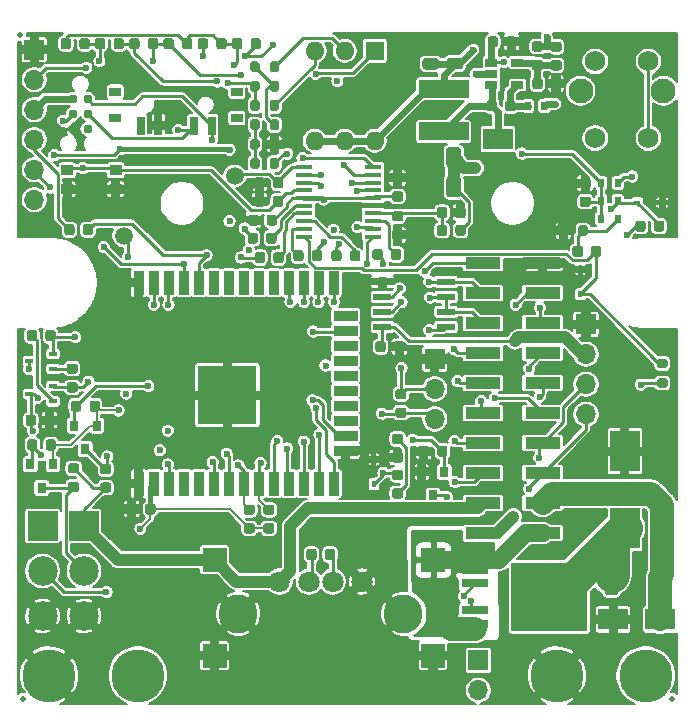
<source format=gtl>
G04 #@! TF.GenerationSoftware,KiCad,Pcbnew,5.1.10*
G04 #@! TF.CreationDate,2021-09-27T12:50:11+02:00*
G04 #@! TF.ProjectId,KXKM_ESP32_battery_management_board,4b584b4d-5f45-4535-9033-325f62617474,3.0*
G04 #@! TF.SameCoordinates,PX623a7c0PY839b680*
G04 #@! TF.FileFunction,Copper,L1,Top*
G04 #@! TF.FilePolarity,Positive*
%FSLAX46Y46*%
G04 Gerber Fmt 4.6, Leading zero omitted, Abs format (unit mm)*
G04 Created by KiCad (PCBNEW 5.1.10) date 2021-09-27 12:50:11*
%MOMM*%
%LPD*%
G01*
G04 APERTURE LIST*
G04 #@! TA.AperFunction,ComponentPad*
%ADD10O,1.600000X1.600000*%
G04 #@! TD*
G04 #@! TA.AperFunction,ComponentPad*
%ADD11R,1.600000X1.600000*%
G04 #@! TD*
G04 #@! TA.AperFunction,ComponentPad*
%ADD12O,1.700000X1.700000*%
G04 #@! TD*
G04 #@! TA.AperFunction,ComponentPad*
%ADD13R,1.700000X1.700000*%
G04 #@! TD*
G04 #@! TA.AperFunction,SMDPad,CuDef*
%ADD14R,0.600000X0.700000*%
G04 #@! TD*
G04 #@! TA.AperFunction,SMDPad,CuDef*
%ADD15R,0.450000X0.600000*%
G04 #@! TD*
G04 #@! TA.AperFunction,SMDPad,CuDef*
%ADD16R,0.900000X2.000000*%
G04 #@! TD*
G04 #@! TA.AperFunction,SMDPad,CuDef*
%ADD17R,2.000000X0.900000*%
G04 #@! TD*
G04 #@! TA.AperFunction,SMDPad,CuDef*
%ADD18R,5.000000X5.000000*%
G04 #@! TD*
G04 #@! TA.AperFunction,ComponentPad*
%ADD19R,2.500000X2.500000*%
G04 #@! TD*
G04 #@! TA.AperFunction,ComponentPad*
%ADD20C,2.500000*%
G04 #@! TD*
G04 #@! TA.AperFunction,SMDPad,CuDef*
%ADD21R,0.800000X0.900000*%
G04 #@! TD*
G04 #@! TA.AperFunction,ComponentPad*
%ADD22R,2.000000X2.000000*%
G04 #@! TD*
G04 #@! TA.AperFunction,ComponentPad*
%ADD23C,1.800000*%
G04 #@! TD*
G04 #@! TA.AperFunction,ComponentPad*
%ADD24C,3.300000*%
G04 #@! TD*
G04 #@! TA.AperFunction,SMDPad,CuDef*
%ADD25C,0.500000*%
G04 #@! TD*
G04 #@! TA.AperFunction,SMDPad,CuDef*
%ADD26R,2.500000X3.500000*%
G04 #@! TD*
G04 #@! TA.AperFunction,SMDPad,CuDef*
%ADD27R,6.400000X5.800000*%
G04 #@! TD*
G04 #@! TA.AperFunction,SMDPad,CuDef*
%ADD28R,2.200000X0.800000*%
G04 #@! TD*
G04 #@! TA.AperFunction,ComponentPad*
%ADD29C,4.500880*%
G04 #@! TD*
G04 #@! TA.AperFunction,SMDPad,CuDef*
%ADD30R,3.000000X1.000000*%
G04 #@! TD*
G04 #@! TA.AperFunction,SMDPad,CuDef*
%ADD31R,4.200000X1.500000*%
G04 #@! TD*
G04 #@! TA.AperFunction,SMDPad,CuDef*
%ADD32R,0.700000X0.450000*%
G04 #@! TD*
G04 #@! TA.AperFunction,SMDPad,CuDef*
%ADD33R,2.500000X1.800000*%
G04 #@! TD*
G04 #@! TA.AperFunction,SMDPad,CuDef*
%ADD34R,0.700000X1.500000*%
G04 #@! TD*
G04 #@! TA.AperFunction,SMDPad,CuDef*
%ADD35R,1.000000X0.800000*%
G04 #@! TD*
G04 #@! TA.AperFunction,SMDPad,CuDef*
%ADD36R,1.000000X0.900000*%
G04 #@! TD*
G04 #@! TA.AperFunction,ConnectorPad*
%ADD37C,0.787400*%
G04 #@! TD*
G04 #@! TA.AperFunction,SMDPad,CuDef*
%ADD38R,0.600000X0.450000*%
G04 #@! TD*
G04 #@! TA.AperFunction,SMDPad,CuDef*
%ADD39R,1.550000X0.600000*%
G04 #@! TD*
G04 #@! TA.AperFunction,SMDPad,CuDef*
%ADD40R,1.450000X0.450000*%
G04 #@! TD*
G04 #@! TA.AperFunction,SMDPad,CuDef*
%ADD41R,1.060000X0.650000*%
G04 #@! TD*
G04 #@! TA.AperFunction,SMDPad,CuDef*
%ADD42C,1.500000*%
G04 #@! TD*
G04 #@! TA.AperFunction,ComponentPad*
%ADD43C,2.100000*%
G04 #@! TD*
G04 #@! TA.AperFunction,ComponentPad*
%ADD44C,1.750000*%
G04 #@! TD*
G04 #@! TA.AperFunction,ViaPad*
%ADD45C,0.600000*%
G04 #@! TD*
G04 #@! TA.AperFunction,Conductor*
%ADD46C,1.000000*%
G04 #@! TD*
G04 #@! TA.AperFunction,Conductor*
%ADD47C,0.250000*%
G04 #@! TD*
G04 #@! TA.AperFunction,Conductor*
%ADD48C,0.150000*%
G04 #@! TD*
G04 #@! TA.AperFunction,Conductor*
%ADD49C,0.400000*%
G04 #@! TD*
G04 #@! TA.AperFunction,Conductor*
%ADD50C,0.600000*%
G04 #@! TD*
G04 #@! TA.AperFunction,Conductor*
%ADD51C,2.000000*%
G04 #@! TD*
G04 #@! TA.AperFunction,Conductor*
%ADD52C,1.500000*%
G04 #@! TD*
G04 #@! TA.AperFunction,Conductor*
%ADD53C,3.000000*%
G04 #@! TD*
G04 #@! TA.AperFunction,Conductor*
%ADD54C,0.200000*%
G04 #@! TD*
G04 #@! TA.AperFunction,Conductor*
%ADD55C,0.100000*%
G04 #@! TD*
G04 #@! TA.AperFunction,Conductor*
%ADD56C,0.254000*%
G04 #@! TD*
G04 APERTURE END LIST*
G04 #@! TA.AperFunction,SMDPad,CuDef*
G36*
G01*
X21665000Y50743000D02*
X21665000Y51293000D01*
G75*
G02*
X21865000Y51493000I200000J0D01*
G01*
X22265000Y51493000D01*
G75*
G02*
X22465000Y51293000I0J-200000D01*
G01*
X22465000Y50743000D01*
G75*
G02*
X22265000Y50543000I-200000J0D01*
G01*
X21865000Y50543000D01*
G75*
G02*
X21665000Y50743000I0J200000D01*
G01*
G37*
G04 #@! TD.AperFunction*
G04 #@! TA.AperFunction,SMDPad,CuDef*
G36*
G01*
X20015000Y50743000D02*
X20015000Y51293000D01*
G75*
G02*
X20215000Y51493000I200000J0D01*
G01*
X20615000Y51493000D01*
G75*
G02*
X20815000Y51293000I0J-200000D01*
G01*
X20815000Y50743000D01*
G75*
G02*
X20615000Y50543000I-200000J0D01*
G01*
X20215000Y50543000D01*
G75*
G02*
X20015000Y50743000I0J200000D01*
G01*
G37*
G04 #@! TD.AperFunction*
G04 #@! TA.AperFunction,SMDPad,CuDef*
G36*
G01*
X20815000Y52929000D02*
X20815000Y52379000D01*
G75*
G02*
X20615000Y52179000I-200000J0D01*
G01*
X20215000Y52179000D01*
G75*
G02*
X20015000Y52379000I0J200000D01*
G01*
X20015000Y52929000D01*
G75*
G02*
X20215000Y53129000I200000J0D01*
G01*
X20615000Y53129000D01*
G75*
G02*
X20815000Y52929000I0J-200000D01*
G01*
G37*
G04 #@! TD.AperFunction*
G04 #@! TA.AperFunction,SMDPad,CuDef*
G36*
G01*
X22465000Y52929000D02*
X22465000Y52379000D01*
G75*
G02*
X22265000Y52179000I-200000J0D01*
G01*
X21865000Y52179000D01*
G75*
G02*
X21665000Y52379000I0J200000D01*
G01*
X21665000Y52929000D01*
G75*
G02*
X21865000Y53129000I200000J0D01*
G01*
X22265000Y53129000D01*
G75*
G02*
X22465000Y52929000I0J-200000D01*
G01*
G37*
G04 #@! TD.AperFunction*
G04 #@! TA.AperFunction,SMDPad,CuDef*
G36*
G01*
X21665000Y54015000D02*
X21665000Y54565000D01*
G75*
G02*
X21865000Y54765000I200000J0D01*
G01*
X22265000Y54765000D01*
G75*
G02*
X22465000Y54565000I0J-200000D01*
G01*
X22465000Y54015000D01*
G75*
G02*
X22265000Y53815000I-200000J0D01*
G01*
X21865000Y53815000D01*
G75*
G02*
X21665000Y54015000I0J200000D01*
G01*
G37*
G04 #@! TD.AperFunction*
G04 #@! TA.AperFunction,SMDPad,CuDef*
G36*
G01*
X20015000Y54015000D02*
X20015000Y54565000D01*
G75*
G02*
X20215000Y54765000I200000J0D01*
G01*
X20615000Y54765000D01*
G75*
G02*
X20815000Y54565000I0J-200000D01*
G01*
X20815000Y54015000D01*
G75*
G02*
X20615000Y53815000I-200000J0D01*
G01*
X20215000Y53815000D01*
G75*
G02*
X20015000Y54015000I0J200000D01*
G01*
G37*
G04 #@! TD.AperFunction*
G04 #@! TA.AperFunction,SMDPad,CuDef*
G36*
G01*
X21665000Y49107000D02*
X21665000Y49657000D01*
G75*
G02*
X21865000Y49857000I200000J0D01*
G01*
X22265000Y49857000D01*
G75*
G02*
X22465000Y49657000I0J-200000D01*
G01*
X22465000Y49107000D01*
G75*
G02*
X22265000Y48907000I-200000J0D01*
G01*
X21865000Y48907000D01*
G75*
G02*
X21665000Y49107000I0J200000D01*
G01*
G37*
G04 #@! TD.AperFunction*
G04 #@! TA.AperFunction,SMDPad,CuDef*
G36*
G01*
X20015000Y49107000D02*
X20015000Y49657000D01*
G75*
G02*
X20215000Y49857000I200000J0D01*
G01*
X20615000Y49857000D01*
G75*
G02*
X20815000Y49657000I0J-200000D01*
G01*
X20815000Y49107000D01*
G75*
G02*
X20615000Y48907000I-200000J0D01*
G01*
X20215000Y48907000D01*
G75*
G02*
X20015000Y49107000I0J200000D01*
G01*
G37*
G04 #@! TD.AperFunction*
G04 #@! TA.AperFunction,SMDPad,CuDef*
G36*
G01*
X21665000Y45835000D02*
X21665000Y46385000D01*
G75*
G02*
X21865000Y46585000I200000J0D01*
G01*
X22265000Y46585000D01*
G75*
G02*
X22465000Y46385000I0J-200000D01*
G01*
X22465000Y45835000D01*
G75*
G02*
X22265000Y45635000I-200000J0D01*
G01*
X21865000Y45635000D01*
G75*
G02*
X21665000Y45835000I0J200000D01*
G01*
G37*
G04 #@! TD.AperFunction*
G04 #@! TA.AperFunction,SMDPad,CuDef*
G36*
G01*
X20015000Y45835000D02*
X20015000Y46385000D01*
G75*
G02*
X20215000Y46585000I200000J0D01*
G01*
X20615000Y46585000D01*
G75*
G02*
X20815000Y46385000I0J-200000D01*
G01*
X20815000Y45835000D01*
G75*
G02*
X20615000Y45635000I-200000J0D01*
G01*
X20215000Y45635000D01*
G75*
G02*
X20015000Y45835000I0J200000D01*
G01*
G37*
G04 #@! TD.AperFunction*
G04 #@! TA.AperFunction,SMDPad,CuDef*
G36*
G01*
X20815000Y48021000D02*
X20815000Y47471000D01*
G75*
G02*
X20615000Y47271000I-200000J0D01*
G01*
X20215000Y47271000D01*
G75*
G02*
X20015000Y47471000I0J200000D01*
G01*
X20015000Y48021000D01*
G75*
G02*
X20215000Y48221000I200000J0D01*
G01*
X20615000Y48221000D01*
G75*
G02*
X20815000Y48021000I0J-200000D01*
G01*
G37*
G04 #@! TD.AperFunction*
G04 #@! TA.AperFunction,SMDPad,CuDef*
G36*
G01*
X22465000Y48021000D02*
X22465000Y47471000D01*
G75*
G02*
X22265000Y47271000I-200000J0D01*
G01*
X21865000Y47271000D01*
G75*
G02*
X21665000Y47471000I0J200000D01*
G01*
X21665000Y48021000D01*
G75*
G02*
X21865000Y48221000I200000J0D01*
G01*
X22265000Y48221000D01*
G75*
G02*
X22465000Y48021000I0J-200000D01*
G01*
G37*
G04 #@! TD.AperFunction*
D10*
X30560000Y48020000D03*
X25480000Y55640000D03*
X28020000Y48020000D03*
X28020000Y55640000D03*
X25480000Y48020000D03*
D11*
X30560000Y55640000D03*
D12*
X39325000Y1510000D03*
D13*
X39325000Y4050000D03*
G04 #@! TA.AperFunction,SMDPad,CuDef*
G36*
G01*
X46935000Y40685000D02*
X46935000Y40135000D01*
G75*
G02*
X46735000Y39935000I-200000J0D01*
G01*
X46335000Y39935000D01*
G75*
G02*
X46135000Y40135000I0J200000D01*
G01*
X46135000Y40685000D01*
G75*
G02*
X46335000Y40885000I200000J0D01*
G01*
X46735000Y40885000D01*
G75*
G02*
X46935000Y40685000I0J-200000D01*
G01*
G37*
G04 #@! TD.AperFunction*
G04 #@! TA.AperFunction,SMDPad,CuDef*
G36*
G01*
X48585000Y40685000D02*
X48585000Y40135000D01*
G75*
G02*
X48385000Y39935000I-200000J0D01*
G01*
X47985000Y39935000D01*
G75*
G02*
X47785000Y40135000I0J200000D01*
G01*
X47785000Y40685000D01*
G75*
G02*
X47985000Y40885000I200000J0D01*
G01*
X48385000Y40885000D01*
G75*
G02*
X48585000Y40685000I0J-200000D01*
G01*
G37*
G04 #@! TD.AperFunction*
G04 #@! TA.AperFunction,SMDPad,CuDef*
G36*
G01*
X55185000Y28765000D02*
X54635000Y28765000D01*
G75*
G02*
X54435000Y28965000I0J200000D01*
G01*
X54435000Y29365000D01*
G75*
G02*
X54635000Y29565000I200000J0D01*
G01*
X55185000Y29565000D01*
G75*
G02*
X55385000Y29365000I0J-200000D01*
G01*
X55385000Y28965000D01*
G75*
G02*
X55185000Y28765000I-200000J0D01*
G01*
G37*
G04 #@! TD.AperFunction*
G04 #@! TA.AperFunction,SMDPad,CuDef*
G36*
G01*
X55185000Y27115000D02*
X54635000Y27115000D01*
G75*
G02*
X54435000Y27315000I0J200000D01*
G01*
X54435000Y27715000D01*
G75*
G02*
X54635000Y27915000I200000J0D01*
G01*
X55185000Y27915000D01*
G75*
G02*
X55385000Y27715000I0J-200000D01*
G01*
X55385000Y27315000D01*
G75*
G02*
X55185000Y27115000I-200000J0D01*
G01*
G37*
G04 #@! TD.AperFunction*
D14*
X49750000Y41440000D03*
X51150000Y41440000D03*
D15*
X47970000Y37140000D03*
X47970000Y35040000D03*
G04 #@! TA.AperFunction,SMDPad,CuDef*
G36*
G01*
X48205000Y38910000D02*
X48205000Y38410000D01*
G75*
G02*
X47980000Y38185000I-225000J0D01*
G01*
X47530000Y38185000D01*
G75*
G02*
X47305000Y38410000I0J225000D01*
G01*
X47305000Y38910000D01*
G75*
G02*
X47530000Y39135000I225000J0D01*
G01*
X47980000Y39135000D01*
G75*
G02*
X48205000Y38910000I0J-225000D01*
G01*
G37*
G04 #@! TD.AperFunction*
G04 #@! TA.AperFunction,SMDPad,CuDef*
G36*
G01*
X49755000Y38910000D02*
X49755000Y38410000D01*
G75*
G02*
X49530000Y38185000I-225000J0D01*
G01*
X49080000Y38185000D01*
G75*
G02*
X48855000Y38410000I0J225000D01*
G01*
X48855000Y38910000D01*
G75*
G02*
X49080000Y39135000I225000J0D01*
G01*
X49530000Y39135000D01*
G75*
G02*
X49755000Y38910000I0J-225000D01*
G01*
G37*
G04 #@! TD.AperFunction*
D16*
X10595000Y36000000D03*
X11865000Y36000000D03*
X13135000Y36000000D03*
X14405000Y36000000D03*
X15675000Y36000000D03*
X16945000Y36000000D03*
X18215000Y36000000D03*
X19485000Y36000000D03*
X20755000Y36000000D03*
X22025000Y36000000D03*
X23295000Y36000000D03*
X24565000Y36000000D03*
X25835000Y36000000D03*
X27105000Y36000000D03*
D17*
X28105000Y33215000D03*
X28105000Y31945000D03*
X28105000Y30675000D03*
X28105000Y29405000D03*
X28105000Y28135000D03*
X28105000Y26865000D03*
X28105000Y25595000D03*
X28105000Y24325000D03*
X28105000Y23055000D03*
X28105000Y21785000D03*
D16*
X27105000Y19000000D03*
X25835000Y19000000D03*
X24565000Y19000000D03*
X23295000Y19000000D03*
X22025000Y19000000D03*
X20755000Y19000000D03*
X19485000Y19000000D03*
X18215000Y19000000D03*
X16945000Y19000000D03*
X15675000Y19000000D03*
X14405000Y19000000D03*
X13135000Y19000000D03*
X11865000Y19000000D03*
X10595000Y19000000D03*
D18*
X18095000Y26500000D03*
G04 #@! TA.AperFunction,SMDPad,CuDef*
G36*
G01*
X26350000Y12743750D02*
X26350000Y13256250D01*
G75*
G02*
X26568750Y13475000I218750J0D01*
G01*
X27006250Y13475000D01*
G75*
G02*
X27225000Y13256250I0J-218750D01*
G01*
X27225000Y12743750D01*
G75*
G02*
X27006250Y12525000I-218750J0D01*
G01*
X26568750Y12525000D01*
G75*
G02*
X26350000Y12743750I0J218750D01*
G01*
G37*
G04 #@! TD.AperFunction*
G04 #@! TA.AperFunction,SMDPad,CuDef*
G36*
G01*
X24775000Y12743750D02*
X24775000Y13256250D01*
G75*
G02*
X24993750Y13475000I218750J0D01*
G01*
X25431250Y13475000D01*
G75*
G02*
X25650000Y13256250I0J-218750D01*
G01*
X25650000Y12743750D01*
G75*
G02*
X25431250Y12525000I-218750J0D01*
G01*
X24993750Y12525000D01*
G75*
G02*
X24775000Y12743750I0J218750D01*
G01*
G37*
G04 #@! TD.AperFunction*
D19*
X2450000Y15410000D03*
D20*
X2450000Y11600000D03*
X2450000Y7790000D03*
D19*
X5950000Y15410000D03*
D20*
X5950000Y11600000D03*
X5950000Y7790000D03*
D21*
X35500000Y18000000D03*
X34550000Y20000000D03*
X36450000Y20000000D03*
D22*
X35500000Y4440000D03*
X35500000Y12560000D03*
X17000000Y4440000D03*
X17000000Y12560000D03*
D21*
X3310000Y20650000D03*
X1410000Y20650000D03*
X2360000Y18650000D03*
X7020000Y23910000D03*
X5120000Y23910000D03*
X6070000Y21910000D03*
D23*
X29500000Y10710000D03*
X27000000Y10710000D03*
X25000000Y10710000D03*
X22500000Y10710000D03*
D24*
X33000000Y8000000D03*
X19000000Y8000000D03*
D25*
X500000Y57000000D03*
X55750000Y750000D03*
X750000Y750000D03*
D26*
X51750000Y15250000D03*
X51750000Y21750000D03*
G04 #@! TA.AperFunction,SMDPad,CuDef*
G36*
G01*
X7750000Y56506250D02*
X7750000Y55993750D01*
G75*
G02*
X7531250Y55775000I-218750J0D01*
G01*
X7093750Y55775000D01*
G75*
G02*
X6875000Y55993750I0J218750D01*
G01*
X6875000Y56506250D01*
G75*
G02*
X7093750Y56725000I218750J0D01*
G01*
X7531250Y56725000D01*
G75*
G02*
X7750000Y56506250I0J-218750D01*
G01*
G37*
G04 #@! TD.AperFunction*
G04 #@! TA.AperFunction,SMDPad,CuDef*
G36*
G01*
X9325000Y56506250D02*
X9325000Y55993750D01*
G75*
G02*
X9106250Y55775000I-218750J0D01*
G01*
X8668750Y55775000D01*
G75*
G02*
X8450000Y55993750I0J218750D01*
G01*
X8450000Y56506250D01*
G75*
G02*
X8668750Y56725000I218750J0D01*
G01*
X9106250Y56725000D01*
G75*
G02*
X9325000Y56506250I0J-218750D01*
G01*
G37*
G04 #@! TD.AperFunction*
D14*
X51140000Y44460000D03*
X49740000Y44460000D03*
G04 #@! TA.AperFunction,SMDPad,CuDef*
G36*
G01*
X37806250Y54075000D02*
X36893750Y54075000D01*
G75*
G02*
X36650000Y54318750I0J243750D01*
G01*
X36650000Y54806250D01*
G75*
G02*
X36893750Y55050000I243750J0D01*
G01*
X37806250Y55050000D01*
G75*
G02*
X38050000Y54806250I0J-243750D01*
G01*
X38050000Y54318750D01*
G75*
G02*
X37806250Y54075000I-243750J0D01*
G01*
G37*
G04 #@! TD.AperFunction*
G04 #@! TA.AperFunction,SMDPad,CuDef*
G36*
G01*
X37806250Y55950000D02*
X36893750Y55950000D01*
G75*
G02*
X36650000Y56193750I0J243750D01*
G01*
X36650000Y56681250D01*
G75*
G02*
X36893750Y56925000I243750J0D01*
G01*
X37806250Y56925000D01*
G75*
G02*
X38050000Y56681250I0J-243750D01*
G01*
X38050000Y56193750D01*
G75*
G02*
X37806250Y55950000I-243750J0D01*
G01*
G37*
G04 #@! TD.AperFunction*
D27*
X45340000Y9410000D03*
D28*
X39040000Y7130000D03*
X39040000Y8270000D03*
X39040000Y10550000D03*
X39040000Y11690000D03*
G04 #@! TA.AperFunction,SMDPad,CuDef*
G36*
G01*
X40125000Y56143750D02*
X40125000Y56656250D01*
G75*
G02*
X40343750Y56875000I218750J0D01*
G01*
X40781250Y56875000D01*
G75*
G02*
X41000000Y56656250I0J-218750D01*
G01*
X41000000Y56143750D01*
G75*
G02*
X40781250Y55925000I-218750J0D01*
G01*
X40343750Y55925000D01*
G75*
G02*
X40125000Y56143750I0J218750D01*
G01*
G37*
G04 #@! TD.AperFunction*
G04 #@! TA.AperFunction,SMDPad,CuDef*
G36*
G01*
X41700000Y56143750D02*
X41700000Y56656250D01*
G75*
G02*
X41918750Y56875000I218750J0D01*
G01*
X42356250Y56875000D01*
G75*
G02*
X42575000Y56656250I0J-218750D01*
G01*
X42575000Y56143750D01*
G75*
G02*
X42356250Y55925000I-218750J0D01*
G01*
X41918750Y55925000D01*
G75*
G02*
X41700000Y56143750I0J218750D01*
G01*
G37*
G04 #@! TD.AperFunction*
G04 #@! TA.AperFunction,SMDPad,CuDef*
G36*
G01*
X45668750Y56425000D02*
X46181250Y56425000D01*
G75*
G02*
X46400000Y56206250I0J-218750D01*
G01*
X46400000Y55768750D01*
G75*
G02*
X46181250Y55550000I-218750J0D01*
G01*
X45668750Y55550000D01*
G75*
G02*
X45450000Y55768750I0J218750D01*
G01*
X45450000Y56206250D01*
G75*
G02*
X45668750Y56425000I218750J0D01*
G01*
G37*
G04 #@! TD.AperFunction*
G04 #@! TA.AperFunction,SMDPad,CuDef*
G36*
G01*
X45668750Y54850000D02*
X46181250Y54850000D01*
G75*
G02*
X46400000Y54631250I0J-218750D01*
G01*
X46400000Y54193750D01*
G75*
G02*
X46181250Y53975000I-218750J0D01*
G01*
X45668750Y53975000D01*
G75*
G02*
X45450000Y54193750I0J218750D01*
G01*
X45450000Y54631250D01*
G75*
G02*
X45668750Y54850000I218750J0D01*
G01*
G37*
G04 #@! TD.AperFunction*
G04 #@! TA.AperFunction,SMDPad,CuDef*
G36*
G01*
X44068750Y54875000D02*
X44581250Y54875000D01*
G75*
G02*
X44800000Y54656250I0J-218750D01*
G01*
X44800000Y54218750D01*
G75*
G02*
X44581250Y54000000I-218750J0D01*
G01*
X44068750Y54000000D01*
G75*
G02*
X43850000Y54218750I0J218750D01*
G01*
X43850000Y54656250D01*
G75*
G02*
X44068750Y54875000I218750J0D01*
G01*
G37*
G04 #@! TD.AperFunction*
G04 #@! TA.AperFunction,SMDPad,CuDef*
G36*
G01*
X44068750Y56450000D02*
X44581250Y56450000D01*
G75*
G02*
X44800000Y56231250I0J-218750D01*
G01*
X44800000Y55793750D01*
G75*
G02*
X44581250Y55575000I-218750J0D01*
G01*
X44068750Y55575000D01*
G75*
G02*
X43850000Y55793750I0J218750D01*
G01*
X43850000Y56231250D01*
G75*
G02*
X44068750Y56450000I218750J0D01*
G01*
G37*
G04 #@! TD.AperFunction*
G04 #@! TA.AperFunction,SMDPad,CuDef*
G36*
G01*
X45475000Y52618750D02*
X45475000Y53131250D01*
G75*
G02*
X45693750Y53350000I218750J0D01*
G01*
X46131250Y53350000D01*
G75*
G02*
X46350000Y53131250I0J-218750D01*
G01*
X46350000Y52618750D01*
G75*
G02*
X46131250Y52400000I-218750J0D01*
G01*
X45693750Y52400000D01*
G75*
G02*
X45475000Y52618750I0J218750D01*
G01*
G37*
G04 #@! TD.AperFunction*
G04 #@! TA.AperFunction,SMDPad,CuDef*
G36*
G01*
X43900000Y52618750D02*
X43900000Y53131250D01*
G75*
G02*
X44118750Y53350000I218750J0D01*
G01*
X44556250Y53350000D01*
G75*
G02*
X44775000Y53131250I0J-218750D01*
G01*
X44775000Y52618750D01*
G75*
G02*
X44556250Y52400000I-218750J0D01*
G01*
X44118750Y52400000D01*
G75*
G02*
X43900000Y52618750I0J218750D01*
G01*
G37*
G04 #@! TD.AperFunction*
D29*
X10500000Y2750000D03*
D12*
X48450000Y24880000D03*
X48450000Y27420000D03*
X48450000Y29960000D03*
D13*
X48450000Y32500000D03*
D30*
X44770000Y37680000D03*
X39730000Y37680000D03*
X44770000Y35140000D03*
X39730000Y35140000D03*
X44770000Y32600000D03*
X39730000Y32600000D03*
X44770000Y30060000D03*
X39730000Y30060000D03*
X44770000Y27520000D03*
X39730000Y27520000D03*
X44770000Y24980000D03*
X39730000Y24980000D03*
X44770000Y22440000D03*
X39730000Y22440000D03*
X44770000Y19900000D03*
X39730000Y19900000D03*
X44770000Y17360000D03*
X39730000Y17360000D03*
X44770000Y14820000D03*
X39730000Y14820000D03*
D31*
X36400000Y52425000D03*
X36400000Y48825000D03*
D32*
X3320000Y28710000D03*
X3320000Y30010000D03*
X1320000Y29360000D03*
G04 #@! TA.AperFunction,SMDPad,CuDef*
G36*
G01*
X1015000Y24113750D02*
X1015000Y24626250D01*
G75*
G02*
X1233750Y24845000I218750J0D01*
G01*
X1671250Y24845000D01*
G75*
G02*
X1890000Y24626250I0J-218750D01*
G01*
X1890000Y24113750D01*
G75*
G02*
X1671250Y23895000I-218750J0D01*
G01*
X1233750Y23895000D01*
G75*
G02*
X1015000Y24113750I0J218750D01*
G01*
G37*
G04 #@! TD.AperFunction*
G04 #@! TA.AperFunction,SMDPad,CuDef*
G36*
G01*
X2590000Y24113750D02*
X2590000Y24626250D01*
G75*
G02*
X2808750Y24845000I218750J0D01*
G01*
X3246250Y24845000D01*
G75*
G02*
X3465000Y24626250I0J-218750D01*
G01*
X3465000Y24113750D01*
G75*
G02*
X3246250Y23895000I-218750J0D01*
G01*
X2808750Y23895000D01*
G75*
G02*
X2590000Y24113750I0J218750D01*
G01*
G37*
G04 #@! TD.AperFunction*
G04 #@! TA.AperFunction,SMDPad,CuDef*
G36*
G01*
X22835000Y44726250D02*
X22835000Y44213750D01*
G75*
G02*
X22616250Y43995000I-218750J0D01*
G01*
X22178750Y43995000D01*
G75*
G02*
X21960000Y44213750I0J218750D01*
G01*
X21960000Y44726250D01*
G75*
G02*
X22178750Y44945000I218750J0D01*
G01*
X22616250Y44945000D01*
G75*
G02*
X22835000Y44726250I0J-218750D01*
G01*
G37*
G04 #@! TD.AperFunction*
G04 #@! TA.AperFunction,SMDPad,CuDef*
G36*
G01*
X21260000Y44726250D02*
X21260000Y44213750D01*
G75*
G02*
X21041250Y43995000I-218750J0D01*
G01*
X20603750Y43995000D01*
G75*
G02*
X20385000Y44213750I0J218750D01*
G01*
X20385000Y44726250D01*
G75*
G02*
X20603750Y44945000I218750J0D01*
G01*
X21041250Y44945000D01*
G75*
G02*
X21260000Y44726250I0J-218750D01*
G01*
G37*
G04 #@! TD.AperFunction*
G04 #@! TA.AperFunction,SMDPad,CuDef*
G36*
G01*
X24540000Y38556250D02*
X24540000Y38043750D01*
G75*
G02*
X24321250Y37825000I-218750J0D01*
G01*
X23883750Y37825000D01*
G75*
G02*
X23665000Y38043750I0J218750D01*
G01*
X23665000Y38556250D01*
G75*
G02*
X23883750Y38775000I218750J0D01*
G01*
X24321250Y38775000D01*
G75*
G02*
X24540000Y38556250I0J-218750D01*
G01*
G37*
G04 #@! TD.AperFunction*
G04 #@! TA.AperFunction,SMDPad,CuDef*
G36*
G01*
X26115000Y38556250D02*
X26115000Y38043750D01*
G75*
G02*
X25896250Y37825000I-218750J0D01*
G01*
X25458750Y37825000D01*
G75*
G02*
X25240000Y38043750I0J218750D01*
G01*
X25240000Y38556250D01*
G75*
G02*
X25458750Y38775000I218750J0D01*
G01*
X25896250Y38775000D01*
G75*
G02*
X26115000Y38556250I0J-218750D01*
G01*
G37*
G04 #@! TD.AperFunction*
G04 #@! TA.AperFunction,SMDPad,CuDef*
G36*
G01*
X26885000Y38033750D02*
X26885000Y38546250D01*
G75*
G02*
X27103750Y38765000I218750J0D01*
G01*
X27541250Y38765000D01*
G75*
G02*
X27760000Y38546250I0J-218750D01*
G01*
X27760000Y38033750D01*
G75*
G02*
X27541250Y37815000I-218750J0D01*
G01*
X27103750Y37815000D01*
G75*
G02*
X26885000Y38033750I0J218750D01*
G01*
G37*
G04 #@! TD.AperFunction*
G04 #@! TA.AperFunction,SMDPad,CuDef*
G36*
G01*
X28460000Y38033750D02*
X28460000Y38546250D01*
G75*
G02*
X28678750Y38765000I218750J0D01*
G01*
X29116250Y38765000D01*
G75*
G02*
X29335000Y38546250I0J-218750D01*
G01*
X29335000Y38033750D01*
G75*
G02*
X29116250Y37815000I-218750J0D01*
G01*
X28678750Y37815000D01*
G75*
G02*
X28460000Y38033750I0J218750D01*
G01*
G37*
G04 #@! TD.AperFunction*
G04 #@! TA.AperFunction,SMDPad,CuDef*
G36*
G01*
X21375000Y39518750D02*
X21375000Y40031250D01*
G75*
G02*
X21593750Y40250000I218750J0D01*
G01*
X22031250Y40250000D01*
G75*
G02*
X22250000Y40031250I0J-218750D01*
G01*
X22250000Y39518750D01*
G75*
G02*
X22031250Y39300000I-218750J0D01*
G01*
X21593750Y39300000D01*
G75*
G02*
X21375000Y39518750I0J218750D01*
G01*
G37*
G04 #@! TD.AperFunction*
G04 #@! TA.AperFunction,SMDPad,CuDef*
G36*
G01*
X19800000Y39518750D02*
X19800000Y40031250D01*
G75*
G02*
X20018750Y40250000I218750J0D01*
G01*
X20456250Y40250000D01*
G75*
G02*
X20675000Y40031250I0J-218750D01*
G01*
X20675000Y39518750D01*
G75*
G02*
X20456250Y39300000I-218750J0D01*
G01*
X20018750Y39300000D01*
G75*
G02*
X19800000Y39518750I0J218750D01*
G01*
G37*
G04 #@! TD.AperFunction*
G04 #@! TA.AperFunction,SMDPad,CuDef*
G36*
G01*
X20395000Y37883750D02*
X20395000Y38396250D01*
G75*
G02*
X20613750Y38615000I218750J0D01*
G01*
X21051250Y38615000D01*
G75*
G02*
X21270000Y38396250I0J-218750D01*
G01*
X21270000Y37883750D01*
G75*
G02*
X21051250Y37665000I-218750J0D01*
G01*
X20613750Y37665000D01*
G75*
G02*
X20395000Y37883750I0J218750D01*
G01*
G37*
G04 #@! TD.AperFunction*
G04 #@! TA.AperFunction,SMDPad,CuDef*
G36*
G01*
X21970000Y37883750D02*
X21970000Y38396250D01*
G75*
G02*
X22188750Y38615000I218750J0D01*
G01*
X22626250Y38615000D01*
G75*
G02*
X22845000Y38396250I0J-218750D01*
G01*
X22845000Y37883750D01*
G75*
G02*
X22626250Y37665000I-218750J0D01*
G01*
X22188750Y37665000D01*
G75*
G02*
X21970000Y37883750I0J218750D01*
G01*
G37*
G04 #@! TD.AperFunction*
D15*
X30500000Y18950000D03*
X30500000Y21050000D03*
D32*
X1320000Y26610000D03*
X3320000Y27260000D03*
X3320000Y25960000D03*
G04 #@! TA.AperFunction,SMDPad,CuDef*
G36*
G01*
X19693750Y15650000D02*
X20206250Y15650000D01*
G75*
G02*
X20425000Y15431250I0J-218750D01*
G01*
X20425000Y14993750D01*
G75*
G02*
X20206250Y14775000I-218750J0D01*
G01*
X19693750Y14775000D01*
G75*
G02*
X19475000Y14993750I0J218750D01*
G01*
X19475000Y15431250D01*
G75*
G02*
X19693750Y15650000I218750J0D01*
G01*
G37*
G04 #@! TD.AperFunction*
G04 #@! TA.AperFunction,SMDPad,CuDef*
G36*
G01*
X19693750Y17225000D02*
X20206250Y17225000D01*
G75*
G02*
X20425000Y17006250I0J-218750D01*
G01*
X20425000Y16568750D01*
G75*
G02*
X20206250Y16350000I-218750J0D01*
G01*
X19693750Y16350000D01*
G75*
G02*
X19475000Y16568750I0J218750D01*
G01*
X19475000Y17006250D01*
G75*
G02*
X19693750Y17225000I218750J0D01*
G01*
G37*
G04 #@! TD.AperFunction*
G04 #@! TA.AperFunction,SMDPad,CuDef*
G36*
G01*
X6725000Y40756250D02*
X6725000Y40243750D01*
G75*
G02*
X6506250Y40025000I-218750J0D01*
G01*
X6068750Y40025000D01*
G75*
G02*
X5850000Y40243750I0J218750D01*
G01*
X5850000Y40756250D01*
G75*
G02*
X6068750Y40975000I218750J0D01*
G01*
X6506250Y40975000D01*
G75*
G02*
X6725000Y40756250I0J-218750D01*
G01*
G37*
G04 #@! TD.AperFunction*
G04 #@! TA.AperFunction,SMDPad,CuDef*
G36*
G01*
X5150000Y40756250D02*
X5150000Y40243750D01*
G75*
G02*
X4931250Y40025000I-218750J0D01*
G01*
X4493750Y40025000D01*
G75*
G02*
X4275000Y40243750I0J218750D01*
G01*
X4275000Y40756250D01*
G75*
G02*
X4493750Y40975000I218750J0D01*
G01*
X4931250Y40975000D01*
G75*
G02*
X5150000Y40756250I0J-218750D01*
G01*
G37*
G04 #@! TD.AperFunction*
G04 #@! TA.AperFunction,SMDPad,CuDef*
G36*
G01*
X21343750Y15650000D02*
X21856250Y15650000D01*
G75*
G02*
X22075000Y15431250I0J-218750D01*
G01*
X22075000Y14993750D01*
G75*
G02*
X21856250Y14775000I-218750J0D01*
G01*
X21343750Y14775000D01*
G75*
G02*
X21125000Y14993750I0J218750D01*
G01*
X21125000Y15431250D01*
G75*
G02*
X21343750Y15650000I218750J0D01*
G01*
G37*
G04 #@! TD.AperFunction*
G04 #@! TA.AperFunction,SMDPad,CuDef*
G36*
G01*
X21343750Y17225000D02*
X21856250Y17225000D01*
G75*
G02*
X22075000Y17006250I0J-218750D01*
G01*
X22075000Y16568750D01*
G75*
G02*
X21856250Y16350000I-218750J0D01*
G01*
X21343750Y16350000D01*
G75*
G02*
X21125000Y16568750I0J218750D01*
G01*
X21125000Y17006250D01*
G75*
G02*
X21343750Y17225000I218750J0D01*
G01*
G37*
G04 #@! TD.AperFunction*
G04 #@! TA.AperFunction,SMDPad,CuDef*
G36*
G01*
X4693750Y29165000D02*
X5206250Y29165000D01*
G75*
G02*
X5425000Y28946250I0J-218750D01*
G01*
X5425000Y28508750D01*
G75*
G02*
X5206250Y28290000I-218750J0D01*
G01*
X4693750Y28290000D01*
G75*
G02*
X4475000Y28508750I0J218750D01*
G01*
X4475000Y28946250D01*
G75*
G02*
X4693750Y29165000I218750J0D01*
G01*
G37*
G04 #@! TD.AperFunction*
G04 #@! TA.AperFunction,SMDPad,CuDef*
G36*
G01*
X4693750Y27590000D02*
X5206250Y27590000D01*
G75*
G02*
X5425000Y27371250I0J-218750D01*
G01*
X5425000Y26933750D01*
G75*
G02*
X5206250Y26715000I-218750J0D01*
G01*
X4693750Y26715000D01*
G75*
G02*
X4475000Y26933750I0J218750D01*
G01*
X4475000Y27371250D01*
G75*
G02*
X4693750Y27590000I218750J0D01*
G01*
G37*
G04 #@! TD.AperFunction*
G04 #@! TA.AperFunction,SMDPad,CuDef*
G36*
G01*
X2670000Y31283750D02*
X2670000Y31796250D01*
G75*
G02*
X2888750Y32015000I218750J0D01*
G01*
X3326250Y32015000D01*
G75*
G02*
X3545000Y31796250I0J-218750D01*
G01*
X3545000Y31283750D01*
G75*
G02*
X3326250Y31065000I-218750J0D01*
G01*
X2888750Y31065000D01*
G75*
G02*
X2670000Y31283750I0J218750D01*
G01*
G37*
G04 #@! TD.AperFunction*
G04 #@! TA.AperFunction,SMDPad,CuDef*
G36*
G01*
X1095000Y31283750D02*
X1095000Y31796250D01*
G75*
G02*
X1313750Y32015000I218750J0D01*
G01*
X1751250Y32015000D01*
G75*
G02*
X1970000Y31796250I0J-218750D01*
G01*
X1970000Y31283750D01*
G75*
G02*
X1751250Y31065000I-218750J0D01*
G01*
X1313750Y31065000D01*
G75*
G02*
X1095000Y31283750I0J218750D01*
G01*
G37*
G04 #@! TD.AperFunction*
G04 #@! TA.AperFunction,SMDPad,CuDef*
G36*
G01*
X32756250Y20775000D02*
X32243750Y20775000D01*
G75*
G02*
X32025000Y20993750I0J218750D01*
G01*
X32025000Y21431250D01*
G75*
G02*
X32243750Y21650000I218750J0D01*
G01*
X32756250Y21650000D01*
G75*
G02*
X32975000Y21431250I0J-218750D01*
G01*
X32975000Y20993750D01*
G75*
G02*
X32756250Y20775000I-218750J0D01*
G01*
G37*
G04 #@! TD.AperFunction*
G04 #@! TA.AperFunction,SMDPad,CuDef*
G36*
G01*
X32756250Y22350000D02*
X32243750Y22350000D01*
G75*
G02*
X32025000Y22568750I0J218750D01*
G01*
X32025000Y23006250D01*
G75*
G02*
X32243750Y23225000I218750J0D01*
G01*
X32756250Y23225000D01*
G75*
G02*
X32975000Y23006250I0J-218750D01*
G01*
X32975000Y22568750D01*
G75*
G02*
X32756250Y22350000I-218750J0D01*
G01*
G37*
G04 #@! TD.AperFunction*
G04 #@! TA.AperFunction,SMDPad,CuDef*
G36*
G01*
X5326250Y19860000D02*
X4813750Y19860000D01*
G75*
G02*
X4595000Y20078750I0J218750D01*
G01*
X4595000Y20516250D01*
G75*
G02*
X4813750Y20735000I218750J0D01*
G01*
X5326250Y20735000D01*
G75*
G02*
X5545000Y20516250I0J-218750D01*
G01*
X5545000Y20078750D01*
G75*
G02*
X5326250Y19860000I-218750J0D01*
G01*
G37*
G04 #@! TD.AperFunction*
G04 #@! TA.AperFunction,SMDPad,CuDef*
G36*
G01*
X5326250Y18285000D02*
X4813750Y18285000D01*
G75*
G02*
X4595000Y18503750I0J218750D01*
G01*
X4595000Y18941250D01*
G75*
G02*
X4813750Y19160000I218750J0D01*
G01*
X5326250Y19160000D01*
G75*
G02*
X5545000Y18941250I0J-218750D01*
G01*
X5545000Y18503750D01*
G75*
G02*
X5326250Y18285000I-218750J0D01*
G01*
G37*
G04 #@! TD.AperFunction*
G04 #@! TA.AperFunction,SMDPad,CuDef*
G36*
G01*
X7533750Y20675000D02*
X8046250Y20675000D01*
G75*
G02*
X8265000Y20456250I0J-218750D01*
G01*
X8265000Y20018750D01*
G75*
G02*
X8046250Y19800000I-218750J0D01*
G01*
X7533750Y19800000D01*
G75*
G02*
X7315000Y20018750I0J218750D01*
G01*
X7315000Y20456250D01*
G75*
G02*
X7533750Y20675000I218750J0D01*
G01*
G37*
G04 #@! TD.AperFunction*
G04 #@! TA.AperFunction,SMDPad,CuDef*
G36*
G01*
X7533750Y19100000D02*
X8046250Y19100000D01*
G75*
G02*
X8265000Y18881250I0J-218750D01*
G01*
X8265000Y18443750D01*
G75*
G02*
X8046250Y18225000I-218750J0D01*
G01*
X7533750Y18225000D01*
G75*
G02*
X7315000Y18443750I0J218750D01*
G01*
X7315000Y18881250D01*
G75*
G02*
X7533750Y19100000I218750J0D01*
G01*
G37*
G04 #@! TD.AperFunction*
G04 #@! TA.AperFunction,SMDPad,CuDef*
G36*
G01*
X1135000Y22023750D02*
X1135000Y22536250D01*
G75*
G02*
X1353750Y22755000I218750J0D01*
G01*
X1791250Y22755000D01*
G75*
G02*
X2010000Y22536250I0J-218750D01*
G01*
X2010000Y22023750D01*
G75*
G02*
X1791250Y21805000I-218750J0D01*
G01*
X1353750Y21805000D01*
G75*
G02*
X1135000Y22023750I0J218750D01*
G01*
G37*
G04 #@! TD.AperFunction*
G04 #@! TA.AperFunction,SMDPad,CuDef*
G36*
G01*
X2710000Y22023750D02*
X2710000Y22536250D01*
G75*
G02*
X2928750Y22755000I218750J0D01*
G01*
X3366250Y22755000D01*
G75*
G02*
X3585000Y22536250I0J-218750D01*
G01*
X3585000Y22023750D01*
G75*
G02*
X3366250Y21805000I-218750J0D01*
G01*
X2928750Y21805000D01*
G75*
G02*
X2710000Y22023750I0J218750D01*
G01*
G37*
G04 #@! TD.AperFunction*
G04 #@! TA.AperFunction,SMDPad,CuDef*
G36*
G01*
X4845000Y25303750D02*
X4845000Y25816250D01*
G75*
G02*
X5063750Y26035000I218750J0D01*
G01*
X5501250Y26035000D01*
G75*
G02*
X5720000Y25816250I0J-218750D01*
G01*
X5720000Y25303750D01*
G75*
G02*
X5501250Y25085000I-218750J0D01*
G01*
X5063750Y25085000D01*
G75*
G02*
X4845000Y25303750I0J218750D01*
G01*
G37*
G04 #@! TD.AperFunction*
G04 #@! TA.AperFunction,SMDPad,CuDef*
G36*
G01*
X6420000Y25303750D02*
X6420000Y25816250D01*
G75*
G02*
X6638750Y26035000I218750J0D01*
G01*
X7076250Y26035000D01*
G75*
G02*
X7295000Y25816250I0J-218750D01*
G01*
X7295000Y25303750D01*
G75*
G02*
X7076250Y25085000I-218750J0D01*
G01*
X6638750Y25085000D01*
G75*
G02*
X6420000Y25303750I0J218750D01*
G01*
G37*
G04 #@! TD.AperFunction*
G04 #@! TA.AperFunction,SMDPad,CuDef*
G36*
G01*
X31950000Y38143750D02*
X31950000Y38656250D01*
G75*
G02*
X32168750Y38875000I218750J0D01*
G01*
X32606250Y38875000D01*
G75*
G02*
X32825000Y38656250I0J-218750D01*
G01*
X32825000Y38143750D01*
G75*
G02*
X32606250Y37925000I-218750J0D01*
G01*
X32168750Y37925000D01*
G75*
G02*
X31950000Y38143750I0J218750D01*
G01*
G37*
G04 #@! TD.AperFunction*
G04 #@! TA.AperFunction,SMDPad,CuDef*
G36*
G01*
X30375000Y38143750D02*
X30375000Y38656250D01*
G75*
G02*
X30593750Y38875000I218750J0D01*
G01*
X31031250Y38875000D01*
G75*
G02*
X31250000Y38656250I0J-218750D01*
G01*
X31250000Y38143750D01*
G75*
G02*
X31031250Y37925000I-218750J0D01*
G01*
X30593750Y37925000D01*
G75*
G02*
X30375000Y38143750I0J218750D01*
G01*
G37*
G04 #@! TD.AperFunction*
G04 #@! TA.AperFunction,SMDPad,CuDef*
G36*
G01*
X34275000Y21493750D02*
X34275000Y22006250D01*
G75*
G02*
X34493750Y22225000I218750J0D01*
G01*
X34931250Y22225000D01*
G75*
G02*
X35150000Y22006250I0J-218750D01*
G01*
X35150000Y21493750D01*
G75*
G02*
X34931250Y21275000I-218750J0D01*
G01*
X34493750Y21275000D01*
G75*
G02*
X34275000Y21493750I0J218750D01*
G01*
G37*
G04 #@! TD.AperFunction*
G04 #@! TA.AperFunction,SMDPad,CuDef*
G36*
G01*
X35850000Y21493750D02*
X35850000Y22006250D01*
G75*
G02*
X36068750Y22225000I218750J0D01*
G01*
X36506250Y22225000D01*
G75*
G02*
X36725000Y22006250I0J-218750D01*
G01*
X36725000Y21493750D01*
G75*
G02*
X36506250Y21275000I-218750J0D01*
G01*
X36068750Y21275000D01*
G75*
G02*
X35850000Y21493750I0J218750D01*
G01*
G37*
G04 #@! TD.AperFunction*
D33*
X41000000Y48175000D03*
X45000000Y48175000D03*
D14*
X43525000Y50975000D03*
X44925000Y50975000D03*
X51140000Y42960000D03*
X49740000Y42960000D03*
D34*
X16750000Y49320000D03*
X15250000Y49320000D03*
X12250000Y49320000D03*
X10750000Y49320000D03*
D35*
X18900000Y52180000D03*
X8600000Y52180000D03*
X8600000Y49970000D03*
X18900000Y49970000D03*
D36*
X8630000Y43930000D03*
X8630000Y45530000D03*
X4530000Y43930000D03*
X4530000Y45530000D03*
G04 #@! TA.AperFunction,SMDPad,CuDef*
G36*
G01*
X10437500Y17106250D02*
X10437500Y16593750D01*
G75*
G02*
X10218750Y16375000I-218750J0D01*
G01*
X9781250Y16375000D01*
G75*
G02*
X9562500Y16593750I0J218750D01*
G01*
X9562500Y17106250D01*
G75*
G02*
X9781250Y17325000I218750J0D01*
G01*
X10218750Y17325000D01*
G75*
G02*
X10437500Y17106250I0J-218750D01*
G01*
G37*
G04 #@! TD.AperFunction*
G04 #@! TA.AperFunction,SMDPad,CuDef*
G36*
G01*
X12012500Y17106250D02*
X12012500Y16593750D01*
G75*
G02*
X11793750Y16375000I-218750J0D01*
G01*
X11356250Y16375000D01*
G75*
G02*
X11137500Y16593750I0J218750D01*
G01*
X11137500Y17106250D01*
G75*
G02*
X11356250Y17325000I218750J0D01*
G01*
X11793750Y17325000D01*
G75*
G02*
X12012500Y17106250I0J-218750D01*
G01*
G37*
G04 #@! TD.AperFunction*
G04 #@! TA.AperFunction,SMDPad,CuDef*
G36*
G01*
X30625000Y30343750D02*
X30625000Y30856250D01*
G75*
G02*
X30843750Y31075000I218750J0D01*
G01*
X31281250Y31075000D01*
G75*
G02*
X31500000Y30856250I0J-218750D01*
G01*
X31500000Y30343750D01*
G75*
G02*
X31281250Y30125000I-218750J0D01*
G01*
X30843750Y30125000D01*
G75*
G02*
X30625000Y30343750I0J218750D01*
G01*
G37*
G04 #@! TD.AperFunction*
G04 #@! TA.AperFunction,SMDPad,CuDef*
G36*
G01*
X32200000Y30343750D02*
X32200000Y30856250D01*
G75*
G02*
X32418750Y31075000I218750J0D01*
G01*
X32856250Y31075000D01*
G75*
G02*
X33075000Y30856250I0J-218750D01*
G01*
X33075000Y30343750D01*
G75*
G02*
X32856250Y30125000I-218750J0D01*
G01*
X32418750Y30125000D01*
G75*
G02*
X32200000Y30343750I0J218750D01*
G01*
G37*
G04 #@! TD.AperFunction*
G04 #@! TA.AperFunction,SMDPad,CuDef*
G36*
G01*
X40900000Y51256250D02*
X40900000Y50743750D01*
G75*
G02*
X40681250Y50525000I-218750J0D01*
G01*
X40243750Y50525000D01*
G75*
G02*
X40025000Y50743750I0J218750D01*
G01*
X40025000Y51256250D01*
G75*
G02*
X40243750Y51475000I218750J0D01*
G01*
X40681250Y51475000D01*
G75*
G02*
X40900000Y51256250I0J-218750D01*
G01*
G37*
G04 #@! TD.AperFunction*
G04 #@! TA.AperFunction,SMDPad,CuDef*
G36*
G01*
X42475000Y51256250D02*
X42475000Y50743750D01*
G75*
G02*
X42256250Y50525000I-218750J0D01*
G01*
X41818750Y50525000D01*
G75*
G02*
X41600000Y50743750I0J218750D01*
G01*
X41600000Y51256250D01*
G75*
G02*
X41818750Y51475000I218750J0D01*
G01*
X42256250Y51475000D01*
G75*
G02*
X42475000Y51256250I0J-218750D01*
G01*
G37*
G04 #@! TD.AperFunction*
G04 #@! TA.AperFunction,SMDPad,CuDef*
G36*
G01*
X32243750Y40500000D02*
X32756250Y40500000D01*
G75*
G02*
X32975000Y40281250I0J-218750D01*
G01*
X32975000Y39843750D01*
G75*
G02*
X32756250Y39625000I-218750J0D01*
G01*
X32243750Y39625000D01*
G75*
G02*
X32025000Y39843750I0J218750D01*
G01*
X32025000Y40281250D01*
G75*
G02*
X32243750Y40500000I218750J0D01*
G01*
G37*
G04 #@! TD.AperFunction*
G04 #@! TA.AperFunction,SMDPad,CuDef*
G36*
G01*
X32243750Y42075000D02*
X32756250Y42075000D01*
G75*
G02*
X32975000Y41856250I0J-218750D01*
G01*
X32975000Y41418750D01*
G75*
G02*
X32756250Y41200000I-218750J0D01*
G01*
X32243750Y41200000D01*
G75*
G02*
X32025000Y41418750I0J218750D01*
G01*
X32025000Y41856250D01*
G75*
G02*
X32243750Y42075000I218750J0D01*
G01*
G37*
G04 #@! TD.AperFunction*
G04 #@! TA.AperFunction,SMDPad,CuDef*
G36*
G01*
X22300000Y41566250D02*
X22300000Y41053750D01*
G75*
G02*
X22081250Y40835000I-218750J0D01*
G01*
X21643750Y40835000D01*
G75*
G02*
X21425000Y41053750I0J218750D01*
G01*
X21425000Y41566250D01*
G75*
G02*
X21643750Y41785000I218750J0D01*
G01*
X22081250Y41785000D01*
G75*
G02*
X22300000Y41566250I0J-218750D01*
G01*
G37*
G04 #@! TD.AperFunction*
G04 #@! TA.AperFunction,SMDPad,CuDef*
G36*
G01*
X20725000Y41566250D02*
X20725000Y41053750D01*
G75*
G02*
X20506250Y40835000I-218750J0D01*
G01*
X20068750Y40835000D01*
G75*
G02*
X19850000Y41053750I0J218750D01*
G01*
X19850000Y41566250D01*
G75*
G02*
X20068750Y41785000I218750J0D01*
G01*
X20506250Y41785000D01*
G75*
G02*
X20725000Y41566250I0J-218750D01*
G01*
G37*
G04 #@! TD.AperFunction*
G04 #@! TA.AperFunction,SMDPad,CuDef*
G36*
G01*
X32756250Y44450000D02*
X32243750Y44450000D01*
G75*
G02*
X32025000Y44668750I0J218750D01*
G01*
X32025000Y45106250D01*
G75*
G02*
X32243750Y45325000I218750J0D01*
G01*
X32756250Y45325000D01*
G75*
G02*
X32975000Y45106250I0J-218750D01*
G01*
X32975000Y44668750D01*
G75*
G02*
X32756250Y44450000I-218750J0D01*
G01*
G37*
G04 #@! TD.AperFunction*
G04 #@! TA.AperFunction,SMDPad,CuDef*
G36*
G01*
X32756250Y42875000D02*
X32243750Y42875000D01*
G75*
G02*
X32025000Y43093750I0J218750D01*
G01*
X32025000Y43531250D01*
G75*
G02*
X32243750Y43750000I218750J0D01*
G01*
X32756250Y43750000D01*
G75*
G02*
X32975000Y43531250I0J-218750D01*
G01*
X32975000Y43093750D01*
G75*
G02*
X32756250Y42875000I-218750J0D01*
G01*
G37*
G04 #@! TD.AperFunction*
G04 #@! TA.AperFunction,SMDPad,CuDef*
G36*
G01*
X22825000Y43156250D02*
X22825000Y42643750D01*
G75*
G02*
X22606250Y42425000I-218750J0D01*
G01*
X22168750Y42425000D01*
G75*
G02*
X21950000Y42643750I0J218750D01*
G01*
X21950000Y43156250D01*
G75*
G02*
X22168750Y43375000I218750J0D01*
G01*
X22606250Y43375000D01*
G75*
G02*
X22825000Y43156250I0J-218750D01*
G01*
G37*
G04 #@! TD.AperFunction*
G04 #@! TA.AperFunction,SMDPad,CuDef*
G36*
G01*
X21250000Y43156250D02*
X21250000Y42643750D01*
G75*
G02*
X21031250Y42425000I-218750J0D01*
G01*
X20593750Y42425000D01*
G75*
G02*
X20375000Y42643750I0J218750D01*
G01*
X20375000Y43156250D01*
G75*
G02*
X20593750Y43375000I218750J0D01*
G01*
X21031250Y43375000D01*
G75*
G02*
X21250000Y43156250I0J-218750D01*
G01*
G37*
G04 #@! TD.AperFunction*
G04 #@! TA.AperFunction,SMDPad,CuDef*
G36*
G01*
X35756250Y55925000D02*
X34843750Y55925000D01*
G75*
G02*
X34600000Y56168750I0J243750D01*
G01*
X34600000Y56656250D01*
G75*
G02*
X34843750Y56900000I243750J0D01*
G01*
X35756250Y56900000D01*
G75*
G02*
X36000000Y56656250I0J-243750D01*
G01*
X36000000Y56168750D01*
G75*
G02*
X35756250Y55925000I-243750J0D01*
G01*
G37*
G04 #@! TD.AperFunction*
G04 #@! TA.AperFunction,SMDPad,CuDef*
G36*
G01*
X35756250Y54050000D02*
X34843750Y54050000D01*
G75*
G02*
X34600000Y54293750I0J243750D01*
G01*
X34600000Y54781250D01*
G75*
G02*
X34843750Y55025000I243750J0D01*
G01*
X35756250Y55025000D01*
G75*
G02*
X36000000Y54781250I0J-243750D01*
G01*
X36000000Y54293750D01*
G75*
G02*
X35756250Y54050000I-243750J0D01*
G01*
G37*
G04 #@! TD.AperFunction*
G04 #@! TA.AperFunction,SMDPad,CuDef*
G36*
G01*
X37875000Y47250000D02*
X37875000Y46000000D01*
G75*
G02*
X37625000Y45750000I-250000J0D01*
G01*
X36875000Y45750000D01*
G75*
G02*
X36625000Y46000000I0J250000D01*
G01*
X36625000Y47250000D01*
G75*
G02*
X36875000Y47500000I250000J0D01*
G01*
X37625000Y47500000D01*
G75*
G02*
X37875000Y47250000I0J-250000D01*
G01*
G37*
G04 #@! TD.AperFunction*
G04 #@! TA.AperFunction,SMDPad,CuDef*
G36*
G01*
X35075000Y47250000D02*
X35075000Y46000000D01*
G75*
G02*
X34825000Y45750000I-250000J0D01*
G01*
X34075000Y45750000D01*
G75*
G02*
X33825000Y46000000I0J250000D01*
G01*
X33825000Y47250000D01*
G75*
G02*
X34075000Y47500000I250000J0D01*
G01*
X34825000Y47500000D01*
G75*
G02*
X35075000Y47250000I0J-250000D01*
G01*
G37*
G04 #@! TD.AperFunction*
G04 #@! TA.AperFunction,SMDPad,CuDef*
G36*
G01*
X35075000Y44750000D02*
X35075000Y43500000D01*
G75*
G02*
X34825000Y43250000I-250000J0D01*
G01*
X34075000Y43250000D01*
G75*
G02*
X33825000Y43500000I0J250000D01*
G01*
X33825000Y44750000D01*
G75*
G02*
X34075000Y45000000I250000J0D01*
G01*
X34825000Y45000000D01*
G75*
G02*
X35075000Y44750000I0J-250000D01*
G01*
G37*
G04 #@! TD.AperFunction*
G04 #@! TA.AperFunction,SMDPad,CuDef*
G36*
G01*
X37875000Y44750000D02*
X37875000Y43500000D01*
G75*
G02*
X37625000Y43250000I-250000J0D01*
G01*
X36875000Y43250000D01*
G75*
G02*
X36625000Y43500000I0J250000D01*
G01*
X36625000Y44750000D01*
G75*
G02*
X36875000Y45000000I250000J0D01*
G01*
X37625000Y45000000D01*
G75*
G02*
X37875000Y44750000I0J-250000D01*
G01*
G37*
G04 #@! TD.AperFunction*
D37*
X6275000Y49030000D03*
X5005000Y49030000D03*
X6275000Y50300000D03*
X5005000Y50300000D03*
X6275000Y51570000D03*
X5005000Y51570000D03*
D13*
X1750000Y55750000D03*
D12*
X1750000Y53210000D03*
X1750000Y50670000D03*
X1750000Y48130000D03*
X1750000Y45590000D03*
X1750000Y43050000D03*
D38*
X52800000Y42800000D03*
X54900000Y42800000D03*
G04 #@! TA.AperFunction,SMDPad,CuDef*
G36*
G01*
X19350000Y56506250D02*
X19350000Y55993750D01*
G75*
G02*
X19131250Y55775000I-218750J0D01*
G01*
X18693750Y55775000D01*
G75*
G02*
X18475000Y55993750I0J218750D01*
G01*
X18475000Y56506250D01*
G75*
G02*
X18693750Y56725000I218750J0D01*
G01*
X19131250Y56725000D01*
G75*
G02*
X19350000Y56506250I0J-218750D01*
G01*
G37*
G04 #@! TD.AperFunction*
G04 #@! TA.AperFunction,SMDPad,CuDef*
G36*
G01*
X20925000Y56506250D02*
X20925000Y55993750D01*
G75*
G02*
X20706250Y55775000I-218750J0D01*
G01*
X20268750Y55775000D01*
G75*
G02*
X20050000Y55993750I0J218750D01*
G01*
X20050000Y56506250D01*
G75*
G02*
X20268750Y56725000I218750J0D01*
G01*
X20706250Y56725000D01*
G75*
G02*
X20925000Y56506250I0J-218750D01*
G01*
G37*
G04 #@! TD.AperFunction*
G04 #@! TA.AperFunction,SMDPad,CuDef*
G36*
G01*
X15125000Y56506250D02*
X15125000Y55993750D01*
G75*
G02*
X14906250Y55775000I-218750J0D01*
G01*
X14468750Y55775000D01*
G75*
G02*
X14250000Y55993750I0J218750D01*
G01*
X14250000Y56506250D01*
G75*
G02*
X14468750Y56725000I218750J0D01*
G01*
X14906250Y56725000D01*
G75*
G02*
X15125000Y56506250I0J-218750D01*
G01*
G37*
G04 #@! TD.AperFunction*
G04 #@! TA.AperFunction,SMDPad,CuDef*
G36*
G01*
X13550000Y56506250D02*
X13550000Y55993750D01*
G75*
G02*
X13331250Y55775000I-218750J0D01*
G01*
X12893750Y55775000D01*
G75*
G02*
X12675000Y55993750I0J218750D01*
G01*
X12675000Y56506250D01*
G75*
G02*
X12893750Y56725000I218750J0D01*
G01*
X13331250Y56725000D01*
G75*
G02*
X13550000Y56506250I0J-218750D01*
G01*
G37*
G04 #@! TD.AperFunction*
G04 #@! TA.AperFunction,SMDPad,CuDef*
G36*
G01*
X16450000Y56506250D02*
X16450000Y55993750D01*
G75*
G02*
X16231250Y55775000I-218750J0D01*
G01*
X15793750Y55775000D01*
G75*
G02*
X15575000Y55993750I0J218750D01*
G01*
X15575000Y56506250D01*
G75*
G02*
X15793750Y56725000I218750J0D01*
G01*
X16231250Y56725000D01*
G75*
G02*
X16450000Y56506250I0J-218750D01*
G01*
G37*
G04 #@! TD.AperFunction*
G04 #@! TA.AperFunction,SMDPad,CuDef*
G36*
G01*
X18025000Y56506250D02*
X18025000Y55993750D01*
G75*
G02*
X17806250Y55775000I-218750J0D01*
G01*
X17368750Y55775000D01*
G75*
G02*
X17150000Y55993750I0J218750D01*
G01*
X17150000Y56506250D01*
G75*
G02*
X17368750Y56725000I218750J0D01*
G01*
X17806250Y56725000D01*
G75*
G02*
X18025000Y56506250I0J-218750D01*
G01*
G37*
G04 #@! TD.AperFunction*
G04 #@! TA.AperFunction,SMDPad,CuDef*
G36*
G01*
X6425000Y56506250D02*
X6425000Y55993750D01*
G75*
G02*
X6206250Y55775000I-218750J0D01*
G01*
X5768750Y55775000D01*
G75*
G02*
X5550000Y55993750I0J218750D01*
G01*
X5550000Y56506250D01*
G75*
G02*
X5768750Y56725000I218750J0D01*
G01*
X6206250Y56725000D01*
G75*
G02*
X6425000Y56506250I0J-218750D01*
G01*
G37*
G04 #@! TD.AperFunction*
G04 #@! TA.AperFunction,SMDPad,CuDef*
G36*
G01*
X4850000Y56506250D02*
X4850000Y55993750D01*
G75*
G02*
X4631250Y55775000I-218750J0D01*
G01*
X4193750Y55775000D01*
G75*
G02*
X3975000Y55993750I0J218750D01*
G01*
X3975000Y56506250D01*
G75*
G02*
X4193750Y56725000I218750J0D01*
G01*
X4631250Y56725000D01*
G75*
G02*
X4850000Y56506250I0J-218750D01*
G01*
G37*
G04 #@! TD.AperFunction*
G04 #@! TA.AperFunction,SMDPad,CuDef*
G36*
G01*
X12225000Y56506250D02*
X12225000Y55993750D01*
G75*
G02*
X12006250Y55775000I-218750J0D01*
G01*
X11568750Y55775000D01*
G75*
G02*
X11350000Y55993750I0J218750D01*
G01*
X11350000Y56506250D01*
G75*
G02*
X11568750Y56725000I218750J0D01*
G01*
X12006250Y56725000D01*
G75*
G02*
X12225000Y56506250I0J-218750D01*
G01*
G37*
G04 #@! TD.AperFunction*
G04 #@! TA.AperFunction,SMDPad,CuDef*
G36*
G01*
X10650000Y56506250D02*
X10650000Y55993750D01*
G75*
G02*
X10431250Y55775000I-218750J0D01*
G01*
X9993750Y55775000D01*
G75*
G02*
X9775000Y55993750I0J218750D01*
G01*
X9775000Y56506250D01*
G75*
G02*
X9993750Y56725000I218750J0D01*
G01*
X10431250Y56725000D01*
G75*
G02*
X10650000Y56506250I0J-218750D01*
G01*
G37*
G04 #@! TD.AperFunction*
D39*
X36600000Y32295000D03*
X36600000Y33565000D03*
X36600000Y34835000D03*
X36600000Y36105000D03*
X31200000Y36105000D03*
X31200000Y34835000D03*
X31200000Y33565000D03*
X31200000Y32295000D03*
D40*
X24550000Y45775000D03*
X24550000Y45125000D03*
X24550000Y44475000D03*
X24550000Y43825000D03*
X24550000Y43175000D03*
X24550000Y42525000D03*
X24550000Y41875000D03*
X24550000Y41225000D03*
X24550000Y40575000D03*
X24550000Y39925000D03*
X30450000Y39925000D03*
X30450000Y40575000D03*
X30450000Y41225000D03*
X30450000Y41875000D03*
X30450000Y42525000D03*
X30450000Y43175000D03*
X30450000Y43825000D03*
X30450000Y44475000D03*
X30450000Y45125000D03*
X30450000Y45775000D03*
D41*
X42650000Y52750000D03*
X42650000Y53700000D03*
X42650000Y54650000D03*
X40450000Y54650000D03*
X40450000Y52750000D03*
X40450000Y53700000D03*
G04 #@! TA.AperFunction,SMDPad,CuDef*
G36*
G01*
X52625000Y40543750D02*
X52625000Y41056250D01*
G75*
G02*
X52843750Y41275000I218750J0D01*
G01*
X53281250Y41275000D01*
G75*
G02*
X53500000Y41056250I0J-218750D01*
G01*
X53500000Y40543750D01*
G75*
G02*
X53281250Y40325000I-218750J0D01*
G01*
X52843750Y40325000D01*
G75*
G02*
X52625000Y40543750I0J218750D01*
G01*
G37*
G04 #@! TD.AperFunction*
G04 #@! TA.AperFunction,SMDPad,CuDef*
G36*
G01*
X54200000Y40543750D02*
X54200000Y41056250D01*
G75*
G02*
X54418750Y41275000I218750J0D01*
G01*
X54856250Y41275000D01*
G75*
G02*
X55075000Y41056250I0J-218750D01*
G01*
X55075000Y40543750D01*
G75*
G02*
X54856250Y40325000I-218750J0D01*
G01*
X54418750Y40325000D01*
G75*
G02*
X54200000Y40543750I0J218750D01*
G01*
G37*
G04 #@! TD.AperFunction*
G04 #@! TA.AperFunction,SMDPad,CuDef*
G36*
G01*
X48646250Y44010000D02*
X48133750Y44010000D01*
G75*
G02*
X47915000Y44228750I0J218750D01*
G01*
X47915000Y44666250D01*
G75*
G02*
X48133750Y44885000I218750J0D01*
G01*
X48646250Y44885000D01*
G75*
G02*
X48865000Y44666250I0J-218750D01*
G01*
X48865000Y44228750D01*
G75*
G02*
X48646250Y44010000I-218750J0D01*
G01*
G37*
G04 #@! TD.AperFunction*
G04 #@! TA.AperFunction,SMDPad,CuDef*
G36*
G01*
X48646250Y42435000D02*
X48133750Y42435000D01*
G75*
G02*
X47915000Y42653750I0J218750D01*
G01*
X47915000Y43091250D01*
G75*
G02*
X48133750Y43310000I218750J0D01*
G01*
X48646250Y43310000D01*
G75*
G02*
X48865000Y43091250I0J-218750D01*
G01*
X48865000Y42653750D01*
G75*
G02*
X48646250Y42435000I-218750J0D01*
G01*
G37*
G04 #@! TD.AperFunction*
G04 #@! TA.AperFunction,SMDPad,CuDef*
G36*
G01*
X33036250Y24565000D02*
X32523750Y24565000D01*
G75*
G02*
X32305000Y24783750I0J218750D01*
G01*
X32305000Y25221250D01*
G75*
G02*
X32523750Y25440000I218750J0D01*
G01*
X33036250Y25440000D01*
G75*
G02*
X33255000Y25221250I0J-218750D01*
G01*
X33255000Y24783750D01*
G75*
G02*
X33036250Y24565000I-218750J0D01*
G01*
G37*
G04 #@! TD.AperFunction*
G04 #@! TA.AperFunction,SMDPad,CuDef*
G36*
G01*
X33036250Y26140000D02*
X32523750Y26140000D01*
G75*
G02*
X32305000Y26358750I0J218750D01*
G01*
X32305000Y26796250D01*
G75*
G02*
X32523750Y27015000I218750J0D01*
G01*
X33036250Y27015000D01*
G75*
G02*
X33255000Y26796250I0J-218750D01*
G01*
X33255000Y26358750D01*
G75*
G02*
X33036250Y26140000I-218750J0D01*
G01*
G37*
G04 #@! TD.AperFunction*
G04 #@! TA.AperFunction,SMDPad,CuDef*
G36*
G01*
X32756250Y17737500D02*
X32243750Y17737500D01*
G75*
G02*
X32025000Y17956250I0J218750D01*
G01*
X32025000Y18393750D01*
G75*
G02*
X32243750Y18612500I218750J0D01*
G01*
X32756250Y18612500D01*
G75*
G02*
X32975000Y18393750I0J-218750D01*
G01*
X32975000Y17956250D01*
G75*
G02*
X32756250Y17737500I-218750J0D01*
G01*
G37*
G04 #@! TD.AperFunction*
G04 #@! TA.AperFunction,SMDPad,CuDef*
G36*
G01*
X32756250Y19312500D02*
X32243750Y19312500D01*
G75*
G02*
X32025000Y19531250I0J218750D01*
G01*
X32025000Y19968750D01*
G75*
G02*
X32243750Y20187500I218750J0D01*
G01*
X32756250Y20187500D01*
G75*
G02*
X32975000Y19968750I0J-218750D01*
G01*
X32975000Y19531250D01*
G75*
G02*
X32756250Y19312500I-218750J0D01*
G01*
G37*
G04 #@! TD.AperFunction*
G04 #@! TA.AperFunction,SMDPad,CuDef*
G36*
G01*
X38275000Y40706250D02*
X38275000Y40193750D01*
G75*
G02*
X38056250Y39975000I-218750J0D01*
G01*
X37618750Y39975000D01*
G75*
G02*
X37400000Y40193750I0J218750D01*
G01*
X37400000Y40706250D01*
G75*
G02*
X37618750Y40925000I218750J0D01*
G01*
X38056250Y40925000D01*
G75*
G02*
X38275000Y40706250I0J-218750D01*
G01*
G37*
G04 #@! TD.AperFunction*
G04 #@! TA.AperFunction,SMDPad,CuDef*
G36*
G01*
X36700000Y40706250D02*
X36700000Y40193750D01*
G75*
G02*
X36481250Y39975000I-218750J0D01*
G01*
X36043750Y39975000D01*
G75*
G02*
X35825000Y40193750I0J218750D01*
G01*
X35825000Y40706250D01*
G75*
G02*
X36043750Y40925000I218750J0D01*
G01*
X36481250Y40925000D01*
G75*
G02*
X36700000Y40706250I0J-218750D01*
G01*
G37*
G04 #@! TD.AperFunction*
G04 #@! TA.AperFunction,SMDPad,CuDef*
G36*
G01*
X35825000Y41693750D02*
X35825000Y42206250D01*
G75*
G02*
X36043750Y42425000I218750J0D01*
G01*
X36481250Y42425000D01*
G75*
G02*
X36700000Y42206250I0J-218750D01*
G01*
X36700000Y41693750D01*
G75*
G02*
X36481250Y41475000I-218750J0D01*
G01*
X36043750Y41475000D01*
G75*
G02*
X35825000Y41693750I0J218750D01*
G01*
G37*
G04 #@! TD.AperFunction*
G04 #@! TA.AperFunction,SMDPad,CuDef*
G36*
G01*
X37400000Y41693750D02*
X37400000Y42206250D01*
G75*
G02*
X37618750Y42425000I218750J0D01*
G01*
X38056250Y42425000D01*
G75*
G02*
X38275000Y42206250I0J-218750D01*
G01*
X38275000Y41693750D01*
G75*
G02*
X38056250Y41475000I-218750J0D01*
G01*
X37618750Y41475000D01*
G75*
G02*
X37400000Y41693750I0J218750D01*
G01*
G37*
G04 #@! TD.AperFunction*
D42*
X9300000Y40000000D03*
X18700000Y45050000D03*
D13*
X35650000Y29550000D03*
D12*
X35650000Y27010000D03*
X35650000Y24470000D03*
D33*
X54750000Y7500000D03*
X50750000Y7500000D03*
G04 #@! TA.AperFunction,SMDPad,CuDef*
G36*
G01*
X55450000Y12700003D02*
X55450000Y9799997D01*
G75*
G02*
X55200003Y9550000I-249997J0D01*
G01*
X54574997Y9550000D01*
G75*
G02*
X54325000Y9799997I0J249997D01*
G01*
X54325000Y12700003D01*
G75*
G02*
X54574997Y12950000I249997J0D01*
G01*
X55200003Y12950000D01*
G75*
G02*
X55450000Y12700003I0J-249997D01*
G01*
G37*
G04 #@! TD.AperFunction*
G04 #@! TA.AperFunction,SMDPad,CuDef*
G36*
G01*
X51175000Y12700003D02*
X51175000Y9799997D01*
G75*
G02*
X50925003Y9550000I-249997J0D01*
G01*
X50299997Y9550000D01*
G75*
G02*
X50050000Y9799997I0J249997D01*
G01*
X50050000Y12700003D01*
G75*
G02*
X50299997Y12950000I249997J0D01*
G01*
X50925003Y12950000D01*
G75*
G02*
X51175000Y12700003I0J-249997D01*
G01*
G37*
G04 #@! TD.AperFunction*
D29*
X46000000Y2750000D03*
X3000000Y2750000D03*
X53500000Y2750000D03*
D43*
X55000000Y52260000D03*
D44*
X53740000Y54750000D03*
X49240000Y54750000D03*
D43*
X47990000Y52260000D03*
D44*
X49240000Y48250000D03*
X53740000Y48250000D03*
D45*
X42400000Y36800000D03*
X47475000Y41650000D03*
X4050000Y24500000D03*
X9400000Y19575000D03*
X7050000Y43200000D03*
X2900000Y49350000D03*
X13575000Y50325000D03*
X33400000Y56300000D03*
X14750000Y31500000D03*
X17000000Y31500000D03*
X20250000Y31500000D03*
X23000000Y31500000D03*
X23000000Y26750000D03*
X14750000Y26750000D03*
X14750000Y22500000D03*
X20250000Y22500000D03*
X6750000Y30500000D03*
X9000000Y15500000D03*
X13500000Y9250000D03*
X13500000Y7750000D03*
X13500000Y6250000D03*
X42000000Y5000000D03*
X42000000Y3750000D03*
X42000000Y2250000D03*
X51000000Y24500000D03*
X52000000Y24500000D03*
X54000000Y24500000D03*
X33250000Y55250000D03*
X47500000Y49000000D03*
X47500000Y48000000D03*
X47500000Y50000000D03*
X19825000Y43750000D03*
X1625000Y23475000D03*
X13050000Y23475000D03*
X13050000Y20625000D03*
X2050000Y26275000D03*
X9525000Y26625000D03*
X9675000Y38200000D03*
X31250000Y37624999D03*
X42300000Y16200000D03*
X42425000Y31075000D03*
X10725000Y15175000D03*
X8875000Y25200000D03*
X9025000Y47300000D03*
X26250000Y43050000D03*
X38925000Y55750000D03*
X45125000Y56825000D03*
X45850000Y51175000D03*
X26250000Y43050000D03*
X3550000Y51600000D03*
X3425000Y46800000D03*
X18274979Y47275000D03*
X18274979Y41225000D03*
X48150000Y18150000D03*
X39075000Y45725000D03*
X39100000Y53700000D03*
X4175000Y49725000D03*
X5825000Y45725000D03*
X26050000Y45150000D03*
X52350000Y45000000D03*
X50600000Y42275000D03*
X25975000Y44225000D03*
X27075000Y40475000D03*
X6325000Y27625000D03*
X6150000Y54200000D03*
X14425000Y37600000D03*
X28650000Y44425000D03*
X3075000Y44075000D03*
X7625000Y39025000D03*
X5200000Y31400000D03*
X18025000Y21525000D03*
X37350000Y19125000D03*
X11400000Y27250000D03*
X11875000Y34150000D03*
X44550000Y33875000D03*
X37300000Y30375000D03*
X25350000Y31875000D03*
X25875000Y23125000D03*
X37325000Y22600000D03*
X39575000Y25975000D03*
X25625000Y25375000D03*
X37575000Y27675000D03*
X25298030Y26049987D03*
X43625000Y18550000D03*
X19025000Y20550000D03*
X20900000Y20725000D03*
X44500000Y21175000D03*
X35175000Y36075000D03*
X24575000Y34374999D03*
X23425000Y34400000D03*
X35175000Y32000000D03*
X34806181Y37000010D03*
X35250000Y34750000D03*
X25800000Y34375000D03*
X2350000Y21450000D03*
X12375000Y21825000D03*
X13100000Y34150000D03*
X42500000Y34150000D03*
X32825000Y28775000D03*
X32828564Y34374968D03*
X31175000Y24925000D03*
X32700000Y35524979D03*
X7850000Y9825000D03*
X7925000Y21300000D03*
X16800000Y48125000D03*
X27970001Y45950000D03*
X24450000Y46550000D03*
X13925000Y48925000D03*
X1300000Y28675000D03*
X26400000Y29000000D03*
X27125000Y34375000D03*
X33775000Y22700000D03*
X29100000Y40725000D03*
X16325000Y38325000D03*
X29066026Y43800961D03*
X31300000Y19925000D03*
X29950000Y37625000D03*
X38724047Y9083969D03*
X44550000Y26350000D03*
X23150000Y21975000D03*
X24575000Y22550000D03*
X43650000Y28725000D03*
X22325000Y22600000D03*
X40725000Y26225000D03*
X51900000Y40025000D03*
X36200000Y7600000D03*
X36744999Y6994999D03*
X36200000Y8300000D03*
X7250000Y54775000D03*
X11750000Y54775000D03*
X19250000Y53625000D03*
X19550000Y40600010D03*
X19550000Y55175000D03*
X16050000Y55175000D03*
X21925000Y56125000D03*
X26275000Y39475000D03*
X19900000Y38750000D03*
X18675000Y54450000D03*
X27400000Y53075000D03*
X27558106Y39278707D03*
X19225000Y38150000D03*
X17225000Y53050000D03*
X43025000Y46950000D03*
X41500000Y54700000D03*
X36675000Y17875000D03*
X38100000Y9500000D03*
X48375000Y13025000D03*
X49525000Y13050000D03*
X50062500Y13587500D03*
X48975000Y12500000D03*
X49525000Y14150000D03*
X48975000Y13600000D03*
X53100000Y27375000D03*
X25567587Y53707413D03*
X23150000Y46925000D03*
X16850000Y20825000D03*
X18106692Y52921293D03*
D46*
X43280000Y37680000D02*
X42400000Y36800000D01*
X44770000Y37680000D02*
X43280000Y37680000D01*
X46535000Y40710000D02*
X47475000Y41650000D01*
X46535000Y40410000D02*
X46535000Y40710000D01*
D47*
X3920000Y24370000D02*
X4050000Y24500000D01*
X3027500Y24370000D02*
X3920000Y24370000D01*
X9975000Y19000000D02*
X9400000Y19575000D01*
X10595000Y19000000D02*
X9975000Y19000000D01*
X7780000Y43930000D02*
X7050000Y43200000D01*
X8630000Y43930000D02*
X7780000Y43930000D01*
X3220000Y49030000D02*
X2900000Y49350000D01*
X5005000Y49030000D02*
X3220000Y49030000D01*
X12570000Y49320000D02*
X13575000Y50325000D01*
X12250000Y49320000D02*
X12570000Y49320000D01*
X35325000Y56437500D02*
X35300000Y56412500D01*
X37350000Y56437500D02*
X35325000Y56437500D01*
X33512500Y56412500D02*
X33400000Y56300000D01*
X35300000Y56412500D02*
X33512500Y56412500D01*
X20822500Y42910000D02*
X20812500Y42900000D01*
X20822500Y44470000D02*
X20822500Y42910000D01*
X20545000Y44470000D02*
X19825000Y43750000D01*
X20822500Y44470000D02*
X20545000Y44470000D01*
X1452500Y26477500D02*
X1320000Y26610000D01*
X1452500Y24370000D02*
X1452500Y26477500D01*
X1452500Y23647500D02*
X1625000Y23475000D01*
X1452500Y24370000D02*
X1452500Y23647500D01*
X13135000Y20540000D02*
X13050000Y20625000D01*
X13135000Y19000000D02*
X13135000Y20540000D01*
X1715000Y26610000D02*
X2050000Y26275000D01*
X1320000Y26610000D02*
X1715000Y26610000D01*
X9675000Y39625000D02*
X9300000Y40000000D01*
X9675000Y38200000D02*
X9675000Y39625000D01*
X31250000Y37962500D02*
X30812500Y38400000D01*
X31250000Y37624999D02*
X31250000Y37962500D01*
D46*
X40920000Y14820000D02*
X42300000Y16200000D01*
X39730000Y14820000D02*
X40920000Y14820000D01*
X48119998Y29960000D02*
X48450000Y29960000D01*
X46704999Y31374999D02*
X48119998Y29960000D01*
X42724999Y31374999D02*
X46704999Y31374999D01*
X42425000Y31075000D02*
X42724999Y31374999D01*
D48*
X19950000Y15212500D02*
X21600000Y15212500D01*
X11575000Y16025000D02*
X10725000Y15175000D01*
X11575000Y16850000D02*
X11575000Y16025000D01*
X7217500Y25200000D02*
X6857500Y25560000D01*
X8875000Y25200000D02*
X7217500Y25200000D01*
X7020000Y25397500D02*
X6857500Y25560000D01*
X7020000Y23910000D02*
X7020000Y25397500D01*
X6470000Y23910000D02*
X7020000Y23910000D01*
X4840000Y22280000D02*
X6470000Y23910000D01*
X3147500Y22280000D02*
X4840000Y22280000D01*
X3310000Y22117500D02*
X3147500Y22280000D01*
X3310000Y20650000D02*
X3310000Y22117500D01*
X18312500Y16850000D02*
X19950000Y15212500D01*
X11575000Y16850000D02*
X18312500Y16850000D01*
D49*
X11575000Y18710000D02*
X11865000Y19000000D01*
X11575000Y16850000D02*
X11575000Y18710000D01*
X26125000Y43175000D02*
X24550000Y43175000D01*
X26250000Y43050000D02*
X26125000Y43175000D01*
D47*
X30587500Y43312500D02*
X30450000Y43175000D01*
X32500000Y43312500D02*
X30587500Y43312500D01*
X26375000Y43175000D02*
X26250000Y43050000D01*
X30450000Y43175000D02*
X26375000Y43175000D01*
D50*
X36400000Y53612500D02*
X37350000Y54562500D01*
X36400000Y52425000D02*
X36400000Y53612500D01*
X37325000Y54537500D02*
X37350000Y54562500D01*
X35300000Y54537500D02*
X37325000Y54537500D01*
X45900000Y56012500D02*
X45925000Y55987500D01*
X37737500Y54562500D02*
X38925000Y55750000D01*
X37350000Y54562500D02*
X37737500Y54562500D01*
X45125000Y56175000D02*
X45287500Y56012500D01*
X45125000Y56825000D02*
X45125000Y56175000D01*
X45287500Y56012500D02*
X45900000Y56012500D01*
X44325000Y56012500D02*
X45287500Y56012500D01*
X45125000Y51175000D02*
X44925000Y50975000D01*
X45850000Y51175000D02*
X45125000Y51175000D01*
X25480000Y48020000D02*
X30560000Y48020000D01*
X34965000Y52425000D02*
X30560000Y48020000D01*
X36400000Y52425000D02*
X34965000Y52425000D01*
X2650000Y51570000D02*
X1750000Y50670000D01*
X3580000Y51570000D02*
X3550000Y51600000D01*
X3605000Y51570000D02*
X3580000Y51570000D01*
X5005000Y51570000D02*
X3605000Y51570000D01*
X3605000Y51570000D02*
X2650000Y51570000D01*
D47*
X8525000Y46800000D02*
X9025000Y47300000D01*
X3425000Y46800000D02*
X8525000Y46800000D01*
X31200000Y30737500D02*
X31062500Y30600000D01*
X31200000Y32295000D02*
X31200000Y30737500D01*
X33445000Y31075000D02*
X42425000Y31075000D01*
X32225000Y32295000D02*
X33445000Y31075000D01*
X31200000Y32295000D02*
X32225000Y32295000D01*
X23575000Y43175000D02*
X24550000Y43175000D01*
X23100010Y42700010D02*
X23575000Y43175000D01*
X23100010Y42439226D02*
X23100010Y42700010D01*
X21970784Y41310000D02*
X23100010Y42439226D01*
X21862500Y41310000D02*
X21970784Y41310000D01*
D49*
X9025000Y47300000D02*
X18249979Y47300000D01*
X18249979Y47300000D02*
X18274979Y47275000D01*
D51*
X54750000Y11112500D02*
X54887500Y11250000D01*
X54750000Y7500000D02*
X54750000Y11112500D01*
X45560001Y18150001D02*
X44770000Y17360000D01*
X54887500Y17182502D02*
X53920001Y18150001D01*
X54887500Y11250000D02*
X54887500Y17182502D01*
X48149999Y18150001D02*
X48150000Y18150000D01*
X47374999Y18150001D02*
X48149999Y18150001D01*
X53920001Y18150001D02*
X47374999Y18150001D01*
X47374999Y18150001D02*
X45560001Y18150001D01*
D47*
X53674999Y48315001D02*
X53740000Y48250000D01*
X53674999Y54684999D02*
X53674999Y48315001D01*
X53740000Y54750000D02*
X53674999Y54684999D01*
D46*
X38150000Y45725000D02*
X37250000Y46625000D01*
X39075000Y45725000D02*
X38150000Y45725000D01*
X37250000Y46625000D02*
X37250000Y44125000D01*
D50*
X40450000Y53700000D02*
X39100000Y53700000D01*
D47*
X38550010Y42824990D02*
X37250000Y44125000D01*
X38550010Y41162510D02*
X38550010Y42824990D01*
X37837500Y40450000D02*
X38550010Y41162510D01*
D50*
X41000000Y50462500D02*
X40462500Y51000000D01*
X41000000Y48175000D02*
X41000000Y50462500D01*
X40462500Y52737500D02*
X40450000Y52750000D01*
X40462500Y51000000D02*
X40462500Y52737500D01*
X38575000Y51000000D02*
X36400000Y48825000D01*
X40462500Y51000000D02*
X38575000Y51000000D01*
X43500000Y51000000D02*
X43525000Y50975000D01*
X42037500Y51000000D02*
X43500000Y51000000D01*
X42037500Y52137500D02*
X42650000Y52750000D01*
X42037500Y51000000D02*
X42037500Y52137500D01*
X44112500Y54650000D02*
X44325000Y54437500D01*
X42650000Y54650000D02*
X44112500Y54650000D01*
X45900000Y54437500D02*
X45925000Y54412500D01*
X44325000Y54437500D02*
X45900000Y54437500D01*
X44337500Y54425000D02*
X44325000Y54437500D01*
X44337500Y52875000D02*
X44337500Y54425000D01*
D47*
X36262500Y41950000D02*
X36262500Y40450000D01*
X32812500Y41950000D02*
X32500000Y41637500D01*
X36262500Y41950000D02*
X32812500Y41950000D01*
X32262500Y41875000D02*
X32500000Y41637500D01*
X30450000Y41875000D02*
X32262500Y41875000D01*
X23062510Y43575010D02*
X22387500Y42900000D01*
X23505008Y43575010D02*
X23062510Y43575010D01*
X23754998Y43825000D02*
X23505008Y43575010D01*
X24550000Y43825000D02*
X23754998Y43825000D01*
X5005000Y50300000D02*
X4430000Y49725000D01*
X4430000Y49725000D02*
X4175000Y49725000D01*
X4725000Y45725000D02*
X4530000Y45530000D01*
X5825000Y45725000D02*
X4725000Y45725000D01*
X8435000Y45725000D02*
X8630000Y45530000D01*
X5825000Y45725000D02*
X8435000Y45725000D01*
X8630000Y45530000D02*
X16702998Y45530000D01*
X18491499Y43741499D02*
X18582988Y43650010D01*
X16702998Y45530000D02*
X18491499Y43741499D01*
X22387500Y42900000D02*
X21637490Y42149990D01*
X21637490Y42149990D02*
X20083008Y42149990D01*
X20083008Y42149990D02*
X18491499Y43741499D01*
X26025000Y45125000D02*
X26050000Y45150000D01*
X24550000Y45125000D02*
X26025000Y45125000D01*
X51680000Y45000000D02*
X51140000Y44460000D01*
X52350000Y45000000D02*
X51680000Y45000000D01*
X51300000Y42800000D02*
X51140000Y42960000D01*
X52800000Y42800000D02*
X51300000Y42800000D01*
X54637500Y40962500D02*
X52800000Y42800000D01*
X54637500Y40800000D02*
X54637500Y40962500D01*
X51140000Y42815000D02*
X50600000Y42275000D01*
X51140000Y42960000D02*
X51140000Y42815000D01*
X25725000Y44475000D02*
X24550000Y44475000D01*
X25975000Y44225000D02*
X25725000Y44475000D01*
X3427500Y27152500D02*
X3320000Y27260000D01*
X4950000Y27152500D02*
X3427500Y27152500D01*
X5852500Y27152500D02*
X6325000Y27625000D01*
X4950000Y27152500D02*
X5852500Y27152500D01*
X2740000Y54200000D02*
X1750000Y53210000D01*
X6150000Y54200000D02*
X2740000Y54200000D01*
X3754999Y41457501D02*
X4712500Y40500000D01*
X3754999Y45250003D02*
X3754999Y41457501D01*
X1750000Y47255002D02*
X3754999Y45250003D01*
X1750000Y48130000D02*
X1750000Y47255002D01*
X14425000Y36020000D02*
X14405000Y36000000D01*
X14425000Y37600000D02*
X14425000Y36020000D01*
X28700000Y44475000D02*
X28650000Y44425000D01*
X30450000Y44475000D02*
X28700000Y44475000D01*
X1750000Y45400000D02*
X3075000Y44075000D01*
X1750000Y45590000D02*
X1750000Y45400000D01*
X14425000Y37600000D02*
X9050000Y37600000D01*
X9050000Y37600000D02*
X7625000Y39025000D01*
X3320000Y31327500D02*
X3107500Y31540000D01*
X3320000Y30010000D02*
X3320000Y31327500D01*
X3247500Y31400000D02*
X3107500Y31540000D01*
X5200000Y31400000D02*
X3247500Y31400000D01*
X22397500Y44597500D02*
X22397500Y44470000D01*
X23575000Y45775000D02*
X22397500Y44597500D01*
X24550000Y45775000D02*
X23575000Y45775000D01*
X18870010Y45220010D02*
X18700000Y45050000D01*
X21647490Y45220010D02*
X18870010Y45220010D01*
X22397500Y44470000D02*
X21647490Y45220010D01*
X18215000Y21335000D02*
X18025000Y21525000D01*
X18215000Y19000000D02*
X18215000Y21335000D01*
X38955000Y19125000D02*
X39730000Y19900000D01*
X37350000Y19125000D02*
X38955000Y19125000D01*
X5120000Y25397500D02*
X5282500Y25560000D01*
X5120000Y23910000D02*
X5120000Y25397500D01*
X6972500Y27250000D02*
X11400000Y27250000D01*
X5282500Y25560000D02*
X6972500Y27250000D01*
X11875000Y35990000D02*
X11865000Y36000000D01*
X11875000Y34150000D02*
X11875000Y35990000D01*
X44550000Y32820000D02*
X44770000Y32600000D01*
X44550000Y33875000D02*
X44550000Y32820000D01*
X37615000Y30060000D02*
X37300000Y30375000D01*
X39730000Y30060000D02*
X37615000Y30060000D01*
X28035000Y31875000D02*
X28105000Y31945000D01*
X25350000Y31875000D02*
X28035000Y31875000D01*
X25875000Y19040000D02*
X25835000Y19000000D01*
X25875000Y23125000D02*
X25875000Y19040000D01*
X37485000Y22440000D02*
X37325000Y22600000D01*
X39730000Y22440000D02*
X37485000Y22440000D01*
X39575000Y25135000D02*
X39730000Y24980000D01*
X39575000Y25975000D02*
X39575000Y25135000D01*
X25625000Y24350736D02*
X25625000Y25375000D01*
X26450001Y23525735D02*
X25625000Y24350736D01*
X26450001Y21494997D02*
X26450001Y23525735D01*
X27105000Y20839998D02*
X26450001Y21494997D01*
X27105000Y19000000D02*
X27105000Y20839998D01*
X37730000Y27520000D02*
X37575000Y27675000D01*
X39730000Y27520000D02*
X37730000Y27520000D01*
X25801015Y26049987D02*
X25298030Y26049987D01*
X26200001Y25651001D02*
X25801015Y26049987D01*
X26200001Y24390699D02*
X26200001Y25651001D01*
X27535700Y23055000D02*
X26200001Y24390699D01*
X28105000Y23055000D02*
X27535700Y23055000D01*
D48*
X19485000Y17252500D02*
X19950000Y16787500D01*
X19485000Y19000000D02*
X19485000Y17252500D01*
D47*
X43625000Y18755000D02*
X44770000Y19900000D01*
X43625000Y18550000D02*
X43625000Y18755000D01*
X48450000Y23580000D02*
X44770000Y19900000D01*
X48450000Y24880000D02*
X48450000Y23580000D01*
X19485000Y19000000D02*
X19485000Y20090000D01*
X19485000Y20090000D02*
X19025000Y20550000D01*
D48*
X20755000Y17632500D02*
X21600000Y16787500D01*
X20755000Y19000000D02*
X20755000Y17632500D01*
D47*
X20755000Y20580000D02*
X20900000Y20725000D01*
X20755000Y19000000D02*
X20755000Y20580000D01*
X44500000Y22170000D02*
X44770000Y22440000D01*
X44500000Y21175000D02*
X44500000Y22170000D01*
X46545001Y24215001D02*
X46545001Y25515001D01*
X46545001Y25515001D02*
X48450000Y27420000D01*
X44770000Y22440000D02*
X46545001Y24215001D01*
X38765000Y36105000D02*
X36600000Y36105000D01*
X39730000Y35140000D02*
X38765000Y36105000D01*
X35205000Y36105000D02*
X35175000Y36075000D01*
X36600000Y36105000D02*
X35205000Y36105000D01*
X24575000Y35990000D02*
X24565000Y36000000D01*
X24575000Y34374999D02*
X24575000Y35990000D01*
X23295000Y34530000D02*
X23425000Y34400000D01*
X23295000Y36000000D02*
X23295000Y34530000D01*
X36305000Y32000000D02*
X36600000Y32295000D01*
X35175000Y32000000D02*
X36305000Y32000000D01*
X35486171Y37680000D02*
X34806181Y37000010D01*
X39730000Y37680000D02*
X35486171Y37680000D01*
X38765000Y33565000D02*
X36600000Y33565000D01*
X39730000Y32600000D02*
X38765000Y33565000D01*
X36600000Y34835000D02*
X36600000Y33565000D01*
X35335000Y34835000D02*
X35250000Y34750000D01*
X36600000Y34835000D02*
X35335000Y34835000D01*
X25800000Y35965000D02*
X25835000Y36000000D01*
X25800000Y34375000D02*
X25800000Y35965000D01*
X1572500Y20812500D02*
X1410000Y20650000D01*
X1572500Y22280000D02*
X1572500Y20812500D01*
X1572500Y22227500D02*
X2350000Y21450000D01*
X1572500Y22280000D02*
X1572500Y22227500D01*
X13100000Y35965000D02*
X13135000Y36000000D01*
X13100000Y34150000D02*
X13100000Y35965000D01*
X43490000Y35140000D02*
X42500000Y34150000D01*
X44770000Y35140000D02*
X43490000Y35140000D01*
X33212500Y27010000D02*
X32780000Y26577500D01*
X35650000Y27010000D02*
X33212500Y27010000D01*
X32780000Y28730000D02*
X32825000Y28775000D01*
X32780000Y26577500D02*
X32780000Y28730000D01*
X32018596Y33565000D02*
X32828564Y34374968D01*
X31200000Y33565000D02*
X32018596Y33565000D01*
X35117500Y25002500D02*
X35650000Y24470000D01*
X32780000Y25002500D02*
X35117500Y25002500D01*
X32702500Y24925000D02*
X32780000Y25002500D01*
X31175000Y24925000D02*
X32702500Y24925000D01*
X31200000Y34835000D02*
X32010021Y34835000D01*
X32010021Y34835000D02*
X32700000Y35524979D01*
X7742500Y20237500D02*
X6070000Y21910000D01*
X7790000Y20237500D02*
X7742500Y20237500D01*
X4225000Y9825000D02*
X7850000Y9825000D01*
X2450000Y11600000D02*
X4225000Y9825000D01*
X7925000Y20372500D02*
X7790000Y20237500D01*
X7925000Y21300000D02*
X7925000Y20372500D01*
X4997500Y18650000D02*
X5070000Y18722500D01*
X2360000Y18650000D02*
X4997500Y18650000D01*
X4424999Y13125001D02*
X5950000Y11600000D01*
X4424999Y18077499D02*
X4424999Y13125001D01*
X5070000Y18722500D02*
X4424999Y18077499D01*
D46*
X39269999Y16899999D02*
X24874999Y16899999D01*
X39730000Y17360000D02*
X39269999Y16899999D01*
X23399999Y11609999D02*
X22500000Y10710000D01*
X23399999Y15424999D02*
X23399999Y11609999D01*
X24874999Y16899999D02*
X23399999Y15424999D01*
X18850000Y10710000D02*
X17000000Y12560000D01*
X22500000Y10710000D02*
X18850000Y10710000D01*
X8800000Y12560000D02*
X5950000Y15410000D01*
X17000000Y12560000D02*
X8800000Y12560000D01*
D47*
X6705000Y18662500D02*
X5070000Y20297500D01*
X7790000Y18662500D02*
X6705000Y18662500D01*
X5950000Y16822500D02*
X7790000Y18662500D01*
X5950000Y15410000D02*
X5950000Y16822500D01*
X16750000Y48175000D02*
X16800000Y48125000D01*
X16750000Y49320000D02*
X16750000Y48175000D01*
X28795001Y45125000D02*
X30450000Y45125000D01*
X27970001Y45950000D02*
X28795001Y45125000D01*
X14264999Y51805001D02*
X16750000Y49320000D01*
X10273299Y51176301D02*
X10901999Y51805001D01*
X10901999Y51805001D02*
X14264999Y51805001D01*
X6668699Y51176301D02*
X10273299Y51176301D01*
X6275000Y51570000D02*
X6668699Y51176301D01*
X29675000Y46550000D02*
X24450000Y46550000D01*
X30450000Y45775000D02*
X29675000Y46550000D01*
X14855000Y48925000D02*
X15250000Y49320000D01*
X13925000Y48925000D02*
X14855000Y48925000D01*
X14224999Y48294999D02*
X15250000Y49320000D01*
X8280001Y48294999D02*
X14224999Y48294999D01*
X6275000Y50300000D02*
X8280001Y48294999D01*
X1320000Y28695000D02*
X1300000Y28675000D01*
X1320000Y29360000D02*
X1320000Y28695000D01*
X27125000Y35980000D02*
X27105000Y36000000D01*
X27125000Y34375000D02*
X27125000Y35980000D01*
X36450000Y21587500D02*
X36287500Y21750000D01*
X36450000Y20000000D02*
X36450000Y21587500D01*
X35337500Y22700000D02*
X33775000Y22700000D01*
X36287500Y21750000D02*
X35337500Y22700000D01*
X30300000Y40725000D02*
X30450000Y40575000D01*
X29100000Y40725000D02*
X30300000Y40725000D01*
X15675000Y36000000D02*
X15675000Y37675000D01*
X15675000Y37675000D02*
X16325000Y38325000D01*
X29090065Y43825000D02*
X29066026Y43800961D01*
X30450000Y43825000D02*
X29090065Y43825000D01*
X6812501Y41025001D02*
X9974999Y41025001D01*
X6287500Y40500000D02*
X6812501Y41025001D01*
X12675000Y38325000D02*
X16325000Y38325000D01*
X9974999Y41025001D02*
X12675000Y38325000D01*
X31749990Y39037510D02*
X32387500Y38400000D01*
X31749990Y40900010D02*
X31749990Y39037510D01*
X31425000Y41225000D02*
X31749990Y40900010D01*
X30450000Y41225000D02*
X31425000Y41225000D01*
X31300000Y19750000D02*
X30500000Y18950000D01*
X31300000Y19925000D02*
X31300000Y19750000D01*
X32325000Y19925000D02*
X32500000Y19750000D01*
X31300000Y19925000D02*
X32325000Y19925000D01*
X29950000Y39425000D02*
X29950000Y37625000D01*
X30450000Y39925000D02*
X29950000Y39425000D01*
X39040000Y8270000D02*
X38724047Y8585953D01*
X38724047Y8585953D02*
X38724047Y9083969D01*
X23549999Y38852501D02*
X24102500Y38300000D01*
X23549999Y40549999D02*
X23549999Y38852501D01*
X23575000Y40575000D02*
X23549999Y40549999D01*
X24550000Y40575000D02*
X23575000Y40575000D01*
X24550000Y42525000D02*
X23839298Y42525000D01*
X23839298Y42525000D02*
X22649989Y41335691D01*
X22649989Y41335691D02*
X22649989Y40649205D01*
X22649989Y40649205D02*
X21812500Y39811716D01*
X21812500Y39811716D02*
X21812500Y39775000D01*
X28897500Y38752500D02*
X28897500Y38290000D01*
X27750001Y39899999D02*
X28897500Y38752500D01*
X26798999Y39899999D02*
X27750001Y39899999D01*
X25473998Y41225000D02*
X26798999Y39899999D01*
X24550000Y41225000D02*
X25473998Y41225000D01*
X23754998Y41875000D02*
X24550000Y41875000D01*
X23050000Y40483516D02*
X23050000Y41170002D01*
X22875000Y40308516D02*
X23050000Y40483516D01*
X22875000Y38607500D02*
X22875000Y40308516D01*
X22407500Y38140000D02*
X22875000Y38607500D01*
X23050000Y41170002D02*
X23754998Y41875000D01*
X44770000Y26570000D02*
X44550000Y26350000D01*
X44770000Y27520000D02*
X44770000Y26570000D01*
X23150000Y19145000D02*
X23295000Y19000000D01*
X23150000Y21975000D02*
X23150000Y19145000D01*
X24565000Y22540000D02*
X24575000Y22550000D01*
X24565000Y19000000D02*
X24565000Y22540000D01*
X43650000Y28940000D02*
X44770000Y30060000D01*
X43650000Y28725000D02*
X43650000Y28940000D01*
X22025000Y22300000D02*
X22325000Y22600000D01*
X22025000Y19000000D02*
X22025000Y22300000D01*
X43525000Y26225000D02*
X44770000Y24980000D01*
X40725000Y26225000D02*
X43525000Y26225000D01*
X52675000Y40800000D02*
X51900000Y40025000D01*
X53062500Y40800000D02*
X52675000Y40800000D01*
D52*
X43350002Y14820000D02*
X41090002Y12560000D01*
X41090002Y12560000D02*
X35500000Y12560000D01*
X44770000Y14820000D02*
X43350002Y14820000D01*
D51*
X37019999Y6719999D02*
X39040000Y6719999D01*
X36499999Y7239999D02*
X36744999Y6994999D01*
X36499999Y7300001D02*
X36499999Y7239999D01*
X36200000Y7600000D02*
X36499999Y7300001D01*
X36744999Y6994999D02*
X37019999Y6719999D01*
D47*
X13112500Y56250000D02*
X11787500Y56250000D01*
X7312500Y56250000D02*
X5987500Y56250000D01*
X7312500Y54837500D02*
X7250000Y54775000D01*
X7312500Y56250000D02*
X7312500Y54837500D01*
X11750000Y56212500D02*
X11787500Y56250000D01*
X11750000Y54775000D02*
X11750000Y56212500D01*
X15737500Y53625000D02*
X13112500Y56250000D01*
X19250000Y53625000D02*
X15737500Y53625000D01*
X20237500Y39775000D02*
X19550000Y40462500D01*
X19550000Y40462500D02*
X19550000Y40600010D01*
X20487500Y56112500D02*
X19550000Y55175000D01*
X20487500Y56250000D02*
X20487500Y56112500D01*
X16050000Y56212500D02*
X16012500Y56250000D01*
X16050000Y55175000D02*
X16050000Y56212500D01*
X19550000Y55175000D02*
X20975000Y55175000D01*
X20975000Y55175000D02*
X21925000Y56125000D01*
X25677500Y38877500D02*
X26275000Y39475000D01*
X25677500Y38300000D02*
X25677500Y38877500D01*
X4687510Y57000010D02*
X13937490Y57000010D01*
X13937490Y57000010D02*
X14687500Y56250000D01*
X4412500Y56725000D02*
X4687510Y57000010D01*
X4412500Y56250000D02*
X4412500Y56725000D01*
X18912500Y56250000D02*
X17587500Y56250000D01*
X14962510Y57000010D02*
X16837490Y57000010D01*
X16837490Y57000010D02*
X17587500Y56250000D01*
X14687500Y56725000D02*
X14962510Y57000010D01*
X14687500Y56250000D02*
X14687500Y56725000D01*
X18912500Y54687500D02*
X18675000Y54450000D01*
X18912500Y56250000D02*
X18912500Y54687500D01*
X27322500Y39043101D02*
X27558106Y39278707D01*
X27322500Y38290000D02*
X27322500Y39043101D01*
X8887500Y56250000D02*
X10212500Y56250000D01*
X19235000Y38140000D02*
X19225000Y38150000D01*
X20832500Y38140000D02*
X19235000Y38140000D01*
X12623998Y53050000D02*
X17225000Y53050000D01*
X10212500Y55461498D02*
X12623998Y53050000D01*
X10212500Y56250000D02*
X10212500Y55461498D01*
D50*
X40450000Y56287500D02*
X40562500Y56400000D01*
X40450000Y54650000D02*
X40450000Y56287500D01*
D47*
X49740000Y41450000D02*
X49750000Y41440000D01*
X49740000Y44460000D02*
X49740000Y41450000D01*
X49652500Y42872500D02*
X49740000Y42960000D01*
X48390000Y42872500D02*
X49652500Y42872500D01*
X47250000Y46950000D02*
X43025000Y46950000D01*
X49740000Y44460000D02*
X47250000Y46950000D01*
X40500000Y54700000D02*
X40450000Y54650000D01*
X41500000Y54700000D02*
X40500000Y54700000D01*
X33250010Y18925010D02*
X33250010Y22037490D01*
X33250010Y22037490D02*
X32500000Y22787500D01*
X32500000Y18175000D02*
X33250010Y18925010D01*
X1945001Y27334999D02*
X3320000Y25960000D01*
X1945001Y31127499D02*
X1945001Y27334999D01*
X1532500Y31540000D02*
X1945001Y31127499D01*
X4932500Y28710000D02*
X4950000Y28727500D01*
X3320000Y28710000D02*
X4932500Y28710000D01*
X36550000Y18000000D02*
X36675000Y17875000D01*
X35500000Y18000000D02*
X36550000Y18000000D01*
X38100000Y9610000D02*
X38100000Y9500000D01*
X39040000Y10550000D02*
X38100000Y9610000D01*
X25212500Y10922500D02*
X25000000Y10710000D01*
X25212500Y13000000D02*
X25212500Y10922500D01*
X27000000Y12787500D02*
X26787500Y13000000D01*
X27000000Y10710000D02*
X27000000Y12787500D01*
D53*
X45340000Y9410000D02*
X45910000Y9410000D01*
X50612500Y14112500D02*
X51750000Y15250000D01*
X50612500Y11250000D02*
X50612500Y14112500D01*
X49750000Y13250000D02*
X50287500Y13787500D01*
X45910000Y9410000D02*
X49200000Y12700000D01*
X50287500Y13787500D02*
X51750000Y15250000D01*
X49200000Y12700000D02*
X49750000Y13250000D01*
D47*
X50120000Y40410000D02*
X48185000Y40410000D01*
X51150000Y41440000D02*
X50120000Y40410000D01*
X47755000Y39980000D02*
X48185000Y40410000D01*
X47755000Y38660000D02*
X47755000Y39980000D01*
X49305000Y36375000D02*
X47970000Y35040000D01*
X49305000Y38660000D02*
X49305000Y36375000D01*
X54637670Y29165000D02*
X54910000Y29165000D01*
X48762670Y35040000D02*
X54637670Y29165000D01*
X47970000Y35040000D02*
X48762670Y35040000D01*
X29448997Y37275001D02*
X29673999Y37049999D01*
X34030974Y37049999D02*
X35435976Y38455001D01*
X24550000Y39925000D02*
X24964990Y39510010D01*
X24964990Y39510010D02*
X24964990Y37839226D01*
X24964990Y37839226D02*
X25529215Y37275001D01*
X25529215Y37275001D02*
X29448997Y37275001D01*
X47322886Y37909990D02*
X48554990Y37909990D01*
X35435976Y38455001D02*
X46777875Y38455001D01*
X29673999Y37049999D02*
X34030974Y37049999D01*
X46777875Y38455001D02*
X47322886Y37909990D01*
X48554990Y37909990D02*
X49305000Y38660000D01*
X53240000Y27515000D02*
X53100000Y27375000D01*
X54910000Y27515000D02*
X53240000Y27515000D01*
X20415000Y49382000D02*
X20415000Y46110000D01*
X30560000Y55640000D02*
X28713651Y53793651D01*
X25653825Y53793651D02*
X25567587Y53707413D01*
X28713651Y53793651D02*
X25653825Y53793651D01*
X22880000Y46925000D02*
X22065000Y46110000D01*
X23150000Y46925000D02*
X22880000Y46925000D01*
X20429000Y54290000D02*
X22065000Y52654000D01*
X20415000Y54290000D02*
X20429000Y54290000D01*
X21389990Y50057010D02*
X22065000Y49382000D01*
X21389990Y52378990D02*
X21389990Y50057010D01*
X21665000Y52654000D02*
X21389990Y52378990D01*
X22065000Y52654000D02*
X21665000Y52654000D01*
X24490001Y56715001D02*
X22065000Y54290000D01*
X26944999Y56715001D02*
X24490001Y56715001D01*
X28020000Y55640000D02*
X26944999Y56715001D01*
X16945000Y19000000D02*
X16945000Y20655000D01*
X16850000Y20750000D02*
X16850000Y20825000D01*
X16945000Y20655000D02*
X16850000Y20750000D01*
X20415000Y51018000D02*
X20415000Y52654000D01*
X20415000Y52654000D02*
X20147707Y52921293D01*
X20147707Y52921293D02*
X18106692Y52921293D01*
X25480000Y54433000D02*
X25480000Y55640000D01*
X22065000Y51018000D02*
X25480000Y54433000D01*
D54*
X4126739Y57040279D02*
X4110527Y57026974D01*
X4102741Y57017487D01*
X4092264Y57016455D01*
X3994678Y56986853D01*
X3904742Y56938781D01*
X3825912Y56874088D01*
X3761219Y56795258D01*
X3713147Y56705322D01*
X3683545Y56607736D01*
X3673549Y56506250D01*
X3673549Y55993750D01*
X3683545Y55892264D01*
X3713147Y55794678D01*
X3761219Y55704742D01*
X3825912Y55625912D01*
X3904742Y55561219D01*
X3994678Y55513147D01*
X4092264Y55483545D01*
X4193750Y55473549D01*
X4631250Y55473549D01*
X4732736Y55483545D01*
X4830322Y55513147D01*
X4920258Y55561219D01*
X4999088Y55625912D01*
X5063781Y55704742D01*
X5111853Y55794678D01*
X5141455Y55892264D01*
X5151451Y55993750D01*
X5151451Y56506250D01*
X5144678Y56575010D01*
X5255322Y56575010D01*
X5248549Y56506250D01*
X5248549Y55993750D01*
X5258545Y55892264D01*
X5288147Y55794678D01*
X5336219Y55704742D01*
X5400912Y55625912D01*
X5479742Y55561219D01*
X5569678Y55513147D01*
X5667264Y55483545D01*
X5768750Y55473549D01*
X6206250Y55473549D01*
X6307736Y55483545D01*
X6405322Y55513147D01*
X6495258Y55561219D01*
X6574088Y55625912D01*
X6638781Y55704742D01*
X6650000Y55725731D01*
X6661219Y55704742D01*
X6725912Y55625912D01*
X6804742Y55561219D01*
X6887501Y55516983D01*
X6887501Y55254399D01*
X6867522Y55241050D01*
X6783950Y55157478D01*
X6718287Y55059207D01*
X6673058Y54950014D01*
X6650000Y54834095D01*
X6650000Y54715905D01*
X6673058Y54599986D01*
X6718287Y54490793D01*
X6783950Y54392522D01*
X6867522Y54308950D01*
X6965793Y54243287D01*
X7074986Y54198058D01*
X7190905Y54175000D01*
X7309095Y54175000D01*
X7425014Y54198058D01*
X7534207Y54243287D01*
X7632478Y54308950D01*
X7716050Y54392522D01*
X7781713Y54490793D01*
X7826942Y54599986D01*
X7850000Y54715905D01*
X7850000Y54834095D01*
X7826942Y54950014D01*
X7781713Y55059207D01*
X7737500Y55125376D01*
X7737500Y55516984D01*
X7820258Y55561219D01*
X7899088Y55625912D01*
X7963781Y55704742D01*
X8011853Y55794678D01*
X8041455Y55892264D01*
X8051451Y55993750D01*
X8051451Y56506250D01*
X8044678Y56575010D01*
X8155322Y56575010D01*
X8148549Y56506250D01*
X8148549Y55993750D01*
X8158545Y55892264D01*
X8188147Y55794678D01*
X8236219Y55704742D01*
X8300912Y55625912D01*
X8379742Y55561219D01*
X8469678Y55513147D01*
X8567264Y55483545D01*
X8668750Y55473549D01*
X9106250Y55473549D01*
X9207736Y55483545D01*
X9305322Y55513147D01*
X9395258Y55561219D01*
X9474088Y55625912D01*
X9538781Y55704742D01*
X9550000Y55725731D01*
X9561219Y55704742D01*
X9625912Y55625912D01*
X9704742Y55561219D01*
X9787501Y55516983D01*
X9787501Y55482374D01*
X9785445Y55461498D01*
X9793650Y55378184D01*
X9817368Y55300000D01*
X9817953Y55298071D01*
X9857417Y55224238D01*
X9871556Y55207010D01*
X9896140Y55177055D01*
X9910527Y55159524D01*
X9926739Y55146219D01*
X12308719Y52764238D01*
X12322024Y52748026D01*
X12386738Y52694916D01*
X12460571Y52655452D01*
X12515432Y52638810D01*
X12540683Y52631150D01*
X12549096Y52630321D01*
X12603124Y52625000D01*
X12603130Y52625000D01*
X12623997Y52622945D01*
X12644864Y52625000D01*
X16801472Y52625000D01*
X16842522Y52583950D01*
X16940793Y52518287D01*
X17049986Y52473058D01*
X17165905Y52450000D01*
X17284095Y52450000D01*
X17400014Y52473058D01*
X17509207Y52518287D01*
X17607478Y52583950D01*
X17609280Y52585752D01*
X17640642Y52538815D01*
X17724214Y52455243D01*
X17822485Y52389580D01*
X17931678Y52344351D01*
X18047597Y52321293D01*
X18098549Y52321293D01*
X18098549Y51780000D01*
X18104341Y51721190D01*
X18121496Y51664640D01*
X18149353Y51612523D01*
X18186842Y51566842D01*
X18232523Y51529353D01*
X18284640Y51501496D01*
X18341190Y51484341D01*
X18400000Y51478549D01*
X19400000Y51478549D01*
X19458810Y51484341D01*
X19515360Y51501496D01*
X19567477Y51529353D01*
X19613158Y51566842D01*
X19650647Y51612523D01*
X19678504Y51664640D01*
X19695659Y51721190D01*
X19701451Y51780000D01*
X19701451Y52496293D01*
X19713549Y52496293D01*
X19713549Y52379000D01*
X19723184Y52281172D01*
X19751720Y52187103D01*
X19798059Y52100409D01*
X19860421Y52024421D01*
X19936409Y51962059D01*
X19990001Y51933414D01*
X19990000Y51738586D01*
X19936409Y51709941D01*
X19860421Y51647579D01*
X19798059Y51571591D01*
X19751720Y51484897D01*
X19723184Y51390828D01*
X19713549Y51293000D01*
X19713549Y50743000D01*
X19723184Y50645172D01*
X19751720Y50551103D01*
X19798059Y50464409D01*
X19860421Y50388421D01*
X19936409Y50326059D01*
X20023103Y50279720D01*
X20117172Y50251184D01*
X20215000Y50241549D01*
X20615000Y50241549D01*
X20712828Y50251184D01*
X20806897Y50279720D01*
X20893591Y50326059D01*
X20964991Y50384656D01*
X20964991Y50077887D01*
X20962935Y50057010D01*
X20967218Y50013516D01*
X20893591Y50073941D01*
X20806897Y50120280D01*
X20712828Y50148816D01*
X20615000Y50158451D01*
X20215000Y50158451D01*
X20117172Y50148816D01*
X20023103Y50120280D01*
X19936409Y50073941D01*
X19860421Y50011579D01*
X19798059Y49935591D01*
X19751720Y49848897D01*
X19723184Y49754828D01*
X19713549Y49657000D01*
X19713549Y49107000D01*
X19723184Y49009172D01*
X19751720Y48915103D01*
X19798059Y48828409D01*
X19860421Y48752421D01*
X19936409Y48690059D01*
X19990000Y48661414D01*
X19990000Y48466586D01*
X19936409Y48437941D01*
X19860421Y48375579D01*
X19798059Y48299591D01*
X19751720Y48212897D01*
X19723184Y48118828D01*
X19713549Y48021000D01*
X19713549Y47471000D01*
X19723184Y47373172D01*
X19751720Y47279103D01*
X19798059Y47192409D01*
X19860421Y47116421D01*
X19936409Y47054059D01*
X19990001Y47025414D01*
X19990001Y46830586D01*
X19936409Y46801941D01*
X19860421Y46739579D01*
X19798059Y46663591D01*
X19751720Y46576897D01*
X19723184Y46482828D01*
X19713549Y46385000D01*
X19713549Y45835000D01*
X19723184Y45737172D01*
X19751142Y45645010D01*
X19565252Y45645010D01*
X19515589Y45719336D01*
X19369336Y45865589D01*
X19197362Y45980498D01*
X19006274Y46059650D01*
X18803416Y46100000D01*
X18596584Y46100000D01*
X18393726Y46059650D01*
X18202638Y45980498D01*
X18030664Y45865589D01*
X17884411Y45719336D01*
X17769502Y45547362D01*
X17690350Y45356274D01*
X17655080Y45178958D01*
X17018279Y45815759D01*
X17004972Y45831974D01*
X16940258Y45885084D01*
X16866425Y45924548D01*
X16786312Y45948850D01*
X16723872Y45955000D01*
X16723865Y45955000D01*
X16702998Y45957055D01*
X16682131Y45955000D01*
X9431451Y45955000D01*
X9431451Y45980000D01*
X9425659Y46038810D01*
X9408504Y46095360D01*
X9380647Y46147477D01*
X9343158Y46193158D01*
X9297477Y46230647D01*
X9245360Y46258504D01*
X9188810Y46275659D01*
X9130000Y46281451D01*
X8130000Y46281451D01*
X8071190Y46275659D01*
X8014640Y46258504D01*
X7962523Y46230647D01*
X7916842Y46193158D01*
X7881424Y46150000D01*
X6248528Y46150000D01*
X6207478Y46191050D01*
X6109207Y46256713D01*
X6000014Y46301942D01*
X5884095Y46325000D01*
X5765905Y46325000D01*
X5649986Y46301942D01*
X5540793Y46256713D01*
X5442522Y46191050D01*
X5401472Y46150000D01*
X5278576Y46150000D01*
X5243158Y46193158D01*
X5197477Y46230647D01*
X5145360Y46258504D01*
X5088810Y46275659D01*
X5030000Y46281451D01*
X4030000Y46281451D01*
X3971190Y46275659D01*
X3914640Y46258504D01*
X3862523Y46230647D01*
X3816842Y46193158D01*
X3779353Y46147477D01*
X3751496Y46095360D01*
X3734341Y46038810D01*
X3728549Y45980000D01*
X3728549Y45877494D01*
X3406043Y46200000D01*
X3484095Y46200000D01*
X3600014Y46223058D01*
X3709207Y46268287D01*
X3807478Y46333950D01*
X3848528Y46375000D01*
X8504133Y46375000D01*
X8525000Y46372945D01*
X8545867Y46375000D01*
X8545874Y46375000D01*
X8608314Y46381150D01*
X8688427Y46405452D01*
X8762260Y46444916D01*
X8826974Y46498026D01*
X8840283Y46514243D01*
X9026040Y46700000D01*
X9084095Y46700000D01*
X9200014Y46723058D01*
X9309207Y46768287D01*
X9356669Y46800000D01*
X17905896Y46800000D01*
X17990772Y46743287D01*
X18099965Y46698058D01*
X18215884Y46675000D01*
X18334074Y46675000D01*
X18449993Y46698058D01*
X18559186Y46743287D01*
X18657457Y46808950D01*
X18741029Y46892522D01*
X18806692Y46990793D01*
X18851921Y47099986D01*
X18874979Y47215905D01*
X18874979Y47334095D01*
X18851921Y47450014D01*
X18806692Y47559207D01*
X18741029Y47657478D01*
X18657457Y47741050D01*
X18559186Y47806713D01*
X18449993Y47851942D01*
X18334074Y47875000D01*
X18215884Y47875000D01*
X18099965Y47851942D01*
X17990772Y47806713D01*
X17980725Y47800000D01*
X17304456Y47800000D01*
X17331713Y47840793D01*
X17376942Y47949986D01*
X17400000Y48065905D01*
X17400000Y48184095D01*
X17376942Y48300014D01*
X17339904Y48389432D01*
X17350647Y48402523D01*
X17378504Y48454640D01*
X17395659Y48511190D01*
X17401451Y48570000D01*
X17401451Y50070000D01*
X17395659Y50128810D01*
X17378504Y50185360D01*
X17350647Y50237477D01*
X17313158Y50283158D01*
X17267477Y50320647D01*
X17215360Y50348504D01*
X17158810Y50365659D01*
X17114733Y50370000D01*
X18098549Y50370000D01*
X18098549Y49570000D01*
X18104341Y49511190D01*
X18121496Y49454640D01*
X18149353Y49402523D01*
X18186842Y49356842D01*
X18232523Y49319353D01*
X18284640Y49291496D01*
X18341190Y49274341D01*
X18400000Y49268549D01*
X19400000Y49268549D01*
X19458810Y49274341D01*
X19515360Y49291496D01*
X19567477Y49319353D01*
X19613158Y49356842D01*
X19650647Y49402523D01*
X19678504Y49454640D01*
X19695659Y49511190D01*
X19701451Y49570000D01*
X19701451Y50370000D01*
X19695659Y50428810D01*
X19678504Y50485360D01*
X19650647Y50537477D01*
X19613158Y50583158D01*
X19567477Y50620647D01*
X19515360Y50648504D01*
X19458810Y50665659D01*
X19400000Y50671451D01*
X18400000Y50671451D01*
X18341190Y50665659D01*
X18284640Y50648504D01*
X18232523Y50620647D01*
X18186842Y50583158D01*
X18149353Y50537477D01*
X18121496Y50485360D01*
X18104341Y50428810D01*
X18098549Y50370000D01*
X17114733Y50370000D01*
X17100000Y50371451D01*
X16499256Y50371451D01*
X16605258Y50415359D01*
X16728097Y50497437D01*
X16832563Y50601903D01*
X16914641Y50724742D01*
X16971178Y50861233D01*
X17000000Y51006131D01*
X17000000Y51153869D01*
X16971178Y51298767D01*
X16914641Y51435258D01*
X16832563Y51558097D01*
X16728097Y51662563D01*
X16605258Y51744641D01*
X16468767Y51801178D01*
X16323869Y51830000D01*
X16176131Y51830000D01*
X16031233Y51801178D01*
X15894742Y51744641D01*
X15771903Y51662563D01*
X15667437Y51558097D01*
X15585359Y51435258D01*
X15528822Y51298767D01*
X15502849Y51168191D01*
X14580282Y52090758D01*
X14566973Y52106975D01*
X14502259Y52160085D01*
X14428426Y52199549D01*
X14348313Y52223851D01*
X14285873Y52230001D01*
X14285866Y52230001D01*
X14264999Y52232056D01*
X14244132Y52230001D01*
X10922865Y52230001D01*
X10901998Y52232056D01*
X10881131Y52230001D01*
X10881125Y52230001D01*
X10827097Y52224680D01*
X10818684Y52223851D01*
X10794382Y52216479D01*
X10738572Y52199549D01*
X10664739Y52160085D01*
X10600025Y52106975D01*
X10586720Y52090763D01*
X10097259Y51601301D01*
X9341437Y51601301D01*
X9350647Y51612523D01*
X9378504Y51664640D01*
X9395659Y51721190D01*
X9401451Y51780000D01*
X9401451Y52580000D01*
X9395659Y52638810D01*
X9378504Y52695360D01*
X9350647Y52747477D01*
X9313158Y52793158D01*
X9267477Y52830647D01*
X9215360Y52858504D01*
X9158810Y52875659D01*
X9100000Y52881451D01*
X8100000Y52881451D01*
X8041190Y52875659D01*
X7984640Y52858504D01*
X7932523Y52830647D01*
X7886842Y52793158D01*
X7849353Y52747477D01*
X7821496Y52695360D01*
X7804341Y52638810D01*
X7798549Y52580000D01*
X7798549Y51780000D01*
X7804341Y51721190D01*
X7821496Y51664640D01*
X7849353Y51612523D01*
X7858563Y51601301D01*
X6968700Y51601301D01*
X6968700Y51638324D01*
X6942042Y51772345D01*
X6889749Y51898590D01*
X6813832Y52012208D01*
X6717208Y52108832D01*
X6603590Y52184749D01*
X6477345Y52237042D01*
X6343324Y52263700D01*
X6206676Y52263700D01*
X6183892Y52259168D01*
X6257750Y52333026D01*
X6344786Y52463284D01*
X6404737Y52608020D01*
X6435300Y52761670D01*
X6435300Y52918330D01*
X6404737Y53071980D01*
X6344786Y53216716D01*
X6257750Y53346974D01*
X6146974Y53457750D01*
X6016716Y53544786D01*
X5871980Y53604737D01*
X5718330Y53635300D01*
X5561670Y53635300D01*
X5408020Y53604737D01*
X5263284Y53544786D01*
X5133026Y53457750D01*
X5022250Y53346974D01*
X4935214Y53216716D01*
X4875263Y53071980D01*
X4844700Y52918330D01*
X4844700Y52761670D01*
X4875263Y52608020D01*
X4935214Y52463284D01*
X5022250Y52333026D01*
X5096108Y52259168D01*
X5073324Y52263700D01*
X4936676Y52263700D01*
X4802655Y52237042D01*
X4676410Y52184749D01*
X4654337Y52170000D01*
X3741774Y52170000D01*
X3725014Y52176942D01*
X3695958Y52182722D01*
X3667620Y52191318D01*
X3638149Y52194221D01*
X3609095Y52200000D01*
X3579474Y52200000D01*
X3550000Y52202903D01*
X3520526Y52200000D01*
X3490905Y52200000D01*
X3461851Y52194221D01*
X3432380Y52191318D01*
X3404042Y52182722D01*
X3374986Y52176942D01*
X3358226Y52170000D01*
X2679473Y52170000D01*
X2649999Y52172903D01*
X2589803Y52166974D01*
X2532379Y52161318D01*
X2419279Y52127010D01*
X2315045Y52071296D01*
X2223683Y51996317D01*
X2204891Y51973419D01*
X2020247Y51788774D01*
X1863265Y51820000D01*
X1636735Y51820000D01*
X1414557Y51775806D01*
X1205271Y51689116D01*
X1016918Y51563263D01*
X856737Y51403082D01*
X730884Y51214729D01*
X644194Y51005443D01*
X600000Y50783265D01*
X600000Y50556735D01*
X644194Y50334557D01*
X730884Y50125271D01*
X856737Y49936918D01*
X1016918Y49776737D01*
X1205271Y49650884D01*
X1414557Y49564194D01*
X1636735Y49520000D01*
X1863265Y49520000D01*
X2085443Y49564194D01*
X2294729Y49650884D01*
X2483082Y49776737D01*
X2643263Y49936918D01*
X2769116Y50125271D01*
X2855806Y50334557D01*
X2900000Y50556735D01*
X2900000Y50783265D01*
X2868774Y50940247D01*
X2898528Y50970000D01*
X3550533Y50970000D01*
X3579999Y50967098D01*
X3609465Y50970000D01*
X4654337Y50970000D01*
X4676410Y50955251D01*
X4725300Y50935000D01*
X4676410Y50914749D01*
X4562792Y50838832D01*
X4466168Y50742208D01*
X4390251Y50628590D01*
X4337958Y50502345D01*
X4311300Y50368324D01*
X4311300Y50309643D01*
X4234095Y50325000D01*
X4115905Y50325000D01*
X3999986Y50301942D01*
X3890793Y50256713D01*
X3792522Y50191050D01*
X3708950Y50107478D01*
X3643287Y50009207D01*
X3598058Y49900014D01*
X3575000Y49784095D01*
X3575000Y49665905D01*
X3598058Y49549986D01*
X3643287Y49440793D01*
X3708950Y49342522D01*
X3792522Y49258950D01*
X3890793Y49193287D01*
X3999986Y49148058D01*
X4115905Y49125000D01*
X4234095Y49125000D01*
X4318826Y49141854D01*
X4307946Y49027939D01*
X4320938Y48896033D01*
X4403713Y48852980D01*
X4300315Y48749582D01*
X4503071Y48546826D01*
X4392020Y48524737D01*
X4247284Y48464786D01*
X4117026Y48377750D01*
X4006250Y48266974D01*
X3919214Y48136716D01*
X3859263Y47991980D01*
X3828700Y47838330D01*
X3828700Y47681670D01*
X3859263Y47528020D01*
X3919214Y47383284D01*
X4006250Y47253026D01*
X4034276Y47225000D01*
X3848528Y47225000D01*
X3807478Y47266050D01*
X3709207Y47331713D01*
X3600014Y47376942D01*
X3484095Y47400000D01*
X3365905Y47400000D01*
X3249986Y47376942D01*
X3140793Y47331713D01*
X3042522Y47266050D01*
X2958950Y47182478D01*
X2893287Y47084207D01*
X2848058Y46975014D01*
X2825000Y46859095D01*
X2825000Y46781042D01*
X2414878Y47191164D01*
X2483082Y47236737D01*
X2643263Y47396918D01*
X2769116Y47585271D01*
X2855806Y47794557D01*
X2900000Y48016735D01*
X2900000Y48243265D01*
X2855806Y48465443D01*
X2769116Y48674729D01*
X2643263Y48863082D01*
X2483082Y49023263D01*
X2294729Y49149116D01*
X2085443Y49235806D01*
X1863265Y49280000D01*
X1636735Y49280000D01*
X1414557Y49235806D01*
X1205271Y49149116D01*
X1016918Y49023263D01*
X856737Y48863082D01*
X730884Y48674729D01*
X644194Y48465443D01*
X600000Y48243265D01*
X600000Y48016735D01*
X644194Y47794557D01*
X730884Y47585271D01*
X856737Y47396918D01*
X1016918Y47236737D01*
X1205271Y47110884D01*
X1384903Y47036477D01*
X1394917Y47017742D01*
X1415637Y46992495D01*
X1433278Y46971000D01*
X1448027Y46953028D01*
X1464239Y46939723D01*
X1663962Y46740000D01*
X1636735Y46740000D01*
X1414557Y46695806D01*
X1205271Y46609116D01*
X1016918Y46483263D01*
X856737Y46323082D01*
X730884Y46134729D01*
X644194Y45925443D01*
X600000Y45703265D01*
X600000Y45476735D01*
X644194Y45254557D01*
X730884Y45045271D01*
X856737Y44856918D01*
X1016918Y44696737D01*
X1205271Y44570884D01*
X1414557Y44484194D01*
X1636735Y44440000D01*
X1863265Y44440000D01*
X2068196Y44480763D01*
X2475000Y44073959D01*
X2475000Y44015905D01*
X2491031Y43935314D01*
X2483082Y43943263D01*
X2294729Y44069116D01*
X2085443Y44155806D01*
X1863265Y44200000D01*
X1636735Y44200000D01*
X1414557Y44155806D01*
X1205271Y44069116D01*
X1016918Y43943263D01*
X856737Y43783082D01*
X730884Y43594729D01*
X644194Y43385443D01*
X600000Y43163265D01*
X600000Y42936735D01*
X644194Y42714557D01*
X730884Y42505271D01*
X856737Y42316918D01*
X1016918Y42156737D01*
X1205271Y42030884D01*
X1414557Y41944194D01*
X1636735Y41900000D01*
X1863265Y41900000D01*
X2085443Y41944194D01*
X2294729Y42030884D01*
X2483082Y42156737D01*
X2643263Y42316918D01*
X2769116Y42505271D01*
X2855806Y42714557D01*
X2900000Y42936735D01*
X2900000Y43163265D01*
X2855806Y43385443D01*
X2790283Y43543628D01*
X2790793Y43543287D01*
X2899986Y43498058D01*
X3015905Y43475000D01*
X3134095Y43475000D01*
X3250014Y43498058D01*
X3329999Y43531189D01*
X3330000Y41478378D01*
X3327944Y41457501D01*
X3336149Y41374187D01*
X3358065Y41301942D01*
X3360452Y41294074D01*
X3399916Y41220241D01*
X3416724Y41199761D01*
X3438236Y41173549D01*
X3453026Y41155527D01*
X3469238Y41142222D01*
X3973549Y40637910D01*
X3973549Y40243750D01*
X3983545Y40142264D01*
X4013147Y40044678D01*
X4061219Y39954742D01*
X4125912Y39875912D01*
X4204742Y39811219D01*
X4294678Y39763147D01*
X4392264Y39733545D01*
X4493750Y39723549D01*
X4931250Y39723549D01*
X5032736Y39733545D01*
X5130322Y39763147D01*
X5220258Y39811219D01*
X5299088Y39875912D01*
X5363781Y39954742D01*
X5411853Y40044678D01*
X5441455Y40142264D01*
X5451451Y40243750D01*
X5451451Y40756250D01*
X5441455Y40857736D01*
X5411853Y40955322D01*
X5363781Y41045258D01*
X5299088Y41124088D01*
X5220258Y41188781D01*
X5130322Y41236853D01*
X5032736Y41266455D01*
X4931250Y41276451D01*
X4537090Y41276451D01*
X4179999Y41633541D01*
X4179999Y42937134D01*
X12350000Y42937134D01*
X12350000Y42562866D01*
X12423016Y42195791D01*
X12566242Y41850013D01*
X12774174Y41538821D01*
X13038821Y41274174D01*
X13350013Y41066242D01*
X13695791Y40923016D01*
X14062866Y40850000D01*
X14437134Y40850000D01*
X14804209Y40923016D01*
X15149987Y41066242D01*
X15461179Y41274174D01*
X15471100Y41284095D01*
X17674979Y41284095D01*
X17674979Y41165905D01*
X17698037Y41049986D01*
X17743266Y40940793D01*
X17808929Y40842522D01*
X17892501Y40758950D01*
X17990772Y40693287D01*
X18099965Y40648058D01*
X18215884Y40625000D01*
X18334074Y40625000D01*
X18449993Y40648058D01*
X18559186Y40693287D01*
X18657457Y40758950D01*
X18741029Y40842522D01*
X18806692Y40940793D01*
X18851921Y41049986D01*
X18874979Y41165905D01*
X18874979Y41284095D01*
X18851921Y41400014D01*
X18806692Y41509207D01*
X18741029Y41607478D01*
X18657457Y41691050D01*
X18559186Y41756713D01*
X18449993Y41801942D01*
X18334074Y41825000D01*
X18215884Y41825000D01*
X18099965Y41801942D01*
X17990772Y41756713D01*
X17892501Y41691050D01*
X17808929Y41607478D01*
X17743266Y41509207D01*
X17698037Y41400014D01*
X17674979Y41284095D01*
X15471100Y41284095D01*
X15725826Y41538821D01*
X15933758Y41850013D01*
X16076984Y42195791D01*
X16150000Y42562866D01*
X16150000Y42937134D01*
X16076984Y43304209D01*
X15933758Y43649987D01*
X15725826Y43961179D01*
X15461179Y44225826D01*
X15149987Y44433758D01*
X14804209Y44576984D01*
X14437134Y44650000D01*
X14062866Y44650000D01*
X13695791Y44576984D01*
X13350013Y44433758D01*
X13038821Y44225826D01*
X12774174Y43961179D01*
X12566242Y43649987D01*
X12423016Y43304209D01*
X12350000Y42937134D01*
X4179999Y42937134D01*
X4179999Y43204999D01*
X4230000Y43255000D01*
X4230000Y43630000D01*
X4830000Y43630000D01*
X4830000Y43255000D01*
X4905000Y43180000D01*
X5030000Y43178548D01*
X5088810Y43184340D01*
X5145361Y43201495D01*
X5197478Y43229352D01*
X5243159Y43266841D01*
X5280648Y43312522D01*
X5308505Y43364639D01*
X5325660Y43421190D01*
X5331452Y43480000D01*
X7828548Y43480000D01*
X7834340Y43421190D01*
X7851495Y43364639D01*
X7879352Y43312522D01*
X7916841Y43266841D01*
X7962522Y43229352D01*
X8014639Y43201495D01*
X8071190Y43184340D01*
X8130000Y43178548D01*
X8255000Y43180000D01*
X8330000Y43255000D01*
X8330000Y43630000D01*
X8930000Y43630000D01*
X8930000Y43255000D01*
X9005000Y43180000D01*
X9130000Y43178548D01*
X9188810Y43184340D01*
X9245361Y43201495D01*
X9297478Y43229352D01*
X9343159Y43266841D01*
X9380648Y43312522D01*
X9408505Y43364639D01*
X9425660Y43421190D01*
X9431452Y43480000D01*
X9430000Y43555000D01*
X9355000Y43630000D01*
X8930000Y43630000D01*
X8330000Y43630000D01*
X7905000Y43630000D01*
X7830000Y43555000D01*
X7828548Y43480000D01*
X5331452Y43480000D01*
X5330000Y43555000D01*
X5255000Y43630000D01*
X4830000Y43630000D01*
X4230000Y43630000D01*
X4210000Y43630000D01*
X4210000Y44230000D01*
X4230000Y44230000D01*
X4230000Y44605000D01*
X4830000Y44605000D01*
X4830000Y44230000D01*
X5255000Y44230000D01*
X5330000Y44305000D01*
X5331452Y44380000D01*
X7828548Y44380000D01*
X7830000Y44305000D01*
X7905000Y44230000D01*
X8330000Y44230000D01*
X8330000Y44605000D01*
X8930000Y44605000D01*
X8930000Y44230000D01*
X9355000Y44230000D01*
X9430000Y44305000D01*
X9431452Y44380000D01*
X9425660Y44438810D01*
X9408505Y44495361D01*
X9380648Y44547478D01*
X9343159Y44593159D01*
X9297478Y44630648D01*
X9245361Y44658505D01*
X9188810Y44675660D01*
X9130000Y44681452D01*
X9005000Y44680000D01*
X8930000Y44605000D01*
X8330000Y44605000D01*
X8255000Y44680000D01*
X8130000Y44681452D01*
X8071190Y44675660D01*
X8014639Y44658505D01*
X7962522Y44630648D01*
X7916841Y44593159D01*
X7879352Y44547478D01*
X7851495Y44495361D01*
X7834340Y44438810D01*
X7828548Y44380000D01*
X5331452Y44380000D01*
X5325660Y44438810D01*
X5308505Y44495361D01*
X5280648Y44547478D01*
X5243159Y44593159D01*
X5197478Y44630648D01*
X5145361Y44658505D01*
X5088810Y44675660D01*
X5030000Y44681452D01*
X4905000Y44680000D01*
X4830000Y44605000D01*
X4230000Y44605000D01*
X4179999Y44655001D01*
X4179999Y44778549D01*
X5030000Y44778549D01*
X5088810Y44784341D01*
X5145360Y44801496D01*
X5197477Y44829353D01*
X5243158Y44866842D01*
X5280647Y44912523D01*
X5308504Y44964640D01*
X5325659Y45021190D01*
X5331451Y45080000D01*
X5331451Y45300000D01*
X5401472Y45300000D01*
X5442522Y45258950D01*
X5540793Y45193287D01*
X5649986Y45148058D01*
X5765905Y45125000D01*
X5884095Y45125000D01*
X6000014Y45148058D01*
X6109207Y45193287D01*
X6207478Y45258950D01*
X6248528Y45300000D01*
X7828549Y45300000D01*
X7828549Y45080000D01*
X7834341Y45021190D01*
X7851496Y44964640D01*
X7879353Y44912523D01*
X7916842Y44866842D01*
X7962523Y44829353D01*
X8014640Y44801496D01*
X8071190Y44784341D01*
X8130000Y44778549D01*
X9130000Y44778549D01*
X9188810Y44784341D01*
X9245360Y44801496D01*
X9297477Y44829353D01*
X9343158Y44866842D01*
X9380647Y44912523D01*
X9408504Y44964640D01*
X9425659Y45021190D01*
X9431451Y45080000D01*
X9431451Y45105000D01*
X16526958Y45105000D01*
X18205738Y43426219D01*
X18205744Y43426214D01*
X19635470Y41996488D01*
X19599352Y41952478D01*
X19571495Y41900361D01*
X19554340Y41843810D01*
X19548548Y41785000D01*
X19550000Y41685000D01*
X19625000Y41610000D01*
X19987500Y41610000D01*
X19987500Y41630000D01*
X20587500Y41630000D01*
X20587500Y41610000D01*
X20950000Y41610000D01*
X21025000Y41685000D01*
X21025581Y41724990D01*
X21150913Y41724990D01*
X21133545Y41667736D01*
X21123549Y41566250D01*
X21123549Y41053750D01*
X21133545Y40952264D01*
X21163147Y40854678D01*
X21211219Y40764742D01*
X21275912Y40685912D01*
X21354742Y40621219D01*
X21444678Y40573147D01*
X21535209Y40545685D01*
X21492264Y40541455D01*
X21394678Y40511853D01*
X21304742Y40463781D01*
X21225912Y40399088D01*
X21161219Y40320258D01*
X21113147Y40230322D01*
X21083545Y40132736D01*
X21073549Y40031250D01*
X21073549Y39518750D01*
X21083545Y39417264D01*
X21113147Y39319678D01*
X21161219Y39229742D01*
X21225912Y39150912D01*
X21304742Y39086219D01*
X21394678Y39038147D01*
X21492264Y39008545D01*
X21593750Y38998549D01*
X22031250Y38998549D01*
X22132736Y39008545D01*
X22230322Y39038147D01*
X22320258Y39086219D01*
X22399088Y39150912D01*
X22450000Y39212950D01*
X22450000Y38916451D01*
X22188750Y38916451D01*
X22087264Y38906455D01*
X21989678Y38876853D01*
X21899742Y38828781D01*
X21820912Y38764088D01*
X21756219Y38685258D01*
X21708147Y38595322D01*
X21678545Y38497736D01*
X21668549Y38396250D01*
X21668549Y37883750D01*
X21678545Y37782264D01*
X21708147Y37684678D01*
X21756219Y37594742D01*
X21820912Y37515912D01*
X21899742Y37451219D01*
X21989678Y37403147D01*
X22087264Y37373545D01*
X22188750Y37363549D01*
X22626250Y37363549D01*
X22727736Y37373545D01*
X22825322Y37403147D01*
X22915258Y37451219D01*
X22994088Y37515912D01*
X23058781Y37594742D01*
X23106853Y37684678D01*
X23136455Y37782264D01*
X23146451Y37883750D01*
X23146451Y38277910D01*
X23160763Y38292222D01*
X23176974Y38305526D01*
X23230084Y38370240D01*
X23258145Y38422739D01*
X23269548Y38444072D01*
X23289992Y38511468D01*
X23363549Y38437911D01*
X23363549Y38043750D01*
X23373545Y37942264D01*
X23403147Y37844678D01*
X23451219Y37754742D01*
X23515912Y37675912D01*
X23594742Y37611219D01*
X23684678Y37563147D01*
X23782264Y37533545D01*
X23883750Y37523549D01*
X24321250Y37523549D01*
X24422736Y37533545D01*
X24520322Y37563147D01*
X24606138Y37609017D01*
X24609907Y37601966D01*
X24637444Y37568413D01*
X24648529Y37554906D01*
X24663017Y37537252D01*
X24679229Y37523947D01*
X24901725Y37301451D01*
X24115000Y37301451D01*
X24056190Y37295659D01*
X23999640Y37278504D01*
X23947523Y37250647D01*
X23930000Y37236266D01*
X23912477Y37250647D01*
X23860360Y37278504D01*
X23803810Y37295659D01*
X23745000Y37301451D01*
X22845000Y37301451D01*
X22786190Y37295659D01*
X22729640Y37278504D01*
X22677523Y37250647D01*
X22660000Y37236266D01*
X22642477Y37250647D01*
X22590360Y37278504D01*
X22533810Y37295659D01*
X22475000Y37301451D01*
X21575000Y37301451D01*
X21516190Y37295659D01*
X21459640Y37278504D01*
X21407523Y37250647D01*
X21390000Y37236266D01*
X21372477Y37250647D01*
X21320360Y37278504D01*
X21263810Y37295659D01*
X21205000Y37301451D01*
X20305000Y37301451D01*
X20246190Y37295659D01*
X20189640Y37278504D01*
X20137523Y37250647D01*
X20120000Y37236266D01*
X20102477Y37250647D01*
X20050360Y37278504D01*
X19993810Y37295659D01*
X19935000Y37301451D01*
X19035000Y37301451D01*
X18976190Y37295659D01*
X18919640Y37278504D01*
X18867523Y37250647D01*
X18850000Y37236266D01*
X18832477Y37250647D01*
X18780360Y37278504D01*
X18723810Y37295659D01*
X18665000Y37301451D01*
X17765000Y37301451D01*
X17706190Y37295659D01*
X17649640Y37278504D01*
X17597523Y37250647D01*
X17580000Y37236266D01*
X17562477Y37250647D01*
X17510360Y37278504D01*
X17453810Y37295659D01*
X17395000Y37301451D01*
X16495000Y37301451D01*
X16436190Y37295659D01*
X16379640Y37278504D01*
X16327523Y37250647D01*
X16310000Y37236266D01*
X16292477Y37250647D01*
X16240360Y37278504D01*
X16183810Y37295659D01*
X16125000Y37301451D01*
X16100000Y37301451D01*
X16100000Y37498960D01*
X16326041Y37725000D01*
X16384095Y37725000D01*
X16500014Y37748058D01*
X16609207Y37793287D01*
X16707478Y37858950D01*
X16791050Y37942522D01*
X16856713Y38040793D01*
X16901942Y38149986D01*
X16913699Y38209095D01*
X18625000Y38209095D01*
X18625000Y38090905D01*
X18648058Y37974986D01*
X18693287Y37865793D01*
X18758950Y37767522D01*
X18842522Y37683950D01*
X18940793Y37618287D01*
X19049986Y37573058D01*
X19165905Y37550000D01*
X19284095Y37550000D01*
X19400014Y37573058D01*
X19509207Y37618287D01*
X19607478Y37683950D01*
X19638528Y37715000D01*
X20123949Y37715000D01*
X20133147Y37684678D01*
X20181219Y37594742D01*
X20245912Y37515912D01*
X20324742Y37451219D01*
X20414678Y37403147D01*
X20512264Y37373545D01*
X20613750Y37363549D01*
X21051250Y37363549D01*
X21152736Y37373545D01*
X21250322Y37403147D01*
X21340258Y37451219D01*
X21419088Y37515912D01*
X21483781Y37594742D01*
X21531853Y37684678D01*
X21561455Y37782264D01*
X21571451Y37883750D01*
X21571451Y38396250D01*
X21561455Y38497736D01*
X21531853Y38595322D01*
X21483781Y38685258D01*
X21419088Y38764088D01*
X21340258Y38828781D01*
X21250322Y38876853D01*
X21152736Y38906455D01*
X21051250Y38916451D01*
X20613750Y38916451D01*
X20512264Y38906455D01*
X20482434Y38897406D01*
X20476942Y38925014D01*
X20446483Y38998549D01*
X20456250Y38998549D01*
X20557736Y39008545D01*
X20655322Y39038147D01*
X20745258Y39086219D01*
X20824088Y39150912D01*
X20888781Y39229742D01*
X20936853Y39319678D01*
X20966455Y39417264D01*
X20976451Y39518750D01*
X20976451Y40031250D01*
X20966455Y40132736D01*
X20936853Y40230322D01*
X20888781Y40320258D01*
X20824088Y40399088D01*
X20745258Y40463781D01*
X20655322Y40511853D01*
X20579016Y40535000D01*
X20587502Y40535000D01*
X20587502Y40609998D01*
X20662500Y40535000D01*
X20725000Y40533548D01*
X20783810Y40539340D01*
X20840361Y40556495D01*
X20892478Y40584352D01*
X20938159Y40621841D01*
X20975648Y40667522D01*
X21003505Y40719639D01*
X21020660Y40776190D01*
X21026452Y40835000D01*
X21025000Y40935000D01*
X20950000Y41010000D01*
X20587500Y41010000D01*
X20587500Y40990000D01*
X20008538Y40990000D01*
X19932478Y41066060D01*
X19834207Y41131723D01*
X19725014Y41176952D01*
X19609095Y41200010D01*
X19490905Y41200010D01*
X19374986Y41176952D01*
X19265793Y41131723D01*
X19167522Y41066060D01*
X19083950Y40982488D01*
X19018287Y40884217D01*
X18973058Y40775024D01*
X18950000Y40659105D01*
X18950000Y40540915D01*
X18973058Y40424996D01*
X19018287Y40315803D01*
X19083950Y40217532D01*
X19167522Y40133960D01*
X19265793Y40068297D01*
X19374986Y40023068D01*
X19391721Y40019739D01*
X19498549Y39912911D01*
X19498549Y39518750D01*
X19508545Y39417264D01*
X19538147Y39319678D01*
X19573533Y39253476D01*
X19517522Y39216050D01*
X19433950Y39132478D01*
X19368287Y39034207D01*
X19323058Y38925014D01*
X19300000Y38809095D01*
X19300000Y38746836D01*
X19284095Y38750000D01*
X19165905Y38750000D01*
X19049986Y38726942D01*
X18940793Y38681713D01*
X18842522Y38616050D01*
X18758950Y38532478D01*
X18693287Y38434207D01*
X18648058Y38325014D01*
X18625000Y38209095D01*
X16913699Y38209095D01*
X16925000Y38265905D01*
X16925000Y38384095D01*
X16901942Y38500014D01*
X16856713Y38609207D01*
X16791050Y38707478D01*
X16707478Y38791050D01*
X16609207Y38856713D01*
X16500014Y38901942D01*
X16384095Y38925000D01*
X16265905Y38925000D01*
X16149986Y38901942D01*
X16040793Y38856713D01*
X15942522Y38791050D01*
X15901472Y38750000D01*
X12851041Y38750000D01*
X10290282Y41310758D01*
X10276973Y41326975D01*
X10212259Y41380085D01*
X10138426Y41419549D01*
X10058313Y41443851D01*
X9995873Y41450001D01*
X9995866Y41450001D01*
X9974999Y41452056D01*
X9954132Y41450001D01*
X6833375Y41450001D01*
X6812501Y41452057D01*
X6791627Y41450001D01*
X6729187Y41443851D01*
X6649074Y41419549D01*
X6575241Y41380085D01*
X6510527Y41326975D01*
X6497217Y41310757D01*
X6462911Y41276451D01*
X6068750Y41276451D01*
X5967264Y41266455D01*
X5869678Y41236853D01*
X5779742Y41188781D01*
X5700912Y41124088D01*
X5636219Y41045258D01*
X5588147Y40955322D01*
X5558545Y40857736D01*
X5548549Y40756250D01*
X5548549Y40243750D01*
X5558545Y40142264D01*
X5588147Y40044678D01*
X5636219Y39954742D01*
X5700912Y39875912D01*
X5779742Y39811219D01*
X5869678Y39763147D01*
X5967264Y39733545D01*
X6068750Y39723549D01*
X6506250Y39723549D01*
X6607736Y39733545D01*
X6705322Y39763147D01*
X6795258Y39811219D01*
X6874088Y39875912D01*
X6938781Y39954742D01*
X6986853Y40044678D01*
X7016455Y40142264D01*
X7026451Y40243750D01*
X7026451Y40600001D01*
X8438083Y40600001D01*
X8369502Y40497362D01*
X8290350Y40306274D01*
X8250000Y40103416D01*
X8250000Y39896584D01*
X8290350Y39693726D01*
X8369502Y39502638D01*
X8484411Y39330664D01*
X8630664Y39184411D01*
X8802638Y39069502D01*
X8993726Y38990350D01*
X9196584Y38950000D01*
X9250001Y38950000D01*
X9250000Y38623528D01*
X9208950Y38582478D01*
X9143287Y38484207D01*
X9098058Y38375014D01*
X9075000Y38259095D01*
X9075000Y38176041D01*
X8225000Y39026040D01*
X8225000Y39084095D01*
X8201942Y39200014D01*
X8156713Y39309207D01*
X8091050Y39407478D01*
X8007478Y39491050D01*
X7909207Y39556713D01*
X7800014Y39601942D01*
X7684095Y39625000D01*
X7565905Y39625000D01*
X7449986Y39601942D01*
X7340793Y39556713D01*
X7242522Y39491050D01*
X7158950Y39407478D01*
X7093287Y39309207D01*
X7048058Y39200014D01*
X7025000Y39084095D01*
X7025000Y38965905D01*
X7048058Y38849986D01*
X7093287Y38740793D01*
X7158950Y38642522D01*
X7242522Y38558950D01*
X7340793Y38493287D01*
X7449986Y38448058D01*
X7565905Y38425000D01*
X7623960Y38425000D01*
X8734721Y37314238D01*
X8748026Y37298026D01*
X8764238Y37284721D01*
X8764239Y37284720D01*
X8771812Y37278505D01*
X8812740Y37244916D01*
X8886573Y37205452D01*
X8942383Y37188522D01*
X8966685Y37181150D01*
X8975098Y37180321D01*
X9029126Y37175000D01*
X9029132Y37175000D01*
X9049999Y37172945D01*
X9070866Y37175000D01*
X9900525Y37175000D01*
X9894352Y37167478D01*
X9866495Y37115361D01*
X9849340Y37058810D01*
X9843548Y37000000D01*
X9845000Y36375000D01*
X9920000Y36300000D01*
X10295000Y36300000D01*
X10295000Y36320000D01*
X10895000Y36320000D01*
X10895000Y36300000D01*
X10915000Y36300000D01*
X10915000Y35700000D01*
X10895000Y35700000D01*
X10895000Y34775000D01*
X10970000Y34700000D01*
X11045000Y34698548D01*
X11103810Y34704340D01*
X11160361Y34721495D01*
X11212478Y34749352D01*
X11230001Y34763733D01*
X11247523Y34749353D01*
X11299640Y34721496D01*
X11356190Y34704341D01*
X11415000Y34698549D01*
X11450000Y34698549D01*
X11450000Y34573528D01*
X11408950Y34532478D01*
X11343287Y34434207D01*
X11298058Y34325014D01*
X11275000Y34209095D01*
X11275000Y34090905D01*
X11298058Y33974986D01*
X11343287Y33865793D01*
X11408950Y33767522D01*
X11492522Y33683950D01*
X11590793Y33618287D01*
X11699986Y33573058D01*
X11815905Y33550000D01*
X11934095Y33550000D01*
X12050014Y33573058D01*
X12159207Y33618287D01*
X12257478Y33683950D01*
X12341050Y33767522D01*
X12406713Y33865793D01*
X12451942Y33974986D01*
X12475000Y34090905D01*
X12475000Y34209095D01*
X12451942Y34325014D01*
X12406713Y34434207D01*
X12341050Y34532478D01*
X12300000Y34573528D01*
X12300000Y34698549D01*
X12315000Y34698549D01*
X12373810Y34704341D01*
X12430360Y34721496D01*
X12482477Y34749353D01*
X12500000Y34763734D01*
X12517523Y34749353D01*
X12569640Y34721496D01*
X12626190Y34704341D01*
X12675000Y34699534D01*
X12675000Y34573528D01*
X12633950Y34532478D01*
X12568287Y34434207D01*
X12523058Y34325014D01*
X12500000Y34209095D01*
X12500000Y34090905D01*
X12523058Y33974986D01*
X12568287Y33865793D01*
X12633950Y33767522D01*
X12717522Y33683950D01*
X12815793Y33618287D01*
X12924986Y33573058D01*
X13040905Y33550000D01*
X13159095Y33550000D01*
X13275014Y33573058D01*
X13384207Y33618287D01*
X13482478Y33683950D01*
X13566050Y33767522D01*
X13631713Y33865793D01*
X13676942Y33974986D01*
X13700000Y34090905D01*
X13700000Y34209095D01*
X13676942Y34325014D01*
X13631713Y34434207D01*
X13566050Y34532478D01*
X13525000Y34573528D01*
X13525000Y34698549D01*
X13585000Y34698549D01*
X13643810Y34704341D01*
X13700360Y34721496D01*
X13752477Y34749353D01*
X13770000Y34763734D01*
X13787523Y34749353D01*
X13839640Y34721496D01*
X13896190Y34704341D01*
X13955000Y34698549D01*
X14855000Y34698549D01*
X14913810Y34704341D01*
X14970360Y34721496D01*
X15022477Y34749353D01*
X15040000Y34763734D01*
X15057523Y34749353D01*
X15109640Y34721496D01*
X15166190Y34704341D01*
X15225000Y34698549D01*
X16125000Y34698549D01*
X16183810Y34704341D01*
X16240360Y34721496D01*
X16292477Y34749353D01*
X16310000Y34763734D01*
X16327523Y34749353D01*
X16379640Y34721496D01*
X16436190Y34704341D01*
X16495000Y34698549D01*
X17395000Y34698549D01*
X17453810Y34704341D01*
X17510360Y34721496D01*
X17562477Y34749353D01*
X17580000Y34763734D01*
X17597523Y34749353D01*
X17649640Y34721496D01*
X17706190Y34704341D01*
X17765000Y34698549D01*
X18665000Y34698549D01*
X18723810Y34704341D01*
X18780360Y34721496D01*
X18832477Y34749353D01*
X18850000Y34763734D01*
X18867523Y34749353D01*
X18919640Y34721496D01*
X18976190Y34704341D01*
X19035000Y34698549D01*
X19935000Y34698549D01*
X19993810Y34704341D01*
X20050360Y34721496D01*
X20102477Y34749353D01*
X20120000Y34763734D01*
X20137523Y34749353D01*
X20189640Y34721496D01*
X20246190Y34704341D01*
X20305000Y34698549D01*
X21205000Y34698549D01*
X21263810Y34704341D01*
X21320360Y34721496D01*
X21372477Y34749353D01*
X21390000Y34763734D01*
X21407523Y34749353D01*
X21459640Y34721496D01*
X21516190Y34704341D01*
X21575000Y34698549D01*
X22475000Y34698549D01*
X22533810Y34704341D01*
X22590360Y34721496D01*
X22642477Y34749353D01*
X22660000Y34763734D01*
X22677523Y34749353D01*
X22729640Y34721496D01*
X22786190Y34704341D01*
X22845000Y34698549D01*
X22870001Y34698549D01*
X22870001Y34627989D01*
X22848058Y34575014D01*
X22825000Y34459095D01*
X22825000Y34340905D01*
X22848058Y34224986D01*
X22893287Y34115793D01*
X22958950Y34017522D01*
X23042522Y33933950D01*
X23140793Y33868287D01*
X23249986Y33823058D01*
X23365905Y33800000D01*
X23484095Y33800000D01*
X23600014Y33823058D01*
X23709207Y33868287D01*
X23807478Y33933950D01*
X23891050Y34017522D01*
X23956713Y34115793D01*
X23995958Y34210540D01*
X23998058Y34199985D01*
X24043287Y34090792D01*
X24108950Y33992521D01*
X24192522Y33908949D01*
X24290793Y33843286D01*
X24399986Y33798057D01*
X24515905Y33774999D01*
X24634095Y33774999D01*
X24750014Y33798057D01*
X24859207Y33843286D01*
X24957478Y33908949D01*
X25041050Y33992521D01*
X25106713Y34090792D01*
X25151942Y34199985D01*
X25175000Y34315904D01*
X25175000Y34434094D01*
X25151942Y34550013D01*
X25106713Y34659206D01*
X25076092Y34705033D01*
X25130360Y34721496D01*
X25182477Y34749353D01*
X25200000Y34763734D01*
X25217523Y34749353D01*
X25269640Y34721496D01*
X25303121Y34711339D01*
X25268287Y34659207D01*
X25223058Y34550014D01*
X25200000Y34434095D01*
X25200000Y34315905D01*
X25223058Y34199986D01*
X25268287Y34090793D01*
X25333950Y33992522D01*
X25417522Y33908950D01*
X25515793Y33843287D01*
X25624986Y33798058D01*
X25740905Y33775000D01*
X25859095Y33775000D01*
X25975014Y33798058D01*
X26084207Y33843287D01*
X26182478Y33908950D01*
X26266050Y33992522D01*
X26331713Y34090793D01*
X26376942Y34199986D01*
X26400000Y34315905D01*
X26400000Y34434095D01*
X26376942Y34550014D01*
X26331713Y34659207D01*
X26304164Y34700436D01*
X26343810Y34704341D01*
X26400360Y34721496D01*
X26452477Y34749353D01*
X26470000Y34763734D01*
X26487523Y34749353D01*
X26539640Y34721496D01*
X26596190Y34704341D01*
X26621762Y34701823D01*
X26593287Y34659207D01*
X26548058Y34550014D01*
X26525000Y34434095D01*
X26525000Y34315905D01*
X26548058Y34199986D01*
X26593287Y34090793D01*
X26658950Y33992522D01*
X26742522Y33908950D01*
X26840793Y33843287D01*
X26857534Y33836353D01*
X26854353Y33832477D01*
X26826496Y33780360D01*
X26809341Y33723810D01*
X26803549Y33665000D01*
X26803549Y32765000D01*
X26809341Y32706190D01*
X26826496Y32649640D01*
X26854353Y32597523D01*
X26868734Y32580000D01*
X26854353Y32562477D01*
X26826496Y32510360D01*
X26809341Y32453810D01*
X26803549Y32395000D01*
X26803549Y32300000D01*
X25773528Y32300000D01*
X25732478Y32341050D01*
X25634207Y32406713D01*
X25525014Y32451942D01*
X25409095Y32475000D01*
X25290905Y32475000D01*
X25174986Y32451942D01*
X25065793Y32406713D01*
X24967522Y32341050D01*
X24883950Y32257478D01*
X24818287Y32159207D01*
X24773058Y32050014D01*
X24750000Y31934095D01*
X24750000Y31815905D01*
X24773058Y31699986D01*
X24818287Y31590793D01*
X24883950Y31492522D01*
X24967522Y31408950D01*
X25065793Y31343287D01*
X25174986Y31298058D01*
X25290905Y31275000D01*
X25409095Y31275000D01*
X25525014Y31298058D01*
X25634207Y31343287D01*
X25732478Y31408950D01*
X25773528Y31450000D01*
X26807981Y31450000D01*
X26809341Y31436190D01*
X26826496Y31379640D01*
X26854353Y31327523D01*
X26868734Y31310000D01*
X26854353Y31292477D01*
X26826496Y31240360D01*
X26809341Y31183810D01*
X26803549Y31125000D01*
X26803549Y30225000D01*
X26809341Y30166190D01*
X26826496Y30109640D01*
X26854353Y30057523D01*
X26868734Y30040000D01*
X26854353Y30022477D01*
X26826496Y29970360D01*
X26809341Y29913810D01*
X26803549Y29855000D01*
X26803549Y29444979D01*
X26782478Y29466050D01*
X26684207Y29531713D01*
X26575014Y29576942D01*
X26459095Y29600000D01*
X26340905Y29600000D01*
X26224986Y29576942D01*
X26115793Y29531713D01*
X26017522Y29466050D01*
X25933950Y29382478D01*
X25868287Y29284207D01*
X25823058Y29175014D01*
X25800000Y29059095D01*
X25800000Y28940905D01*
X25823058Y28824986D01*
X25868287Y28715793D01*
X25933950Y28617522D01*
X26017522Y28533950D01*
X26115793Y28468287D01*
X26224986Y28423058D01*
X26340905Y28400000D01*
X26459095Y28400000D01*
X26575014Y28423058D01*
X26684207Y28468287D01*
X26782478Y28533950D01*
X26803549Y28555021D01*
X26803549Y27685000D01*
X26809341Y27626190D01*
X26826496Y27569640D01*
X26854353Y27517523D01*
X26868734Y27500000D01*
X26854353Y27482477D01*
X26826496Y27430360D01*
X26809341Y27373810D01*
X26803549Y27315000D01*
X26803549Y26415000D01*
X26809341Y26356190D01*
X26826496Y26299640D01*
X26854353Y26247523D01*
X26868734Y26230000D01*
X26854353Y26212477D01*
X26826496Y26160360D01*
X26809341Y26103810D01*
X26803549Y26045000D01*
X26803549Y25145000D01*
X26809341Y25086190D01*
X26826496Y25029640D01*
X26854353Y24977523D01*
X26868734Y24960000D01*
X26854353Y24942477D01*
X26826496Y24890360D01*
X26809341Y24833810D01*
X26803549Y24775000D01*
X26803549Y24388191D01*
X26625001Y24566739D01*
X26625001Y25630135D01*
X26627056Y25651002D01*
X26625001Y25671869D01*
X26625001Y25671875D01*
X26618851Y25734315D01*
X26618644Y25735000D01*
X26604552Y25781451D01*
X26594549Y25814428D01*
X26555085Y25888261D01*
X26501975Y25952975D01*
X26485763Y25966280D01*
X26116298Y26335744D01*
X26102989Y26351961D01*
X26038275Y26405071D01*
X25964442Y26444535D01*
X25884329Y26468837D01*
X25821889Y26474987D01*
X25821882Y26474987D01*
X25801015Y26477042D01*
X25780148Y26474987D01*
X25721558Y26474987D01*
X25680508Y26516037D01*
X25582237Y26581700D01*
X25473044Y26626929D01*
X25357125Y26649987D01*
X25238935Y26649987D01*
X25123016Y26626929D01*
X25013823Y26581700D01*
X24915552Y26516037D01*
X24831980Y26432465D01*
X24766317Y26334194D01*
X24721088Y26225001D01*
X24698030Y26109082D01*
X24698030Y25990892D01*
X24721088Y25874973D01*
X24766317Y25765780D01*
X24831980Y25667509D01*
X24915552Y25583937D01*
X25013823Y25518274D01*
X25039619Y25507589D01*
X25025000Y25434095D01*
X25025000Y25315905D01*
X25048058Y25199986D01*
X25093287Y25090793D01*
X25158950Y24992522D01*
X25200001Y24951471D01*
X25200000Y24371603D01*
X25197945Y24350736D01*
X25200000Y24329869D01*
X25200000Y24329863D01*
X25206150Y24267423D01*
X25230452Y24187310D01*
X25269916Y24113477D01*
X25323026Y24048762D01*
X25339244Y24035452D01*
X25680730Y23693966D01*
X25590793Y23656713D01*
X25492522Y23591050D01*
X25408950Y23507478D01*
X25343287Y23409207D01*
X25298058Y23300014D01*
X25275000Y23184095D01*
X25275000Y23065905D01*
X25298058Y22949986D01*
X25343287Y22840793D01*
X25408950Y22742522D01*
X25450000Y22701472D01*
X25450001Y20301451D01*
X25385000Y20301451D01*
X25326190Y20295659D01*
X25269640Y20278504D01*
X25217523Y20250647D01*
X25200000Y20236266D01*
X25182477Y20250647D01*
X25130360Y20278504D01*
X25073810Y20295659D01*
X25015000Y20301451D01*
X24990000Y20301451D01*
X24990000Y22116472D01*
X25041050Y22167522D01*
X25106713Y22265793D01*
X25151942Y22374986D01*
X25175000Y22490905D01*
X25175000Y22609095D01*
X25151942Y22725014D01*
X25106713Y22834207D01*
X25041050Y22932478D01*
X24957478Y23016050D01*
X24859207Y23081713D01*
X24750014Y23126942D01*
X24634095Y23150000D01*
X24515905Y23150000D01*
X24399986Y23126942D01*
X24290793Y23081713D01*
X24192522Y23016050D01*
X24108950Y22932478D01*
X24043287Y22834207D01*
X23998058Y22725014D01*
X23975000Y22609095D01*
X23975000Y22490905D01*
X23998058Y22374986D01*
X24043287Y22265793D01*
X24108950Y22167522D01*
X24140001Y22136471D01*
X24140000Y20301451D01*
X24115000Y20301451D01*
X24056190Y20295659D01*
X23999640Y20278504D01*
X23947523Y20250647D01*
X23930000Y20236266D01*
X23912477Y20250647D01*
X23860360Y20278504D01*
X23803810Y20295659D01*
X23745000Y20301451D01*
X23575000Y20301451D01*
X23575000Y21551472D01*
X23616050Y21592522D01*
X23681713Y21690793D01*
X23726942Y21799986D01*
X23750000Y21915905D01*
X23750000Y22034095D01*
X23726942Y22150014D01*
X23681713Y22259207D01*
X23616050Y22357478D01*
X23532478Y22441050D01*
X23434207Y22506713D01*
X23325014Y22551942D01*
X23209095Y22575000D01*
X23090905Y22575000D01*
X22974986Y22551942D01*
X22922904Y22530369D01*
X22925000Y22540905D01*
X22925000Y22659095D01*
X22901942Y22775014D01*
X22856713Y22884207D01*
X22791050Y22982478D01*
X22707478Y23066050D01*
X22609207Y23131713D01*
X22500014Y23176942D01*
X22384095Y23200000D01*
X22265905Y23200000D01*
X22149986Y23176942D01*
X22040793Y23131713D01*
X21942522Y23066050D01*
X21858950Y22982478D01*
X21793287Y22884207D01*
X21748058Y22775014D01*
X21725000Y22659095D01*
X21725000Y22603593D01*
X21723027Y22601974D01*
X21669917Y22537260D01*
X21642974Y22486853D01*
X21630453Y22463427D01*
X21606150Y22383314D01*
X21597945Y22300000D01*
X21600001Y22279123D01*
X21600000Y20301451D01*
X21575000Y20301451D01*
X21516190Y20295659D01*
X21459640Y20278504D01*
X21407523Y20250647D01*
X21390000Y20236266D01*
X21372477Y20250647D01*
X21320360Y20278504D01*
X21306298Y20282770D01*
X21366050Y20342522D01*
X21431713Y20440793D01*
X21476942Y20549986D01*
X21500000Y20665905D01*
X21500000Y20784095D01*
X21476942Y20900014D01*
X21431713Y21009207D01*
X21366050Y21107478D01*
X21282478Y21191050D01*
X21184207Y21256713D01*
X21075014Y21301942D01*
X20959095Y21325000D01*
X20840905Y21325000D01*
X20724986Y21301942D01*
X20615793Y21256713D01*
X20517522Y21191050D01*
X20433950Y21107478D01*
X20368287Y21009207D01*
X20323058Y20900014D01*
X20300000Y20784095D01*
X20300000Y20665905D01*
X20323058Y20549986D01*
X20330001Y20533224D01*
X20330001Y20301451D01*
X20305000Y20301451D01*
X20246190Y20295659D01*
X20189640Y20278504D01*
X20137523Y20250647D01*
X20120000Y20236266D01*
X20102477Y20250647D01*
X20050360Y20278504D01*
X19993810Y20295659D01*
X19935000Y20301451D01*
X19853879Y20301451D01*
X19840084Y20327260D01*
X19800916Y20374986D01*
X19800280Y20375761D01*
X19800279Y20375762D01*
X19786974Y20391974D01*
X19770762Y20405279D01*
X19625000Y20551041D01*
X19625000Y20609095D01*
X19601942Y20725014D01*
X19556713Y20834207D01*
X19491050Y20932478D01*
X19407478Y21016050D01*
X19309207Y21081713D01*
X19200014Y21126942D01*
X19084095Y21150000D01*
X18965905Y21150000D01*
X18849986Y21126942D01*
X18740793Y21081713D01*
X18642522Y21016050D01*
X18640000Y21013528D01*
X18640000Y21314126D01*
X18642056Y21335000D01*
X18633850Y21418314D01*
X18622788Y21454782D01*
X18625000Y21465905D01*
X18625000Y21584095D01*
X18601942Y21700014D01*
X18556713Y21809207D01*
X18491050Y21907478D01*
X18407478Y21991050D01*
X18309207Y22056713D01*
X18200014Y22101942D01*
X18084095Y22125000D01*
X17965905Y22125000D01*
X17849986Y22101942D01*
X17740793Y22056713D01*
X17642522Y21991050D01*
X17558950Y21907478D01*
X17493287Y21809207D01*
X17448058Y21700014D01*
X17425000Y21584095D01*
X17425000Y21465905D01*
X17448058Y21349986D01*
X17493287Y21240793D01*
X17558950Y21142522D01*
X17642522Y21058950D01*
X17740793Y20993287D01*
X17790001Y20972905D01*
X17790001Y20301451D01*
X17765000Y20301451D01*
X17706190Y20295659D01*
X17649640Y20278504D01*
X17597523Y20250647D01*
X17580000Y20236266D01*
X17562477Y20250647D01*
X17510360Y20278504D01*
X17453810Y20295659D01*
X17395000Y20301451D01*
X17370000Y20301451D01*
X17370000Y20523263D01*
X17381713Y20540793D01*
X17426942Y20649986D01*
X17450000Y20765905D01*
X17450000Y20884095D01*
X17426942Y21000014D01*
X17381713Y21109207D01*
X17316050Y21207478D01*
X17232478Y21291050D01*
X17134207Y21356713D01*
X17025014Y21401942D01*
X16909095Y21425000D01*
X16790905Y21425000D01*
X16674986Y21401942D01*
X16565793Y21356713D01*
X16467522Y21291050D01*
X16383950Y21207478D01*
X16318287Y21109207D01*
X16273058Y21000014D01*
X16250000Y20884095D01*
X16250000Y20765905D01*
X16273058Y20649986D01*
X16318287Y20540793D01*
X16383950Y20442522D01*
X16467522Y20358950D01*
X16520001Y20323885D01*
X16520001Y20301451D01*
X16495000Y20301451D01*
X16436190Y20295659D01*
X16379640Y20278504D01*
X16327523Y20250647D01*
X16310000Y20236266D01*
X16292477Y20250647D01*
X16240360Y20278504D01*
X16183810Y20295659D01*
X16125000Y20301451D01*
X15225000Y20301451D01*
X15166190Y20295659D01*
X15109640Y20278504D01*
X15057523Y20250647D01*
X15040000Y20236266D01*
X15022477Y20250647D01*
X14970360Y20278504D01*
X14913810Y20295659D01*
X14855000Y20301451D01*
X13955000Y20301451D01*
X13896190Y20295659D01*
X13839640Y20278504D01*
X13787523Y20250647D01*
X13770000Y20236266D01*
X13752477Y20250647D01*
X13700360Y20278504D01*
X13643810Y20295659D01*
X13585000Y20301451D01*
X13560000Y20301451D01*
X13560000Y20308297D01*
X13581713Y20340793D01*
X13626942Y20449986D01*
X13650000Y20565905D01*
X13650000Y20684095D01*
X13626942Y20800014D01*
X13581713Y20909207D01*
X13516050Y21007478D01*
X13432478Y21091050D01*
X13334207Y21156713D01*
X13225014Y21201942D01*
X13109095Y21225000D01*
X12990905Y21225000D01*
X12874986Y21201942D01*
X12765793Y21156713D01*
X12667522Y21091050D01*
X12583950Y21007478D01*
X12518287Y20909207D01*
X12473058Y20800014D01*
X12450000Y20684095D01*
X12450000Y20565905D01*
X12473058Y20449986D01*
X12518287Y20340793D01*
X12562469Y20274671D01*
X12517523Y20250647D01*
X12500000Y20236266D01*
X12482477Y20250647D01*
X12430360Y20278504D01*
X12373810Y20295659D01*
X12315000Y20301451D01*
X11415000Y20301451D01*
X11356190Y20295659D01*
X11299640Y20278504D01*
X11247523Y20250647D01*
X11230001Y20236267D01*
X11212478Y20250648D01*
X11160361Y20278505D01*
X11103810Y20295660D01*
X11045000Y20301452D01*
X10970000Y20300000D01*
X10895000Y20225000D01*
X10895000Y19300000D01*
X10915000Y19300000D01*
X10915000Y18700000D01*
X10895000Y18700000D01*
X10895000Y17775000D01*
X10970000Y17700000D01*
X11045000Y17698548D01*
X11075000Y17701503D01*
X11075000Y17542928D01*
X11067242Y17538781D01*
X10988412Y17474088D01*
X10923719Y17395258D01*
X10875647Y17305322D01*
X10846045Y17207736D01*
X10836049Y17106250D01*
X10836049Y16593750D01*
X10846045Y16492264D01*
X10875647Y16394678D01*
X10923719Y16304742D01*
X10988412Y16225912D01*
X11067242Y16161219D01*
X11141303Y16121633D01*
X10792916Y15773245D01*
X10784095Y15775000D01*
X10665905Y15775000D01*
X10549986Y15751942D01*
X10440793Y15706713D01*
X10342522Y15641050D01*
X10258950Y15557478D01*
X10193287Y15459207D01*
X10148058Y15350014D01*
X10125000Y15234095D01*
X10125000Y15115905D01*
X10148058Y14999986D01*
X10193287Y14890793D01*
X10258950Y14792522D01*
X10342522Y14708950D01*
X10440793Y14643287D01*
X10549986Y14598058D01*
X10665905Y14575000D01*
X10784095Y14575000D01*
X10900014Y14598058D01*
X11009207Y14643287D01*
X11107478Y14708950D01*
X11191050Y14792522D01*
X11256713Y14890793D01*
X11301942Y14999986D01*
X11325000Y15115905D01*
X11325000Y15234095D01*
X11323245Y15242916D01*
X11827139Y15746809D01*
X11841448Y15758552D01*
X11874715Y15799088D01*
X11888310Y15815653D01*
X11917358Y15870000D01*
X11923131Y15880800D01*
X11944574Y15951487D01*
X11950000Y16006581D01*
X11950000Y16006584D01*
X11951814Y16025000D01*
X11950000Y16043416D01*
X11950000Y16100157D01*
X11992822Y16113147D01*
X12082758Y16161219D01*
X12161588Y16225912D01*
X12226281Y16304742D01*
X12274353Y16394678D01*
X12298718Y16475000D01*
X18157171Y16475000D01*
X19176003Y15456167D01*
X19173549Y15431250D01*
X19173549Y14993750D01*
X19183545Y14892264D01*
X19213147Y14794678D01*
X19261219Y14704742D01*
X19325912Y14625912D01*
X19404742Y14561219D01*
X19494678Y14513147D01*
X19592264Y14483545D01*
X19693750Y14473549D01*
X20206250Y14473549D01*
X20307736Y14483545D01*
X20405322Y14513147D01*
X20495258Y14561219D01*
X20574088Y14625912D01*
X20638781Y14704742D01*
X20686853Y14794678D01*
X20699843Y14837500D01*
X20850157Y14837500D01*
X20863147Y14794678D01*
X20911219Y14704742D01*
X20975912Y14625912D01*
X21054742Y14561219D01*
X21144678Y14513147D01*
X21242264Y14483545D01*
X21343750Y14473549D01*
X21856250Y14473549D01*
X21957736Y14483545D01*
X22055322Y14513147D01*
X22145258Y14561219D01*
X22224088Y14625912D01*
X22288781Y14704742D01*
X22336853Y14794678D01*
X22366455Y14892264D01*
X22376451Y14993750D01*
X22376451Y15431250D01*
X22366455Y15532736D01*
X22336853Y15630322D01*
X22288781Y15720258D01*
X22224088Y15799088D01*
X22145258Y15863781D01*
X22055322Y15911853D01*
X21957736Y15941455D01*
X21856250Y15951451D01*
X21343750Y15951451D01*
X21242264Y15941455D01*
X21144678Y15911853D01*
X21054742Y15863781D01*
X20975912Y15799088D01*
X20911219Y15720258D01*
X20863147Y15630322D01*
X20850157Y15587500D01*
X20699843Y15587500D01*
X20686853Y15630322D01*
X20638781Y15720258D01*
X20574088Y15799088D01*
X20495258Y15863781D01*
X20405322Y15911853D01*
X20307736Y15941455D01*
X20206250Y15951451D01*
X19741379Y15951451D01*
X19638876Y16053954D01*
X19693750Y16048549D01*
X20206250Y16048549D01*
X20307736Y16058545D01*
X20405322Y16088147D01*
X20495258Y16136219D01*
X20574088Y16200912D01*
X20638781Y16279742D01*
X20686853Y16369678D01*
X20716455Y16467264D01*
X20726451Y16568750D01*
X20726451Y17006250D01*
X20716455Y17107736D01*
X20702095Y17155076D01*
X20826003Y17031167D01*
X20823549Y17006250D01*
X20823549Y16568750D01*
X20833545Y16467264D01*
X20863147Y16369678D01*
X20911219Y16279742D01*
X20975912Y16200912D01*
X21054742Y16136219D01*
X21144678Y16088147D01*
X21242264Y16058545D01*
X21343750Y16048549D01*
X21856250Y16048549D01*
X21957736Y16058545D01*
X22055322Y16088147D01*
X22145258Y16136219D01*
X22224088Y16200912D01*
X22288781Y16279742D01*
X22336853Y16369678D01*
X22366455Y16467264D01*
X22376451Y16568750D01*
X22376451Y17006250D01*
X22366455Y17107736D01*
X22336853Y17205322D01*
X22288781Y17295258D01*
X22224088Y17374088D01*
X22145258Y17438781D01*
X22055322Y17486853D01*
X21957736Y17516455D01*
X21856250Y17526451D01*
X21391378Y17526451D01*
X21218000Y17699829D01*
X21263810Y17704341D01*
X21320360Y17721496D01*
X21372477Y17749353D01*
X21390000Y17763734D01*
X21407523Y17749353D01*
X21459640Y17721496D01*
X21516190Y17704341D01*
X21575000Y17698549D01*
X22475000Y17698549D01*
X22533810Y17704341D01*
X22590360Y17721496D01*
X22642477Y17749353D01*
X22660000Y17763734D01*
X22677523Y17749353D01*
X22729640Y17721496D01*
X22786190Y17704341D01*
X22845000Y17698549D01*
X23745000Y17698549D01*
X23803810Y17704341D01*
X23860360Y17721496D01*
X23912477Y17749353D01*
X23930000Y17763734D01*
X23947523Y17749353D01*
X23999640Y17721496D01*
X24056190Y17704341D01*
X24115000Y17698549D01*
X24820984Y17698549D01*
X24718172Y17688423D01*
X24592972Y17650444D01*
X24567371Y17642678D01*
X24428392Y17568392D01*
X24365560Y17516827D01*
X24306577Y17468421D01*
X24281530Y17437901D01*
X22862102Y16018472D01*
X22831577Y15993421D01*
X22777150Y15927100D01*
X22731606Y15871605D01*
X22678825Y15772859D01*
X22657320Y15732626D01*
X22611575Y15581825D01*
X22599999Y15464292D01*
X22596129Y15424999D01*
X22599999Y15385708D01*
X22600000Y11941370D01*
X22568630Y11910000D01*
X22381810Y11910000D01*
X22149973Y11863884D01*
X21931587Y11773426D01*
X21735045Y11642101D01*
X21602944Y11510000D01*
X19181371Y11510000D01*
X18301451Y12389919D01*
X18301451Y13560000D01*
X18295659Y13618810D01*
X18278504Y13675360D01*
X18250647Y13727477D01*
X18213158Y13773158D01*
X18167477Y13810647D01*
X18115360Y13838504D01*
X18058810Y13855659D01*
X18000000Y13861451D01*
X16000000Y13861451D01*
X15941190Y13855659D01*
X15884640Y13838504D01*
X15832523Y13810647D01*
X15786842Y13773158D01*
X15749353Y13727477D01*
X15721496Y13675360D01*
X15704341Y13618810D01*
X15698549Y13560000D01*
X15698549Y13360000D01*
X9131371Y13360000D01*
X7501451Y14989919D01*
X7501451Y16375000D01*
X9261048Y16375000D01*
X9266840Y16316190D01*
X9283995Y16259639D01*
X9311852Y16207522D01*
X9349341Y16161841D01*
X9395022Y16124352D01*
X9447139Y16096495D01*
X9503690Y16079340D01*
X9562500Y16073548D01*
X9625000Y16075000D01*
X9700000Y16150000D01*
X9700000Y16550000D01*
X10300000Y16550000D01*
X10300000Y16150000D01*
X10375000Y16075000D01*
X10437500Y16073548D01*
X10496310Y16079340D01*
X10552861Y16096495D01*
X10604978Y16124352D01*
X10650659Y16161841D01*
X10688148Y16207522D01*
X10716005Y16259639D01*
X10733160Y16316190D01*
X10738952Y16375000D01*
X10737500Y16475000D01*
X10662500Y16550000D01*
X10300000Y16550000D01*
X9700000Y16550000D01*
X9337500Y16550000D01*
X9262500Y16475000D01*
X9261048Y16375000D01*
X7501451Y16375000D01*
X7501451Y16660000D01*
X7495659Y16718810D01*
X7478504Y16775360D01*
X7450647Y16827477D01*
X7413158Y16873158D01*
X7367477Y16910647D01*
X7315360Y16938504D01*
X7258810Y16955659D01*
X7200000Y16961451D01*
X6689991Y16961451D01*
X7053540Y17325000D01*
X9261048Y17325000D01*
X9262500Y17225000D01*
X9337500Y17150000D01*
X9700000Y17150000D01*
X9700000Y17550000D01*
X10300000Y17550000D01*
X10300000Y17150000D01*
X10662500Y17150000D01*
X10737500Y17225000D01*
X10738952Y17325000D01*
X10733160Y17383810D01*
X10716005Y17440361D01*
X10688148Y17492478D01*
X10650659Y17538159D01*
X10604978Y17575648D01*
X10552861Y17603505D01*
X10496310Y17620660D01*
X10437500Y17626452D01*
X10375000Y17625000D01*
X10300000Y17550000D01*
X9700000Y17550000D01*
X9625000Y17625000D01*
X9562500Y17626452D01*
X9503690Y17620660D01*
X9447139Y17603505D01*
X9395022Y17575648D01*
X9349341Y17538159D01*
X9311852Y17492478D01*
X9283995Y17440361D01*
X9266840Y17383810D01*
X9261048Y17325000D01*
X7053540Y17325000D01*
X7652090Y17923549D01*
X8046250Y17923549D01*
X8147736Y17933545D01*
X8245322Y17963147D01*
X8314268Y18000000D01*
X9843548Y18000000D01*
X9849340Y17941190D01*
X9866495Y17884639D01*
X9894352Y17832522D01*
X9931841Y17786841D01*
X9977522Y17749352D01*
X10029639Y17721495D01*
X10086190Y17704340D01*
X10145000Y17698548D01*
X10220000Y17700000D01*
X10295000Y17775000D01*
X10295000Y18700000D01*
X9920000Y18700000D01*
X9845000Y18625000D01*
X9843548Y18000000D01*
X8314268Y18000000D01*
X8335258Y18011219D01*
X8414088Y18075912D01*
X8478781Y18154742D01*
X8526853Y18244678D01*
X8556455Y18342264D01*
X8566451Y18443750D01*
X8566451Y18881250D01*
X8556455Y18982736D01*
X8526853Y19080322D01*
X8478781Y19170258D01*
X8414088Y19249088D01*
X8335258Y19313781D01*
X8245322Y19361853D01*
X8147736Y19391455D01*
X8046250Y19401451D01*
X7533750Y19401451D01*
X7432264Y19391455D01*
X7334678Y19361853D01*
X7244742Y19313781D01*
X7165912Y19249088D01*
X7101219Y19170258D01*
X7056984Y19087500D01*
X6881041Y19087500D01*
X5846451Y20122089D01*
X5846451Y20516250D01*
X5836455Y20617736D01*
X5806853Y20715322D01*
X5758781Y20805258D01*
X5694088Y20884088D01*
X5615258Y20948781D01*
X5525322Y20996853D01*
X5427736Y21026455D01*
X5326250Y21036451D01*
X4813750Y21036451D01*
X4712264Y21026455D01*
X4614678Y20996853D01*
X4524742Y20948781D01*
X4445912Y20884088D01*
X4381219Y20805258D01*
X4333147Y20715322D01*
X4303545Y20617736D01*
X4293549Y20516250D01*
X4293549Y20078750D01*
X4303545Y19977264D01*
X4333147Y19879678D01*
X4381219Y19789742D01*
X4445912Y19710912D01*
X4524742Y19646219D01*
X4614678Y19598147D01*
X4712264Y19568545D01*
X4813750Y19558549D01*
X5207911Y19558549D01*
X5305009Y19461451D01*
X4813750Y19461451D01*
X4712264Y19451455D01*
X4614678Y19421853D01*
X4524742Y19373781D01*
X4445912Y19309088D01*
X4381219Y19230258D01*
X4333147Y19140322D01*
X4313332Y19075000D01*
X3061451Y19075000D01*
X3061451Y19100000D01*
X3055659Y19158810D01*
X3038504Y19215360D01*
X3010647Y19267477D01*
X2973158Y19313158D01*
X2927477Y19350647D01*
X2875360Y19378504D01*
X2818810Y19395659D01*
X2760000Y19401451D01*
X1960000Y19401451D01*
X1901190Y19395659D01*
X1844640Y19378504D01*
X1792523Y19350647D01*
X1746842Y19313158D01*
X1709353Y19267477D01*
X1681496Y19215360D01*
X1664341Y19158810D01*
X1658549Y19100000D01*
X1658549Y18200000D01*
X1664341Y18141190D01*
X1681496Y18084640D01*
X1709353Y18032523D01*
X1746842Y17986842D01*
X1792523Y17949353D01*
X1844640Y17921496D01*
X1901190Y17904341D01*
X1960000Y17898549D01*
X2760000Y17898549D01*
X2818810Y17904341D01*
X2875360Y17921496D01*
X2927477Y17949353D01*
X2973158Y17986842D01*
X3010647Y18032523D01*
X3038504Y18084640D01*
X3055659Y18141190D01*
X3061451Y18200000D01*
X3061451Y18225000D01*
X4025620Y18225000D01*
X4020336Y18207581D01*
X4007077Y18163870D01*
X4006149Y18160812D01*
X3999999Y18098372D01*
X3999999Y18098366D01*
X3997944Y18077499D01*
X3999999Y18056632D01*
X3999999Y16674740D01*
X3995659Y16718810D01*
X3978504Y16775360D01*
X3950647Y16827477D01*
X3913158Y16873158D01*
X3867477Y16910647D01*
X3815360Y16938504D01*
X3758810Y16955659D01*
X3700000Y16961451D01*
X1200000Y16961451D01*
X1141190Y16955659D01*
X1084640Y16938504D01*
X1032523Y16910647D01*
X986842Y16873158D01*
X949353Y16827477D01*
X921496Y16775360D01*
X904341Y16718810D01*
X898549Y16660000D01*
X898549Y14160000D01*
X904341Y14101190D01*
X921496Y14044640D01*
X949353Y13992523D01*
X986842Y13946842D01*
X1032523Y13909353D01*
X1084640Y13881496D01*
X1141190Y13864341D01*
X1200000Y13858549D01*
X3700000Y13858549D01*
X3758810Y13864341D01*
X3815360Y13881496D01*
X3867477Y13909353D01*
X3913158Y13946842D01*
X3950647Y13992523D01*
X3978504Y14044640D01*
X3995659Y14101190D01*
X4000000Y14145265D01*
X4000000Y13145878D01*
X3997944Y13125001D01*
X4006149Y13041687D01*
X4022587Y12987500D01*
X4030452Y12961574D01*
X4069916Y12887741D01*
X4123026Y12823027D01*
X4139238Y12809722D01*
X4591769Y12357190D01*
X4576408Y12334200D01*
X4459565Y12052118D01*
X4400000Y11752662D01*
X4400000Y11447338D01*
X4459565Y11147882D01*
X4576408Y10865800D01*
X4746036Y10611932D01*
X4961932Y10396036D01*
X5180492Y10250000D01*
X4401041Y10250000D01*
X3808231Y10842810D01*
X3823592Y10865800D01*
X3940435Y11147882D01*
X4000000Y11447338D01*
X4000000Y11752662D01*
X3940435Y12052118D01*
X3823592Y12334200D01*
X3653964Y12588068D01*
X3438068Y12803964D01*
X3184200Y12973592D01*
X2902118Y13090435D01*
X2602662Y13150000D01*
X2297338Y13150000D01*
X1997882Y13090435D01*
X1715800Y12973592D01*
X1461932Y12803964D01*
X1246036Y12588068D01*
X1076408Y12334200D01*
X959565Y12052118D01*
X900000Y11752662D01*
X900000Y11447338D01*
X959565Y11147882D01*
X1076408Y10865800D01*
X1246036Y10611932D01*
X1461932Y10396036D01*
X1715800Y10226408D01*
X1997882Y10109565D01*
X2297338Y10050000D01*
X2602662Y10050000D01*
X2902118Y10109565D01*
X3184200Y10226408D01*
X3207190Y10241769D01*
X3909721Y9539238D01*
X3923026Y9523026D01*
X3987740Y9469916D01*
X4061573Y9430452D01*
X4117383Y9413522D01*
X4141685Y9406150D01*
X4150098Y9405321D01*
X4204126Y9400000D01*
X4204132Y9400000D01*
X4224999Y9397945D01*
X4245866Y9400000D01*
X7426472Y9400000D01*
X7467522Y9358950D01*
X7565793Y9293287D01*
X7674986Y9248058D01*
X7790905Y9225000D01*
X7909095Y9225000D01*
X8025014Y9248058D01*
X8134207Y9293287D01*
X8232478Y9358950D01*
X8316050Y9442522D01*
X8381713Y9540793D01*
X8426942Y9649986D01*
X8450000Y9765905D01*
X8450000Y9884095D01*
X8426942Y10000014D01*
X8381713Y10109207D01*
X8316050Y10207478D01*
X8232478Y10291050D01*
X8134207Y10356713D01*
X8025014Y10401942D01*
X7909095Y10425000D01*
X7790905Y10425000D01*
X7674986Y10401942D01*
X7565793Y10356713D01*
X7467522Y10291050D01*
X7426472Y10250000D01*
X6719508Y10250000D01*
X6938068Y10396036D01*
X7153964Y10611932D01*
X7323592Y10865800D01*
X7440435Y11147882D01*
X7500000Y11447338D01*
X7500000Y11752662D01*
X7440435Y12052118D01*
X7323592Y12334200D01*
X7153964Y12588068D01*
X6938068Y12803964D01*
X6684200Y12973592D01*
X6402118Y13090435D01*
X6102662Y13150000D01*
X5797338Y13150000D01*
X5497882Y13090435D01*
X5215800Y12973592D01*
X5192810Y12958231D01*
X4849999Y13301041D01*
X4849999Y13858549D01*
X6370081Y13858549D01*
X8206530Y12022099D01*
X8231578Y11991578D01*
X8262098Y11966531D01*
X8262099Y11966530D01*
X8353393Y11891607D01*
X8453243Y11838236D01*
X8492372Y11817321D01*
X8643173Y11771576D01*
X8760707Y11760000D01*
X8760709Y11760000D01*
X8800000Y11756130D01*
X8839291Y11760000D01*
X15698549Y11760000D01*
X15698549Y11560000D01*
X15704341Y11501190D01*
X15721496Y11444640D01*
X15749353Y11392523D01*
X15786842Y11346842D01*
X15832523Y11309353D01*
X15884640Y11281496D01*
X15941190Y11264341D01*
X16000000Y11258549D01*
X17170081Y11258549D01*
X18256531Y10172098D01*
X18281578Y10141578D01*
X18312098Y10116531D01*
X18403393Y10041607D01*
X18481208Y10000014D01*
X18542372Y9967321D01*
X18679484Y9925728D01*
X18400783Y9865563D01*
X18104557Y9742862D01*
X17896629Y9527635D01*
X19000000Y8424264D01*
X20103371Y9527635D01*
X19895443Y9742862D01*
X19538221Y9884066D01*
X19395771Y9910000D01*
X21602944Y9910000D01*
X21735045Y9777899D01*
X21931587Y9646574D01*
X22149973Y9556116D01*
X22381810Y9510000D01*
X22618190Y9510000D01*
X22850027Y9556116D01*
X23068413Y9646574D01*
X23264955Y9777899D01*
X23432101Y9945045D01*
X23563426Y10141587D01*
X23653884Y10359973D01*
X23700000Y10591810D01*
X23700000Y10778630D01*
X23812525Y10891155D01*
X23800000Y10828190D01*
X23800000Y10591810D01*
X23846116Y10359973D01*
X23936574Y10141587D01*
X24067899Y9945045D01*
X24235045Y9777899D01*
X24431587Y9646574D01*
X24649973Y9556116D01*
X24881810Y9510000D01*
X25118190Y9510000D01*
X25350027Y9556116D01*
X25568413Y9646574D01*
X25764955Y9777899D01*
X25932101Y9945045D01*
X26000000Y10046663D01*
X26067899Y9945045D01*
X26235045Y9777899D01*
X26431587Y9646574D01*
X26649973Y9556116D01*
X26881810Y9510000D01*
X27118190Y9510000D01*
X27350027Y9556116D01*
X27568413Y9646574D01*
X27688659Y9726920D01*
X28941184Y9726920D01*
X29056237Y9588821D01*
X29283495Y9523791D01*
X29519073Y9504345D01*
X29753918Y9531233D01*
X29943763Y9588821D01*
X30058816Y9726920D01*
X29500000Y10285736D01*
X28941184Y9726920D01*
X27688659Y9726920D01*
X27764955Y9777899D01*
X27932101Y9945045D01*
X28063426Y10141587D01*
X28153884Y10359973D01*
X28200000Y10591810D01*
X28200000Y10690927D01*
X28294345Y10690927D01*
X28321233Y10456082D01*
X28378821Y10266237D01*
X28516920Y10151184D01*
X29075736Y10710000D01*
X29924264Y10710000D01*
X30483080Y10151184D01*
X30621179Y10266237D01*
X30686209Y10493495D01*
X30705655Y10729073D01*
X30678767Y10963918D01*
X30621179Y11153763D01*
X30483080Y11268816D01*
X29924264Y10710000D01*
X29075736Y10710000D01*
X28516920Y11268816D01*
X28378821Y11153763D01*
X28313791Y10926505D01*
X28294345Y10690927D01*
X28200000Y10690927D01*
X28200000Y10828190D01*
X28153884Y11060027D01*
X28063426Y11278413D01*
X27932101Y11474955D01*
X27764955Y11642101D01*
X27688660Y11693080D01*
X28941184Y11693080D01*
X29500000Y11134264D01*
X30058816Y11693080D01*
X29943763Y11831179D01*
X29716505Y11896209D01*
X29480927Y11915655D01*
X29246082Y11888767D01*
X29056237Y11831179D01*
X28941184Y11693080D01*
X27688660Y11693080D01*
X27568413Y11773426D01*
X27425000Y11832829D01*
X27425000Y12437950D01*
X27438781Y12454742D01*
X27486853Y12544678D01*
X27516455Y12642264D01*
X27526451Y12743750D01*
X27526451Y13256250D01*
X27516455Y13357736D01*
X27486853Y13455322D01*
X27438781Y13545258D01*
X27374088Y13624088D01*
X27295258Y13688781D01*
X27205322Y13736853D01*
X27107736Y13766455D01*
X27006250Y13776451D01*
X26568750Y13776451D01*
X26467264Y13766455D01*
X26369678Y13736853D01*
X26279742Y13688781D01*
X26200912Y13624088D01*
X26136219Y13545258D01*
X26088147Y13455322D01*
X26058545Y13357736D01*
X26048549Y13256250D01*
X26048549Y12743750D01*
X26058545Y12642264D01*
X26088147Y12544678D01*
X26136219Y12454742D01*
X26200912Y12375912D01*
X26279742Y12311219D01*
X26369678Y12263147D01*
X26467264Y12233545D01*
X26568750Y12223549D01*
X26575001Y12223549D01*
X26575001Y11832830D01*
X26431587Y11773426D01*
X26235045Y11642101D01*
X26067899Y11474955D01*
X26000000Y11373337D01*
X25932101Y11474955D01*
X25764955Y11642101D01*
X25637500Y11727264D01*
X25637500Y12266984D01*
X25720258Y12311219D01*
X25799088Y12375912D01*
X25863781Y12454742D01*
X25911853Y12544678D01*
X25941455Y12642264D01*
X25951451Y12743750D01*
X25951451Y13256250D01*
X25941455Y13357736D01*
X25911853Y13455322D01*
X25863781Y13545258D01*
X25799088Y13624088D01*
X25720258Y13688781D01*
X25630322Y13736853D01*
X25532736Y13766455D01*
X25431250Y13776451D01*
X24993750Y13776451D01*
X24892264Y13766455D01*
X24794678Y13736853D01*
X24704742Y13688781D01*
X24625912Y13624088D01*
X24561219Y13545258D01*
X24513147Y13455322D01*
X24483545Y13357736D01*
X24473549Y13256250D01*
X24473549Y12743750D01*
X24483545Y12642264D01*
X24513147Y12544678D01*
X24561219Y12454742D01*
X24625912Y12375912D01*
X24704742Y12311219D01*
X24787500Y12266984D01*
X24787501Y11891240D01*
X24649973Y11863884D01*
X24431587Y11773426D01*
X24235045Y11642101D01*
X24203786Y11610842D01*
X24199999Y11649290D01*
X24199999Y15093629D01*
X25206370Y16099999D01*
X39230708Y16099999D01*
X39269999Y16096129D01*
X39309290Y16099999D01*
X39309292Y16099999D01*
X39426826Y16111575D01*
X39577627Y16157320D01*
X39716605Y16231606D01*
X39838421Y16331577D01*
X39863472Y16362102D01*
X40059919Y16558549D01*
X41230000Y16558549D01*
X41288810Y16564341D01*
X41345360Y16581496D01*
X41397477Y16609353D01*
X41443158Y16646842D01*
X41480647Y16692523D01*
X41508504Y16744640D01*
X41525659Y16801190D01*
X41531451Y16860000D01*
X41531451Y17860000D01*
X41525659Y17918810D01*
X41508504Y17975360D01*
X41480647Y18027477D01*
X41443158Y18073158D01*
X41397477Y18110647D01*
X41345360Y18138504D01*
X41288810Y18155659D01*
X41230000Y18161451D01*
X39754559Y18161451D01*
X39730000Y18163870D01*
X39705441Y18161451D01*
X38230000Y18161451D01*
X38171190Y18155659D01*
X38114640Y18138504D01*
X38062523Y18110647D01*
X38016842Y18073158D01*
X37979353Y18027477D01*
X37951496Y17975360D01*
X37934341Y17918810D01*
X37928549Y17860000D01*
X37928549Y17699999D01*
X37251945Y17699999D01*
X37275000Y17815905D01*
X37275000Y17934095D01*
X37251942Y18050014D01*
X37206713Y18159207D01*
X37141050Y18257478D01*
X37057478Y18341050D01*
X36959207Y18406713D01*
X36850014Y18451942D01*
X36734095Y18475000D01*
X36615905Y18475000D01*
X36499986Y18451942D01*
X36434942Y18425000D01*
X36201451Y18425000D01*
X36201451Y18450000D01*
X36195659Y18508810D01*
X36178504Y18565360D01*
X36150647Y18617477D01*
X36113158Y18663158D01*
X36067477Y18700647D01*
X36015360Y18728504D01*
X35958810Y18745659D01*
X35900000Y18751451D01*
X35100000Y18751451D01*
X35041190Y18745659D01*
X34984640Y18728504D01*
X34932523Y18700647D01*
X34886842Y18663158D01*
X34849353Y18617477D01*
X34821496Y18565360D01*
X34804341Y18508810D01*
X34798549Y18450000D01*
X34798549Y17699999D01*
X33206290Y17699999D01*
X33236853Y17757178D01*
X33266455Y17854764D01*
X33276451Y17956250D01*
X33276451Y18350410D01*
X33535773Y18609732D01*
X33551984Y18623036D01*
X33569942Y18644917D01*
X33591910Y18671686D01*
X33605094Y18687750D01*
X33644558Y18761583D01*
X33668860Y18841696D01*
X33675010Y18904136D01*
X33675010Y18904142D01*
X33677065Y18925009D01*
X33675010Y18945876D01*
X33675010Y19550000D01*
X33848548Y19550000D01*
X33854340Y19491190D01*
X33871495Y19434639D01*
X33899352Y19382522D01*
X33936841Y19336841D01*
X33982522Y19299352D01*
X34034639Y19271495D01*
X34091190Y19254340D01*
X34150000Y19248548D01*
X34175000Y19250000D01*
X34250000Y19325000D01*
X34250000Y19700000D01*
X34850000Y19700000D01*
X34850000Y19325000D01*
X34925000Y19250000D01*
X34950000Y19248548D01*
X35008810Y19254340D01*
X35065361Y19271495D01*
X35117478Y19299352D01*
X35163159Y19336841D01*
X35200648Y19382522D01*
X35228505Y19434639D01*
X35245660Y19491190D01*
X35251452Y19550000D01*
X35250000Y19625000D01*
X35175000Y19700000D01*
X34850000Y19700000D01*
X34250000Y19700000D01*
X33925000Y19700000D01*
X33850000Y19625000D01*
X33848548Y19550000D01*
X33675010Y19550000D01*
X33675010Y20450000D01*
X33848548Y20450000D01*
X33850000Y20375000D01*
X33925000Y20300000D01*
X34250000Y20300000D01*
X34250000Y20675000D01*
X34850000Y20675000D01*
X34850000Y20300000D01*
X35175000Y20300000D01*
X35250000Y20375000D01*
X35251452Y20450000D01*
X35245660Y20508810D01*
X35228505Y20565361D01*
X35200648Y20617478D01*
X35163159Y20663159D01*
X35117478Y20700648D01*
X35065361Y20728505D01*
X35008810Y20745660D01*
X34950000Y20751452D01*
X34925000Y20750000D01*
X34850000Y20675000D01*
X34250000Y20675000D01*
X34175000Y20750000D01*
X34150000Y20751452D01*
X34091190Y20745660D01*
X34034639Y20728505D01*
X33982522Y20700648D01*
X33936841Y20663159D01*
X33899352Y20617478D01*
X33871495Y20565361D01*
X33854340Y20508810D01*
X33848548Y20450000D01*
X33675010Y20450000D01*
X33675010Y21275000D01*
X33973548Y21275000D01*
X33979340Y21216190D01*
X33996495Y21159639D01*
X34024352Y21107522D01*
X34061841Y21061841D01*
X34107522Y21024352D01*
X34159639Y20996495D01*
X34216190Y20979340D01*
X34275000Y20973548D01*
X34337500Y20975000D01*
X34412500Y21050000D01*
X34412500Y21450000D01*
X35012500Y21450000D01*
X35012500Y21050000D01*
X35087500Y20975000D01*
X35150000Y20973548D01*
X35208810Y20979340D01*
X35265361Y20996495D01*
X35317478Y21024352D01*
X35363159Y21061841D01*
X35400648Y21107522D01*
X35428505Y21159639D01*
X35445660Y21216190D01*
X35451452Y21275000D01*
X35450000Y21375000D01*
X35375000Y21450000D01*
X35012500Y21450000D01*
X34412500Y21450000D01*
X34050000Y21450000D01*
X33975000Y21375000D01*
X33973548Y21275000D01*
X33675010Y21275000D01*
X33675010Y22016624D01*
X33677065Y22037491D01*
X33675010Y22058358D01*
X33675010Y22058364D01*
X33670010Y22109129D01*
X33715905Y22100000D01*
X33834095Y22100000D01*
X33950014Y22123058D01*
X33974879Y22133357D01*
X33975000Y22125000D01*
X34050000Y22050000D01*
X34412500Y22050000D01*
X34412500Y22070000D01*
X35012500Y22070000D01*
X35012500Y22050000D01*
X35375000Y22050000D01*
X35380730Y22055730D01*
X35548549Y21887910D01*
X35548549Y21493750D01*
X35558545Y21392264D01*
X35588147Y21294678D01*
X35636219Y21204742D01*
X35700912Y21125912D01*
X35779742Y21061219D01*
X35869678Y21013147D01*
X35967264Y20983545D01*
X36025001Y20977858D01*
X36025000Y20748989D01*
X35991190Y20745659D01*
X35934640Y20728504D01*
X35882523Y20700647D01*
X35836842Y20663158D01*
X35799353Y20617477D01*
X35771496Y20565360D01*
X35754341Y20508810D01*
X35748549Y20450000D01*
X35748549Y19550000D01*
X35754341Y19491190D01*
X35771496Y19434640D01*
X35799353Y19382523D01*
X35836842Y19336842D01*
X35882523Y19299353D01*
X35934640Y19271496D01*
X35991190Y19254341D01*
X36050000Y19248549D01*
X36762821Y19248549D01*
X36750000Y19184095D01*
X36750000Y19065905D01*
X36773058Y18949986D01*
X36818287Y18840793D01*
X36883950Y18742522D01*
X36967522Y18658950D01*
X37065793Y18593287D01*
X37174986Y18548058D01*
X37290905Y18525000D01*
X37409095Y18525000D01*
X37525014Y18548058D01*
X37634207Y18593287D01*
X37732478Y18658950D01*
X37773528Y18700000D01*
X38934133Y18700000D01*
X38955000Y18697945D01*
X38975867Y18700000D01*
X38975874Y18700000D01*
X39038314Y18706150D01*
X39118427Y18730452D01*
X39192260Y18769916D01*
X39256974Y18823026D01*
X39270284Y18839244D01*
X39529589Y19098549D01*
X41230000Y19098549D01*
X41288810Y19104341D01*
X41345360Y19121496D01*
X41397477Y19149353D01*
X41443158Y19186842D01*
X41480647Y19232523D01*
X41508504Y19284640D01*
X41525659Y19341190D01*
X41531451Y19400000D01*
X41531451Y20400000D01*
X41525659Y20458810D01*
X41508504Y20515360D01*
X41480647Y20567477D01*
X41443158Y20613158D01*
X41397477Y20650647D01*
X41345360Y20678504D01*
X41288810Y20695659D01*
X41230000Y20701451D01*
X38230000Y20701451D01*
X38171190Y20695659D01*
X38114640Y20678504D01*
X38062523Y20650647D01*
X38016842Y20613158D01*
X37979353Y20567477D01*
X37951496Y20515360D01*
X37934341Y20458810D01*
X37928549Y20400000D01*
X37928549Y19550000D01*
X37773528Y19550000D01*
X37732478Y19591050D01*
X37634207Y19656713D01*
X37525014Y19701942D01*
X37409095Y19725000D01*
X37290905Y19725000D01*
X37174986Y19701942D01*
X37151451Y19692194D01*
X37151451Y20450000D01*
X37145659Y20508810D01*
X37128504Y20565360D01*
X37100647Y20617477D01*
X37063158Y20663158D01*
X37017477Y20700647D01*
X36965360Y20728504D01*
X36908810Y20745659D01*
X36875000Y20748989D01*
X36875000Y21127023D01*
X36938781Y21204742D01*
X36986853Y21294678D01*
X37016455Y21392264D01*
X37026451Y21493750D01*
X37026451Y22006250D01*
X37018900Y22082916D01*
X37040793Y22068287D01*
X37149986Y22023058D01*
X37265905Y22000000D01*
X37384095Y22000000D01*
X37461035Y22015304D01*
X37464126Y22015000D01*
X37464132Y22015000D01*
X37484999Y22012945D01*
X37505866Y22015000D01*
X37928549Y22015000D01*
X37928549Y21940000D01*
X37934341Y21881190D01*
X37951496Y21824640D01*
X37979353Y21772523D01*
X38016842Y21726842D01*
X38062523Y21689353D01*
X38114640Y21661496D01*
X38171190Y21644341D01*
X38230000Y21638549D01*
X41230000Y21638549D01*
X41288810Y21644341D01*
X41345360Y21661496D01*
X41397477Y21689353D01*
X41443158Y21726842D01*
X41480647Y21772523D01*
X41508504Y21824640D01*
X41525659Y21881190D01*
X41531451Y21940000D01*
X41531451Y22940000D01*
X41525659Y22998810D01*
X41508504Y23055360D01*
X41480647Y23107477D01*
X41443158Y23153158D01*
X41397477Y23190647D01*
X41345360Y23218504D01*
X41288810Y23235659D01*
X41230000Y23241451D01*
X38230000Y23241451D01*
X38171190Y23235659D01*
X38114640Y23218504D01*
X38062523Y23190647D01*
X38016842Y23153158D01*
X37979353Y23107477D01*
X37951496Y23055360D01*
X37934341Y22998810D01*
X37928549Y22940000D01*
X37928549Y22865000D01*
X37864669Y22865000D01*
X37856713Y22884207D01*
X37791050Y22982478D01*
X37707478Y23066050D01*
X37609207Y23131713D01*
X37500014Y23176942D01*
X37384095Y23200000D01*
X37265905Y23200000D01*
X37149986Y23176942D01*
X37040793Y23131713D01*
X36942522Y23066050D01*
X36858950Y22982478D01*
X36793287Y22884207D01*
X36748058Y22775014D01*
X36725000Y22659095D01*
X36725000Y22540905D01*
X36739372Y22468653D01*
X36705322Y22486853D01*
X36607736Y22516455D01*
X36506250Y22526451D01*
X36112089Y22526451D01*
X35652783Y22985757D01*
X35639474Y23001974D01*
X35574760Y23055084D01*
X35500927Y23094548D01*
X35420814Y23118850D01*
X35358374Y23125000D01*
X35358367Y23125000D01*
X35337500Y23127055D01*
X35316633Y23125000D01*
X34198528Y23125000D01*
X34157478Y23166050D01*
X34059207Y23231713D01*
X33950014Y23276942D01*
X33834095Y23300000D01*
X33715905Y23300000D01*
X33599986Y23276942D01*
X33490793Y23231713D01*
X33392522Y23166050D01*
X33308950Y23082478D01*
X33274083Y23030296D01*
X33266455Y23107736D01*
X33236853Y23205322D01*
X33188781Y23295258D01*
X33124088Y23374088D01*
X33045258Y23438781D01*
X32955322Y23486853D01*
X32857736Y23516455D01*
X32756250Y23526451D01*
X32243750Y23526451D01*
X32142264Y23516455D01*
X32044678Y23486853D01*
X31954742Y23438781D01*
X31875912Y23374088D01*
X31811219Y23295258D01*
X31763147Y23205322D01*
X31733545Y23107736D01*
X31723549Y23006250D01*
X31723549Y22568750D01*
X31733545Y22467264D01*
X31763147Y22369678D01*
X31811219Y22279742D01*
X31875912Y22200912D01*
X31954742Y22136219D01*
X32044678Y22088147D01*
X32142264Y22058545D01*
X32243750Y22048549D01*
X32637910Y22048549D01*
X32805730Y21880730D01*
X32800000Y21875000D01*
X32800000Y21512500D01*
X32820000Y21512500D01*
X32820000Y20912500D01*
X32800000Y20912500D01*
X32800000Y20892500D01*
X32200000Y20892500D01*
X32200000Y20912500D01*
X31800000Y20912500D01*
X31725000Y20837500D01*
X31723548Y20775000D01*
X31729340Y20716190D01*
X31746495Y20659639D01*
X31774352Y20607522D01*
X31811841Y20561841D01*
X31857522Y20524352D01*
X31909639Y20496495D01*
X31966190Y20479340D01*
X32025000Y20473548D01*
X32125000Y20475000D01*
X32199998Y20549998D01*
X32199998Y20484642D01*
X32142264Y20478955D01*
X32044678Y20449353D01*
X31954742Y20401281D01*
X31892255Y20350000D01*
X31723528Y20350000D01*
X31682478Y20391050D01*
X31584207Y20456713D01*
X31475014Y20501942D01*
X31359095Y20525000D01*
X31240905Y20525000D01*
X31124986Y20501942D01*
X31015793Y20456713D01*
X30917522Y20391050D01*
X30833950Y20307478D01*
X30768287Y20209207D01*
X30723058Y20100014D01*
X30700000Y19984095D01*
X30700000Y19865905D01*
X30719057Y19770098D01*
X30500411Y19551451D01*
X30275000Y19551451D01*
X30216190Y19545659D01*
X30159640Y19528504D01*
X30107523Y19500647D01*
X30061842Y19463158D01*
X30024353Y19417477D01*
X29996496Y19365360D01*
X29979341Y19308810D01*
X29973549Y19250000D01*
X29973549Y18650000D01*
X29979341Y18591190D01*
X29996496Y18534640D01*
X30024353Y18482523D01*
X30061842Y18436842D01*
X30107523Y18399353D01*
X30159640Y18371496D01*
X30216190Y18354341D01*
X30275000Y18348549D01*
X30725000Y18348549D01*
X30783810Y18354341D01*
X30840360Y18371496D01*
X30892477Y18399353D01*
X30938158Y18436842D01*
X30975647Y18482523D01*
X31003504Y18534640D01*
X31020659Y18591190D01*
X31026451Y18650000D01*
X31026451Y18875411D01*
X31516129Y19365088D01*
X31584207Y19393287D01*
X31682478Y19458950D01*
X31723528Y19500000D01*
X31726627Y19500000D01*
X31733545Y19429764D01*
X31763147Y19332178D01*
X31811219Y19242242D01*
X31875912Y19163412D01*
X31954742Y19098719D01*
X32044678Y19050647D01*
X32142264Y19021045D01*
X32243750Y19011049D01*
X32735008Y19011049D01*
X32637910Y18913951D01*
X32243750Y18913951D01*
X32142264Y18903955D01*
X32044678Y18874353D01*
X31954742Y18826281D01*
X31875912Y18761588D01*
X31811219Y18682758D01*
X31763147Y18592822D01*
X31733545Y18495236D01*
X31723549Y18393750D01*
X31723549Y17956250D01*
X31733545Y17854764D01*
X31763147Y17757178D01*
X31793710Y17699999D01*
X27569723Y17699999D01*
X27613810Y17704341D01*
X27670360Y17721496D01*
X27722477Y17749353D01*
X27768158Y17786842D01*
X27805647Y17832523D01*
X27833504Y17884640D01*
X27850659Y17941190D01*
X27856451Y18000000D01*
X27856451Y20000000D01*
X27850659Y20058810D01*
X27833504Y20115360D01*
X27805647Y20167477D01*
X27768158Y20213158D01*
X27722477Y20250647D01*
X27670360Y20278504D01*
X27613810Y20295659D01*
X27555000Y20301451D01*
X27530000Y20301451D01*
X27530000Y20750000D01*
X29973548Y20750000D01*
X29979340Y20691190D01*
X29996495Y20634639D01*
X30024352Y20582522D01*
X30061841Y20536841D01*
X30107522Y20499352D01*
X30159639Y20471495D01*
X30216190Y20454340D01*
X30275000Y20448548D01*
X30300000Y20450000D01*
X30375000Y20525000D01*
X30375000Y20850000D01*
X30625000Y20850000D01*
X30625000Y20525000D01*
X30700000Y20450000D01*
X30725000Y20448548D01*
X30783810Y20454340D01*
X30840361Y20471495D01*
X30892478Y20499352D01*
X30938159Y20536841D01*
X30975648Y20582522D01*
X31003505Y20634639D01*
X31020660Y20691190D01*
X31026452Y20750000D01*
X31025000Y20775000D01*
X30950000Y20850000D01*
X30625000Y20850000D01*
X30375000Y20850000D01*
X30050000Y20850000D01*
X29975000Y20775000D01*
X29973548Y20750000D01*
X27530000Y20750000D01*
X27530000Y20819132D01*
X27532055Y20839999D01*
X27530000Y20860866D01*
X27530000Y20860872D01*
X27523850Y20923312D01*
X27519743Y20936853D01*
X27513070Y20958850D01*
X27499548Y21003425D01*
X27482978Y21034426D01*
X27730000Y21035000D01*
X27805000Y21110000D01*
X27805000Y21485000D01*
X28405000Y21485000D01*
X28405000Y21110000D01*
X28480000Y21035000D01*
X29105000Y21033548D01*
X29163810Y21039340D01*
X29220361Y21056495D01*
X29272478Y21084352D01*
X29318159Y21121841D01*
X29355648Y21167522D01*
X29383505Y21219639D01*
X29400660Y21276190D01*
X29406452Y21335000D01*
X29406162Y21350000D01*
X29973548Y21350000D01*
X29975000Y21325000D01*
X30050000Y21250000D01*
X30375000Y21250000D01*
X30375000Y21575000D01*
X30625000Y21575000D01*
X30625000Y21250000D01*
X30950000Y21250000D01*
X31025000Y21325000D01*
X31026452Y21350000D01*
X31020660Y21408810D01*
X31003505Y21465361D01*
X30975648Y21517478D01*
X30938159Y21563159D01*
X30892478Y21600648D01*
X30840361Y21628505D01*
X30783810Y21645660D01*
X30739744Y21650000D01*
X31723548Y21650000D01*
X31725000Y21587500D01*
X31800000Y21512500D01*
X32200000Y21512500D01*
X32200000Y21875000D01*
X32125000Y21950000D01*
X32025000Y21951452D01*
X31966190Y21945660D01*
X31909639Y21928505D01*
X31857522Y21900648D01*
X31811841Y21863159D01*
X31774352Y21817478D01*
X31746495Y21765361D01*
X31729340Y21708810D01*
X31723548Y21650000D01*
X30739744Y21650000D01*
X30725000Y21651452D01*
X30700000Y21650000D01*
X30625000Y21575000D01*
X30375000Y21575000D01*
X30300000Y21650000D01*
X30275000Y21651452D01*
X30216190Y21645660D01*
X30159639Y21628505D01*
X30107522Y21600648D01*
X30061841Y21563159D01*
X30024352Y21517478D01*
X29996495Y21465361D01*
X29979340Y21408810D01*
X29973548Y21350000D01*
X29406162Y21350000D01*
X29405000Y21410000D01*
X29330000Y21485000D01*
X28405000Y21485000D01*
X27805000Y21485000D01*
X27785000Y21485000D01*
X27785000Y22085000D01*
X27805000Y22085000D01*
X27805000Y22105000D01*
X28405000Y22105000D01*
X28405000Y22085000D01*
X29330000Y22085000D01*
X29405000Y22160000D01*
X29406452Y22235000D01*
X29400660Y22293810D01*
X29383505Y22350361D01*
X29355648Y22402478D01*
X29341267Y22420001D01*
X29355647Y22437523D01*
X29383504Y22489640D01*
X29400659Y22546190D01*
X29406451Y22605000D01*
X29406451Y23505000D01*
X29400659Y23563810D01*
X29383504Y23620360D01*
X29355647Y23672477D01*
X29341266Y23690000D01*
X29355647Y23707523D01*
X29383504Y23759640D01*
X29400659Y23816190D01*
X29406451Y23875000D01*
X29406451Y24775000D01*
X29400659Y24833810D01*
X29383504Y24890360D01*
X29355647Y24942477D01*
X29341266Y24960000D01*
X29355647Y24977523D01*
X29359159Y24984095D01*
X30575000Y24984095D01*
X30575000Y24865905D01*
X30598058Y24749986D01*
X30643287Y24640793D01*
X30708950Y24542522D01*
X30792522Y24458950D01*
X30890793Y24393287D01*
X30999986Y24348058D01*
X31115905Y24325000D01*
X31234095Y24325000D01*
X31350014Y24348058D01*
X31459207Y24393287D01*
X31557478Y24458950D01*
X31598528Y24500000D01*
X32088409Y24500000D01*
X32091219Y24494742D01*
X32155912Y24415912D01*
X32234742Y24351219D01*
X32324678Y24303147D01*
X32422264Y24273545D01*
X32523750Y24263549D01*
X33036250Y24263549D01*
X33137736Y24273545D01*
X33235322Y24303147D01*
X33325258Y24351219D01*
X33404088Y24415912D01*
X33468781Y24494742D01*
X33513016Y24577500D01*
X34500000Y24577500D01*
X34500000Y24356735D01*
X34544194Y24134557D01*
X34630884Y23925271D01*
X34756737Y23736918D01*
X34916918Y23576737D01*
X35105271Y23450884D01*
X35314557Y23364194D01*
X35536735Y23320000D01*
X35763265Y23320000D01*
X35985443Y23364194D01*
X36194729Y23450884D01*
X36383082Y23576737D01*
X36543263Y23736918D01*
X36669116Y23925271D01*
X36755806Y24134557D01*
X36800000Y24356735D01*
X36800000Y24583265D01*
X36755806Y24805443D01*
X36669116Y25014729D01*
X36543263Y25203082D01*
X36383082Y25363263D01*
X36194729Y25489116D01*
X35985443Y25575806D01*
X35763265Y25620000D01*
X35536735Y25620000D01*
X35314557Y25575806D01*
X35105271Y25489116D01*
X35013056Y25427500D01*
X33513016Y25427500D01*
X33468781Y25510258D01*
X33404088Y25589088D01*
X33325258Y25653781D01*
X33235322Y25701853D01*
X33137736Y25731455D01*
X33036250Y25741451D01*
X32523750Y25741451D01*
X32422264Y25731455D01*
X32324678Y25701853D01*
X32234742Y25653781D01*
X32155912Y25589088D01*
X32091219Y25510258D01*
X32043147Y25420322D01*
X32021815Y25350000D01*
X31598528Y25350000D01*
X31557478Y25391050D01*
X31459207Y25456713D01*
X31350014Y25501942D01*
X31234095Y25525000D01*
X31115905Y25525000D01*
X30999986Y25501942D01*
X30890793Y25456713D01*
X30792522Y25391050D01*
X30708950Y25307478D01*
X30643287Y25209207D01*
X30598058Y25100014D01*
X30575000Y24984095D01*
X29359159Y24984095D01*
X29383504Y25029640D01*
X29400659Y25086190D01*
X29406451Y25145000D01*
X29406451Y26045000D01*
X29400659Y26103810D01*
X29383504Y26160360D01*
X29355647Y26212477D01*
X29341266Y26230000D01*
X29355647Y26247523D01*
X29383504Y26299640D01*
X29400659Y26356190D01*
X29406451Y26415000D01*
X29406451Y26796250D01*
X32003549Y26796250D01*
X32003549Y26358750D01*
X32013545Y26257264D01*
X32043147Y26159678D01*
X32091219Y26069742D01*
X32155912Y25990912D01*
X32234742Y25926219D01*
X32324678Y25878147D01*
X32422264Y25848545D01*
X32523750Y25838549D01*
X33036250Y25838549D01*
X33137736Y25848545D01*
X33235322Y25878147D01*
X33325258Y25926219D01*
X33404088Y25990912D01*
X33468781Y26069742D01*
X33516853Y26159678D01*
X33546455Y26257264D01*
X33556451Y26358750D01*
X33556451Y26585000D01*
X34581290Y26585000D01*
X34630884Y26465271D01*
X34756737Y26276918D01*
X34916918Y26116737D01*
X35105271Y25990884D01*
X35314557Y25904194D01*
X35536735Y25860000D01*
X35763265Y25860000D01*
X35985443Y25904194D01*
X36194729Y25990884D01*
X36383082Y26116737D01*
X36543263Y26276918D01*
X36669116Y26465271D01*
X36755806Y26674557D01*
X36800000Y26896735D01*
X36800000Y27123265D01*
X36755806Y27345443D01*
X36669116Y27554729D01*
X36543263Y27743082D01*
X36383082Y27903263D01*
X36194729Y28029116D01*
X35985443Y28115806D01*
X35763265Y28160000D01*
X35536735Y28160000D01*
X35314557Y28115806D01*
X35105271Y28029116D01*
X34916918Y27903263D01*
X34756737Y27743082D01*
X34630884Y27554729D01*
X34581290Y27435000D01*
X33233366Y27435000D01*
X33212499Y27437055D01*
X33205000Y27436316D01*
X33205000Y28307294D01*
X33207478Y28308950D01*
X33291050Y28392522D01*
X33356713Y28490793D01*
X33401942Y28599986D01*
X33421836Y28700000D01*
X34498548Y28700000D01*
X34504340Y28641190D01*
X34521495Y28584639D01*
X34549352Y28532522D01*
X34586841Y28486841D01*
X34632522Y28449352D01*
X34684639Y28421495D01*
X34741190Y28404340D01*
X34800000Y28398548D01*
X35275000Y28400000D01*
X35350000Y28475000D01*
X35350000Y29250000D01*
X35950000Y29250000D01*
X35950000Y28475000D01*
X36025000Y28400000D01*
X36500000Y28398548D01*
X36558810Y28404340D01*
X36615361Y28421495D01*
X36667478Y28449352D01*
X36713159Y28486841D01*
X36750648Y28532522D01*
X36778505Y28584639D01*
X36795660Y28641190D01*
X36801452Y28700000D01*
X36800000Y29175000D01*
X36725000Y29250000D01*
X35950000Y29250000D01*
X35350000Y29250000D01*
X34575000Y29250000D01*
X34500000Y29175000D01*
X34498548Y28700000D01*
X33421836Y28700000D01*
X33425000Y28715905D01*
X33425000Y28834095D01*
X33401942Y28950014D01*
X33356713Y29059207D01*
X33291050Y29157478D01*
X33207478Y29241050D01*
X33109207Y29306713D01*
X33000014Y29351942D01*
X32884095Y29375000D01*
X32765905Y29375000D01*
X32649986Y29351942D01*
X32540793Y29306713D01*
X32442522Y29241050D01*
X32358950Y29157478D01*
X32293287Y29059207D01*
X32248058Y28950014D01*
X32225000Y28834095D01*
X32225000Y28715905D01*
X32248058Y28599986D01*
X32293287Y28490793D01*
X32355001Y28398432D01*
X32355000Y27286051D01*
X32324678Y27276853D01*
X32234742Y27228781D01*
X32155912Y27164088D01*
X32091219Y27085258D01*
X32043147Y26995322D01*
X32013545Y26897736D01*
X32003549Y26796250D01*
X29406451Y26796250D01*
X29406451Y27315000D01*
X29400659Y27373810D01*
X29383504Y27430360D01*
X29355647Y27482477D01*
X29341266Y27500000D01*
X29355647Y27517523D01*
X29383504Y27569640D01*
X29400659Y27626190D01*
X29406451Y27685000D01*
X29406451Y28585000D01*
X29400659Y28643810D01*
X29383504Y28700360D01*
X29355647Y28752477D01*
X29341266Y28770000D01*
X29355647Y28787523D01*
X29383504Y28839640D01*
X29400659Y28896190D01*
X29406451Y28955000D01*
X29406451Y29855000D01*
X29400659Y29913810D01*
X29383504Y29970360D01*
X29355647Y30022477D01*
X29341266Y30040000D01*
X29355647Y30057523D01*
X29383504Y30109640D01*
X29400659Y30166190D01*
X29406451Y30225000D01*
X29406451Y31125000D01*
X29400659Y31183810D01*
X29383504Y31240360D01*
X29355647Y31292477D01*
X29341266Y31310000D01*
X29355647Y31327523D01*
X29383504Y31379640D01*
X29400659Y31436190D01*
X29406451Y31495000D01*
X29406451Y32395000D01*
X29400659Y32453810D01*
X29383504Y32510360D01*
X29355647Y32562477D01*
X29341266Y32580000D01*
X29355647Y32597523D01*
X29383504Y32649640D01*
X29400659Y32706190D01*
X29406451Y32765000D01*
X29406451Y33665000D01*
X29400659Y33723810D01*
X29383504Y33780360D01*
X29355647Y33832477D01*
X29318158Y33878158D01*
X29272477Y33915647D01*
X29220360Y33943504D01*
X29163810Y33960659D01*
X29105000Y33966451D01*
X27564979Y33966451D01*
X27591050Y33992522D01*
X27656713Y34090793D01*
X27701942Y34199986D01*
X27725000Y34315905D01*
X27725000Y34434095D01*
X27701942Y34550014D01*
X27656713Y34659207D01*
X27624407Y34707556D01*
X27670360Y34721496D01*
X27722477Y34749353D01*
X27768158Y34786842D01*
X27805647Y34832523D01*
X27833504Y34884640D01*
X27850659Y34941190D01*
X27856451Y35000000D01*
X27856451Y35135000D01*
X30123549Y35135000D01*
X30123549Y34535000D01*
X30129341Y34476190D01*
X30146496Y34419640D01*
X30174353Y34367523D01*
X30211842Y34321842D01*
X30257523Y34284353D01*
X30309640Y34256496D01*
X30366190Y34239341D01*
X30425000Y34233549D01*
X31975000Y34233549D01*
X32033810Y34239341D01*
X32090360Y34256496D01*
X32130514Y34277959D01*
X32015061Y34162506D01*
X31975000Y34166451D01*
X30425000Y34166451D01*
X30366190Y34160659D01*
X30309640Y34143504D01*
X30257523Y34115647D01*
X30211842Y34078158D01*
X30174353Y34032477D01*
X30146496Y33980360D01*
X30129341Y33923810D01*
X30123549Y33865000D01*
X30123549Y33265000D01*
X30129341Y33206190D01*
X30146496Y33149640D01*
X30174353Y33097523D01*
X30211842Y33051842D01*
X30257523Y33014353D01*
X30309640Y32986496D01*
X30366190Y32969341D01*
X30425000Y32963549D01*
X31975000Y32963549D01*
X32033810Y32969341D01*
X32090360Y32986496D01*
X32142477Y33014353D01*
X32188158Y33051842D01*
X32225647Y33097523D01*
X32253504Y33149640D01*
X32270659Y33206190D01*
X32272360Y33223461D01*
X32320570Y33263026D01*
X32333879Y33279243D01*
X32829605Y33774968D01*
X32887659Y33774968D01*
X33003578Y33798026D01*
X33112771Y33843255D01*
X33211042Y33908918D01*
X33294614Y33992490D01*
X33360277Y34090761D01*
X33405506Y34199954D01*
X33428564Y34315873D01*
X33428564Y34434063D01*
X33405506Y34549982D01*
X33360277Y34659175D01*
X33294614Y34757446D01*
X33242965Y34809095D01*
X34650000Y34809095D01*
X34650000Y34690905D01*
X34673058Y34574986D01*
X34718287Y34465793D01*
X34783950Y34367522D01*
X34867522Y34283950D01*
X34965793Y34218287D01*
X35074986Y34173058D01*
X35190905Y34150000D01*
X35309095Y34150000D01*
X35425014Y34173058D01*
X35534207Y34218287D01*
X35632478Y34283950D01*
X35643988Y34295460D01*
X35657523Y34284353D01*
X35709640Y34256496D01*
X35766190Y34239341D01*
X35825000Y34233549D01*
X36175000Y34233549D01*
X36175001Y34166451D01*
X35825000Y34166451D01*
X35766190Y34160659D01*
X35709640Y34143504D01*
X35657523Y34115647D01*
X35611842Y34078158D01*
X35574353Y34032477D01*
X35546496Y33980360D01*
X35529341Y33923810D01*
X35523549Y33865000D01*
X35523549Y33265000D01*
X35529341Y33206190D01*
X35546496Y33149640D01*
X35574353Y33097523D01*
X35611842Y33051842D01*
X35657523Y33014353D01*
X35709640Y32986496D01*
X35766190Y32969341D01*
X35825000Y32963549D01*
X37375000Y32963549D01*
X37433810Y32969341D01*
X37490360Y32986496D01*
X37542477Y33014353D01*
X37588158Y33051842D01*
X37625647Y33097523D01*
X37648351Y33140000D01*
X37932488Y33140000D01*
X37928549Y33100000D01*
X37928549Y32100000D01*
X37934341Y32041190D01*
X37951496Y31984640D01*
X37979353Y31932523D01*
X38016842Y31886842D01*
X38062523Y31849353D01*
X38114640Y31821496D01*
X38171190Y31804341D01*
X38230000Y31798549D01*
X41230000Y31798549D01*
X41288810Y31804341D01*
X41345360Y31821496D01*
X41397477Y31849353D01*
X41443158Y31886842D01*
X41480647Y31932523D01*
X41508504Y31984640D01*
X41525659Y32041190D01*
X41531451Y32100000D01*
X41531451Y33100000D01*
X41525659Y33158810D01*
X41508504Y33215360D01*
X41480647Y33267477D01*
X41443158Y33313158D01*
X41397477Y33350647D01*
X41345360Y33378504D01*
X41288810Y33395659D01*
X41230000Y33401451D01*
X39529589Y33401451D01*
X39080283Y33850757D01*
X39066974Y33866974D01*
X39002260Y33920084D01*
X38928427Y33959548D01*
X38848314Y33983850D01*
X38785874Y33990000D01*
X38785867Y33990000D01*
X38765000Y33992055D01*
X38744133Y33990000D01*
X37648351Y33990000D01*
X37625647Y34032477D01*
X37588158Y34078158D01*
X37542477Y34115647D01*
X37490360Y34143504D01*
X37433810Y34160659D01*
X37375000Y34166451D01*
X37025000Y34166451D01*
X37025000Y34233549D01*
X37375000Y34233549D01*
X37433810Y34239341D01*
X37490360Y34256496D01*
X37542477Y34284353D01*
X37588158Y34321842D01*
X37625647Y34367523D01*
X37653504Y34419640D01*
X37670659Y34476190D01*
X37676451Y34535000D01*
X37676451Y35135000D01*
X37670659Y35193810D01*
X37653504Y35250360D01*
X37625647Y35302477D01*
X37588158Y35348158D01*
X37542477Y35385647D01*
X37490360Y35413504D01*
X37433810Y35430659D01*
X37375000Y35436451D01*
X35825000Y35436451D01*
X35766190Y35430659D01*
X35709640Y35413504D01*
X35657523Y35385647D01*
X35611842Y35348158D01*
X35574353Y35302477D01*
X35555610Y35267412D01*
X35534207Y35281713D01*
X35425014Y35326942D01*
X35309095Y35350000D01*
X35190905Y35350000D01*
X35074986Y35326942D01*
X34965793Y35281713D01*
X34867522Y35216050D01*
X34783950Y35132478D01*
X34718287Y35034207D01*
X34673058Y34925014D01*
X34650000Y34809095D01*
X33242965Y34809095D01*
X33211042Y34841018D01*
X33112771Y34906681D01*
X33003578Y34951910D01*
X32923040Y34967930D01*
X32984207Y34993266D01*
X33082478Y35058929D01*
X33166050Y35142501D01*
X33231713Y35240772D01*
X33276942Y35349965D01*
X33300000Y35465884D01*
X33300000Y35584074D01*
X33276942Y35699993D01*
X33231713Y35809186D01*
X33166050Y35907457D01*
X33082478Y35991029D01*
X32984207Y36056692D01*
X32875014Y36101921D01*
X32759095Y36124979D01*
X32640905Y36124979D01*
X32524986Y36101921D01*
X32415793Y36056692D01*
X32317522Y35991029D01*
X32233950Y35907457D01*
X32219367Y35885633D01*
X32200000Y35905000D01*
X31500000Y35905000D01*
X31500000Y35580000D01*
X31575000Y35505000D01*
X31975000Y35503548D01*
X32033810Y35509340D01*
X32090361Y35526495D01*
X32100000Y35531647D01*
X32100000Y35526019D01*
X32007255Y35433274D01*
X31975000Y35436451D01*
X30425000Y35436451D01*
X30366190Y35430659D01*
X30309640Y35413504D01*
X30257523Y35385647D01*
X30211842Y35348158D01*
X30174353Y35302477D01*
X30146496Y35250360D01*
X30129341Y35193810D01*
X30123549Y35135000D01*
X27856451Y35135000D01*
X27856451Y35805000D01*
X30123548Y35805000D01*
X30129340Y35746190D01*
X30146495Y35689639D01*
X30174352Y35637522D01*
X30211841Y35591841D01*
X30257522Y35554352D01*
X30309639Y35526495D01*
X30366190Y35509340D01*
X30425000Y35503548D01*
X30825000Y35505000D01*
X30900000Y35580000D01*
X30900000Y35905000D01*
X30200000Y35905000D01*
X30125000Y35830000D01*
X30123548Y35805000D01*
X27856451Y35805000D01*
X27856451Y36850001D01*
X29272957Y36850001D01*
X29358715Y36764243D01*
X29372025Y36748025D01*
X29436739Y36694915D01*
X29510572Y36655451D01*
X29566382Y36638521D01*
X29590684Y36631149D01*
X29598326Y36630396D01*
X29653125Y36624999D01*
X29653132Y36624999D01*
X29673999Y36622944D01*
X29694866Y36624999D01*
X30220176Y36624999D01*
X30211841Y36618159D01*
X30174352Y36572478D01*
X30146495Y36520361D01*
X30129340Y36463810D01*
X30123548Y36405000D01*
X30125000Y36380000D01*
X30200000Y36305000D01*
X30900000Y36305000D01*
X30900000Y36405000D01*
X31500000Y36405000D01*
X31500000Y36305000D01*
X32200000Y36305000D01*
X32275000Y36380000D01*
X32276452Y36405000D01*
X32270660Y36463810D01*
X32253505Y36520361D01*
X32225648Y36572478D01*
X32188159Y36618159D01*
X32179824Y36624999D01*
X34010107Y36624999D01*
X34030974Y36622944D01*
X34051841Y36624999D01*
X34051848Y36624999D01*
X34114288Y36631149D01*
X34194401Y36655451D01*
X34268234Y36694915D01*
X34281274Y36705617D01*
X34340131Y36617532D01*
X34423703Y36533960D01*
X34521974Y36468297D01*
X34631167Y36423068D01*
X34679530Y36413448D01*
X34643287Y36359207D01*
X34598058Y36250014D01*
X34575000Y36134095D01*
X34575000Y36015905D01*
X34598058Y35899986D01*
X34643287Y35790793D01*
X34708950Y35692522D01*
X34792522Y35608950D01*
X34890793Y35543287D01*
X34999986Y35498058D01*
X35115905Y35475000D01*
X35234095Y35475000D01*
X35350014Y35498058D01*
X35459207Y35543287D01*
X35557478Y35608950D01*
X35579626Y35631098D01*
X35611842Y35591842D01*
X35657523Y35554353D01*
X35709640Y35526496D01*
X35766190Y35509341D01*
X35825000Y35503549D01*
X37375000Y35503549D01*
X37433810Y35509341D01*
X37490360Y35526496D01*
X37542477Y35554353D01*
X37588158Y35591842D01*
X37625647Y35637523D01*
X37648351Y35680000D01*
X37932488Y35680000D01*
X37928549Y35640000D01*
X37928549Y34640000D01*
X37934341Y34581190D01*
X37951496Y34524640D01*
X37979353Y34472523D01*
X38016842Y34426842D01*
X38062523Y34389353D01*
X38114640Y34361496D01*
X38171190Y34344341D01*
X38230000Y34338549D01*
X41230000Y34338549D01*
X41288810Y34344341D01*
X41345360Y34361496D01*
X41397477Y34389353D01*
X41443158Y34426842D01*
X41480647Y34472523D01*
X41508504Y34524640D01*
X41525659Y34581190D01*
X41531451Y34640000D01*
X41531451Y35640000D01*
X41525659Y35698810D01*
X41508504Y35755360D01*
X41480647Y35807477D01*
X41443158Y35853158D01*
X41397477Y35890647D01*
X41345360Y35918504D01*
X41288810Y35935659D01*
X41230000Y35941451D01*
X39529589Y35941451D01*
X39080283Y36390757D01*
X39066974Y36406974D01*
X39002260Y36460084D01*
X38928427Y36499548D01*
X38848314Y36523850D01*
X38785874Y36530000D01*
X38785867Y36530000D01*
X38765000Y36532055D01*
X38744133Y36530000D01*
X37648351Y36530000D01*
X37625647Y36572477D01*
X37588158Y36618158D01*
X37542477Y36655647D01*
X37490360Y36683504D01*
X37433810Y36700659D01*
X37375000Y36706451D01*
X35825000Y36706451D01*
X35766190Y36700659D01*
X35709640Y36683504D01*
X35657523Y36655647D01*
X35611842Y36618158D01*
X35574353Y36572477D01*
X35557528Y36541000D01*
X35557478Y36541050D01*
X35459207Y36606713D01*
X35350014Y36651942D01*
X35301651Y36661562D01*
X35337894Y36715803D01*
X35383123Y36824996D01*
X35386107Y36840000D01*
X47443548Y36840000D01*
X47449340Y36781190D01*
X47466495Y36724639D01*
X47494352Y36672522D01*
X47531841Y36626841D01*
X47577522Y36589352D01*
X47629639Y36561495D01*
X47686190Y36544340D01*
X47745000Y36538548D01*
X47770000Y36540000D01*
X47845000Y36615000D01*
X47845000Y36940000D01*
X48095000Y36940000D01*
X48095000Y36615000D01*
X48170000Y36540000D01*
X48195000Y36538548D01*
X48253810Y36544340D01*
X48310361Y36561495D01*
X48362478Y36589352D01*
X48408159Y36626841D01*
X48445648Y36672522D01*
X48473505Y36724639D01*
X48490660Y36781190D01*
X48496452Y36840000D01*
X48495000Y36865000D01*
X48420000Y36940000D01*
X48095000Y36940000D01*
X47845000Y36940000D01*
X47520000Y36940000D01*
X47445000Y36865000D01*
X47443548Y36840000D01*
X35386107Y36840000D01*
X35406181Y36940915D01*
X35406181Y36998970D01*
X35662212Y37255000D01*
X37928549Y37255000D01*
X37928549Y37180000D01*
X37934341Y37121190D01*
X37951496Y37064640D01*
X37979353Y37012523D01*
X38016842Y36966842D01*
X38062523Y36929353D01*
X38114640Y36901496D01*
X38171190Y36884341D01*
X38230000Y36878549D01*
X41230000Y36878549D01*
X41288810Y36884341D01*
X41345360Y36901496D01*
X41397477Y36929353D01*
X41443158Y36966842D01*
X41480647Y37012523D01*
X41508504Y37064640D01*
X41525659Y37121190D01*
X41531451Y37180000D01*
X42968548Y37180000D01*
X42974340Y37121190D01*
X42991495Y37064639D01*
X43019352Y37012522D01*
X43056841Y36966841D01*
X43102522Y36929352D01*
X43154639Y36901495D01*
X43211190Y36884340D01*
X43270000Y36878548D01*
X44395000Y36880000D01*
X44470000Y36955000D01*
X44470000Y37380000D01*
X45070000Y37380000D01*
X45070000Y36955000D01*
X45145000Y36880000D01*
X46270000Y36878548D01*
X46328810Y36884340D01*
X46385361Y36901495D01*
X46437478Y36929352D01*
X46483159Y36966841D01*
X46520648Y37012522D01*
X46548505Y37064639D01*
X46565660Y37121190D01*
X46571452Y37180000D01*
X46570000Y37305000D01*
X46495000Y37380000D01*
X45070000Y37380000D01*
X44470000Y37380000D01*
X43045000Y37380000D01*
X42970000Y37305000D01*
X42968548Y37180000D01*
X41531451Y37180000D01*
X41531451Y38030001D01*
X42994999Y38030001D01*
X43045000Y37980000D01*
X44470000Y37980000D01*
X44470000Y38000000D01*
X45070000Y38000000D01*
X45070000Y37980000D01*
X46495000Y37980000D01*
X46545001Y38030001D01*
X46601835Y38030001D01*
X47007607Y37624228D01*
X47020912Y37608016D01*
X47085626Y37554906D01*
X47159459Y37515442D01*
X47214287Y37498810D01*
X47239571Y37491140D01*
X47247213Y37490387D01*
X47302012Y37484990D01*
X47302019Y37484990D01*
X47322886Y37482935D01*
X47343753Y37484990D01*
X47447979Y37484990D01*
X47443548Y37440000D01*
X47445000Y37415000D01*
X47520000Y37340000D01*
X47845000Y37340000D01*
X47845000Y37440000D01*
X48095000Y37440000D01*
X48095000Y37340000D01*
X48420000Y37340000D01*
X48495000Y37415000D01*
X48496452Y37440000D01*
X48492021Y37484990D01*
X48534123Y37484990D01*
X48554990Y37482935D01*
X48575857Y37484990D01*
X48575864Y37484990D01*
X48638304Y37491140D01*
X48718417Y37515442D01*
X48792250Y37554906D01*
X48856964Y37608016D01*
X48870273Y37624233D01*
X48880000Y37633960D01*
X48880001Y36551042D01*
X47970411Y35641451D01*
X47745000Y35641451D01*
X47686190Y35635659D01*
X47629640Y35618504D01*
X47577523Y35590647D01*
X47531842Y35553158D01*
X47494353Y35507477D01*
X47466496Y35455360D01*
X47449341Y35398810D01*
X47443549Y35340000D01*
X47443549Y34740000D01*
X47449341Y34681190D01*
X47466496Y34624640D01*
X47494353Y34572523D01*
X47531842Y34526842D01*
X47577523Y34489353D01*
X47629640Y34461496D01*
X47686190Y34444341D01*
X47745000Y34438549D01*
X48195000Y34438549D01*
X48253810Y34444341D01*
X48310360Y34461496D01*
X48362477Y34489353D01*
X48408158Y34526842D01*
X48445647Y34572523D01*
X48468351Y34615000D01*
X48586630Y34615000D01*
X54133549Y29068080D01*
X54133549Y28965000D01*
X54143184Y28867172D01*
X54171720Y28773103D01*
X54218059Y28686409D01*
X54280421Y28610421D01*
X54356409Y28548059D01*
X54443103Y28501720D01*
X54537172Y28473184D01*
X54635000Y28463549D01*
X55185000Y28463549D01*
X55282828Y28473184D01*
X55376897Y28501720D01*
X55463591Y28548059D01*
X55539579Y28610421D01*
X55601941Y28686409D01*
X55648280Y28773103D01*
X55676816Y28867172D01*
X55686451Y28965000D01*
X55686451Y29365000D01*
X55676816Y29462828D01*
X55648280Y29556897D01*
X55601941Y29643591D01*
X55539579Y29719579D01*
X55463591Y29781941D01*
X55376897Y29828280D01*
X55282828Y29856816D01*
X55185000Y29866451D01*
X54635000Y29866451D01*
X54546023Y29857688D01*
X52081115Y32322596D01*
X52461793Y32207662D01*
X52495147Y32201058D01*
X52528379Y32193994D01*
X52533586Y32193447D01*
X53213406Y32126790D01*
X53231581Y32125000D01*
X56125000Y32125000D01*
X56125000Y17581373D01*
X56094355Y17682398D01*
X55973640Y17908238D01*
X55811187Y18106189D01*
X55761579Y18146901D01*
X54884404Y19024075D01*
X54843688Y19073688D01*
X54645737Y19236141D01*
X54419897Y19356856D01*
X54174846Y19431191D01*
X53983865Y19450001D01*
X53983862Y19450001D01*
X53920001Y19456291D01*
X53856140Y19450001D01*
X48213860Y19450001D01*
X48149999Y19456291D01*
X48086138Y19450001D01*
X46571451Y19450001D01*
X46571451Y20000000D01*
X50198548Y20000000D01*
X50204340Y19941190D01*
X50221495Y19884639D01*
X50249352Y19832522D01*
X50286841Y19786841D01*
X50332522Y19749352D01*
X50384639Y19721495D01*
X50441190Y19704340D01*
X50500000Y19698548D01*
X51375000Y19700000D01*
X51450000Y19775000D01*
X51450000Y21450000D01*
X52050000Y21450000D01*
X52050000Y19775000D01*
X52125000Y19700000D01*
X53000000Y19698548D01*
X53058810Y19704340D01*
X53115361Y19721495D01*
X53167478Y19749352D01*
X53213159Y19786841D01*
X53250648Y19832522D01*
X53278505Y19884639D01*
X53295660Y19941190D01*
X53301452Y20000000D01*
X53300000Y21375000D01*
X53225000Y21450000D01*
X52050000Y21450000D01*
X51450000Y21450000D01*
X50275000Y21450000D01*
X50200000Y21375000D01*
X50198548Y20000000D01*
X46571451Y20000000D01*
X46571451Y20400000D01*
X46565659Y20458810D01*
X46548504Y20515360D01*
X46520647Y20567477D01*
X46483158Y20613158D01*
X46437477Y20650647D01*
X46385360Y20678504D01*
X46328810Y20695659D01*
X46270000Y20701451D01*
X46172491Y20701451D01*
X48735762Y23264721D01*
X48751974Y23278026D01*
X48805084Y23342740D01*
X48844548Y23416573D01*
X48863814Y23480084D01*
X48868850Y23496685D01*
X48869176Y23500000D01*
X50198548Y23500000D01*
X50200000Y22125000D01*
X50275000Y22050000D01*
X51450000Y22050000D01*
X51450000Y23725000D01*
X52050000Y23725000D01*
X52050000Y22050000D01*
X53225000Y22050000D01*
X53300000Y22125000D01*
X53301452Y23500000D01*
X53295660Y23558810D01*
X53278505Y23615361D01*
X53250648Y23667478D01*
X53213159Y23713159D01*
X53167478Y23750648D01*
X53115361Y23778505D01*
X53058810Y23795660D01*
X53000000Y23801452D01*
X52125000Y23800000D01*
X52050000Y23725000D01*
X51450000Y23725000D01*
X51375000Y23800000D01*
X50500000Y23801452D01*
X50441190Y23795660D01*
X50384639Y23778505D01*
X50332522Y23750648D01*
X50286841Y23713159D01*
X50249352Y23667478D01*
X50221495Y23615361D01*
X50204340Y23558810D01*
X50198548Y23500000D01*
X48869176Y23500000D01*
X48871711Y23525735D01*
X48875000Y23559126D01*
X48875000Y23559133D01*
X48877055Y23580000D01*
X48875000Y23600867D01*
X48875000Y23811290D01*
X48994729Y23860884D01*
X49183082Y23986737D01*
X49343263Y24146918D01*
X49469116Y24335271D01*
X49555806Y24544557D01*
X49600000Y24766735D01*
X49600000Y24993265D01*
X49555806Y25215443D01*
X49469116Y25424729D01*
X49343263Y25613082D01*
X49183082Y25773263D01*
X48994729Y25899116D01*
X48785443Y25985806D01*
X48563265Y26030000D01*
X48336735Y26030000D01*
X48114557Y25985806D01*
X47905271Y25899116D01*
X47716918Y25773263D01*
X47556737Y25613082D01*
X47430884Y25424729D01*
X47344194Y25215443D01*
X47300000Y24993265D01*
X47300000Y24766735D01*
X47344194Y24544557D01*
X47430884Y24335271D01*
X47556737Y24146918D01*
X47716918Y23986737D01*
X47905271Y23860884D01*
X48025001Y23811290D01*
X48025001Y23756042D01*
X46571451Y22302492D01*
X46571451Y22940000D01*
X46565659Y22998810D01*
X46548504Y23055360D01*
X46520647Y23107477D01*
X46483158Y23153158D01*
X46437477Y23190647D01*
X46385360Y23218504D01*
X46328810Y23235659D01*
X46270000Y23241451D01*
X46172492Y23241451D01*
X46830764Y23899723D01*
X46846975Y23913027D01*
X46862453Y23931886D01*
X46888515Y23963643D01*
X46900085Y23977741D01*
X46939549Y24051574D01*
X46958764Y24114917D01*
X46963851Y24131686D01*
X46965993Y24153439D01*
X46970001Y24194127D01*
X46970001Y24194133D01*
X46972056Y24215000D01*
X46970001Y24235867D01*
X46970001Y25338961D01*
X47994828Y26363788D01*
X48114557Y26314194D01*
X48336735Y26270000D01*
X48563265Y26270000D01*
X48785443Y26314194D01*
X48994729Y26400884D01*
X49183082Y26526737D01*
X49343263Y26686918D01*
X49469116Y26875271D01*
X49555806Y27084557D01*
X49600000Y27306735D01*
X49600000Y27434095D01*
X52500000Y27434095D01*
X52500000Y27315905D01*
X52523058Y27199986D01*
X52568287Y27090793D01*
X52633950Y26992522D01*
X52717522Y26908950D01*
X52815793Y26843287D01*
X52924986Y26798058D01*
X53040905Y26775000D01*
X53159095Y26775000D01*
X53275014Y26798058D01*
X53384207Y26843287D01*
X53482478Y26908950D01*
X53566050Y26992522D01*
X53631183Y27090000D01*
X54189414Y27090000D01*
X54218059Y27036409D01*
X54280421Y26960421D01*
X54356409Y26898059D01*
X54443103Y26851720D01*
X54537172Y26823184D01*
X54635000Y26813549D01*
X55185000Y26813549D01*
X55282828Y26823184D01*
X55376897Y26851720D01*
X55463591Y26898059D01*
X55539579Y26960421D01*
X55601941Y27036409D01*
X55648280Y27123103D01*
X55676816Y27217172D01*
X55686451Y27315000D01*
X55686451Y27715000D01*
X55676816Y27812828D01*
X55648280Y27906897D01*
X55601941Y27993591D01*
X55539579Y28069579D01*
X55463591Y28131941D01*
X55376897Y28178280D01*
X55282828Y28206816D01*
X55185000Y28216451D01*
X54635000Y28216451D01*
X54537172Y28206816D01*
X54443103Y28178280D01*
X54356409Y28131941D01*
X54280421Y28069579D01*
X54218059Y27993591D01*
X54189414Y27940000D01*
X53303845Y27940000D01*
X53275014Y27951942D01*
X53159095Y27975000D01*
X53040905Y27975000D01*
X52924986Y27951942D01*
X52815793Y27906713D01*
X52717522Y27841050D01*
X52633950Y27757478D01*
X52568287Y27659207D01*
X52523058Y27550014D01*
X52500000Y27434095D01*
X49600000Y27434095D01*
X49600000Y27533265D01*
X49555806Y27755443D01*
X49469116Y27964729D01*
X49343263Y28153082D01*
X49183082Y28313263D01*
X48994729Y28439116D01*
X48785443Y28525806D01*
X48563265Y28570000D01*
X48336735Y28570000D01*
X48114557Y28525806D01*
X47905271Y28439116D01*
X47716918Y28313263D01*
X47556737Y28153082D01*
X47430884Y27964729D01*
X47344194Y27755443D01*
X47300000Y27533265D01*
X47300000Y27306735D01*
X47344194Y27084557D01*
X47393788Y26964828D01*
X46259240Y25830280D01*
X46243028Y25816975D01*
X46229723Y25800763D01*
X46229721Y25800761D01*
X46222571Y25792048D01*
X46213874Y25781451D01*
X44745277Y25781451D01*
X44834207Y25818287D01*
X44932478Y25883950D01*
X45016050Y25967522D01*
X45081713Y26065793D01*
X45126942Y26174986D01*
X45150000Y26290905D01*
X45150000Y26379355D01*
X45164548Y26406573D01*
X45188850Y26486686D01*
X45195000Y26549126D01*
X45195000Y26549133D01*
X45197055Y26570000D01*
X45195000Y26590867D01*
X45195000Y26718549D01*
X46270000Y26718549D01*
X46328810Y26724341D01*
X46385360Y26741496D01*
X46437477Y26769353D01*
X46483158Y26806842D01*
X46520647Y26852523D01*
X46548504Y26904640D01*
X46565659Y26961190D01*
X46571451Y27020000D01*
X46571451Y28020000D01*
X46565659Y28078810D01*
X46548504Y28135360D01*
X46520647Y28187477D01*
X46483158Y28233158D01*
X46437477Y28270647D01*
X46385360Y28298504D01*
X46328810Y28315659D01*
X46270000Y28321451D01*
X44094979Y28321451D01*
X44116050Y28342522D01*
X44181713Y28440793D01*
X44226942Y28549986D01*
X44250000Y28665905D01*
X44250000Y28784095D01*
X44226942Y28900014D01*
X44222289Y28911248D01*
X44569590Y29258549D01*
X46270000Y29258549D01*
X46328810Y29264341D01*
X46385360Y29281496D01*
X46437477Y29309353D01*
X46483158Y29346842D01*
X46520647Y29392523D01*
X46548504Y29444640D01*
X46565659Y29501190D01*
X46571451Y29560000D01*
X46571451Y30377177D01*
X47358423Y29590205D01*
X47430884Y29415271D01*
X47556737Y29226918D01*
X47716918Y29066737D01*
X47905271Y28940884D01*
X48114557Y28854194D01*
X48336735Y28810000D01*
X48563265Y28810000D01*
X48785443Y28854194D01*
X48994729Y28940884D01*
X49183082Y29066737D01*
X49343263Y29226918D01*
X49469116Y29415271D01*
X49555806Y29624557D01*
X49600000Y29846735D01*
X49600000Y30073265D01*
X49555806Y30295443D01*
X49469116Y30504729D01*
X49343263Y30693082D01*
X49183082Y30853263D01*
X48994729Y30979116D01*
X48785443Y31065806D01*
X48563265Y31110000D01*
X48336735Y31110000D01*
X48140418Y31070950D01*
X47862019Y31349349D01*
X48075000Y31350000D01*
X48150000Y31425000D01*
X48150000Y32200000D01*
X48750000Y32200000D01*
X48750000Y31425000D01*
X48825000Y31350000D01*
X49300000Y31348548D01*
X49358810Y31354340D01*
X49415361Y31371495D01*
X49467478Y31399352D01*
X49513159Y31436841D01*
X49550648Y31482522D01*
X49578505Y31534639D01*
X49595660Y31591190D01*
X49601452Y31650000D01*
X49600000Y32125000D01*
X49525000Y32200000D01*
X48750000Y32200000D01*
X48150000Y32200000D01*
X47375000Y32200000D01*
X47300000Y32125000D01*
X47299349Y31912019D01*
X47298472Y31912896D01*
X47273421Y31943421D01*
X47151605Y32043392D01*
X47012627Y32117678D01*
X46861826Y32163423D01*
X46744292Y32174999D01*
X46744290Y32174999D01*
X46704999Y32178869D01*
X46665708Y32174999D01*
X46571451Y32174999D01*
X46571451Y33100000D01*
X46565659Y33158810D01*
X46548504Y33215360D01*
X46520647Y33267477D01*
X46483158Y33313158D01*
X46438266Y33350000D01*
X47298548Y33350000D01*
X47300000Y32875000D01*
X47375000Y32800000D01*
X48150000Y32800000D01*
X48150000Y33575000D01*
X48750000Y33575000D01*
X48750000Y32800000D01*
X49525000Y32800000D01*
X49600000Y32875000D01*
X49601452Y33350000D01*
X49595660Y33408810D01*
X49578505Y33465361D01*
X49550648Y33517478D01*
X49513159Y33563159D01*
X49467478Y33600648D01*
X49415361Y33628505D01*
X49358810Y33645660D01*
X49300000Y33651452D01*
X48825000Y33650000D01*
X48750000Y33575000D01*
X48150000Y33575000D01*
X48075000Y33650000D01*
X47600000Y33651452D01*
X47541190Y33645660D01*
X47484639Y33628505D01*
X47432522Y33600648D01*
X47386841Y33563159D01*
X47349352Y33517478D01*
X47321495Y33465361D01*
X47304340Y33408810D01*
X47298548Y33350000D01*
X46438266Y33350000D01*
X46437477Y33350647D01*
X46385360Y33378504D01*
X46328810Y33395659D01*
X46270000Y33401451D01*
X44975000Y33401451D01*
X44975000Y33451472D01*
X45016050Y33492522D01*
X45081713Y33590793D01*
X45126942Y33699986D01*
X45150000Y33815905D01*
X45150000Y33934095D01*
X45126942Y34050014D01*
X45081713Y34159207D01*
X45016050Y34257478D01*
X44934979Y34338549D01*
X46270000Y34338549D01*
X46328810Y34344341D01*
X46385360Y34361496D01*
X46437477Y34389353D01*
X46483158Y34426842D01*
X46520647Y34472523D01*
X46548504Y34524640D01*
X46565659Y34581190D01*
X46571451Y34640000D01*
X46571451Y35640000D01*
X46565659Y35698810D01*
X46548504Y35755360D01*
X46520647Y35807477D01*
X46483158Y35853158D01*
X46437477Y35890647D01*
X46385360Y35918504D01*
X46328810Y35935659D01*
X46270000Y35941451D01*
X43270000Y35941451D01*
X43211190Y35935659D01*
X43154640Y35918504D01*
X43102523Y35890647D01*
X43056842Y35853158D01*
X43019353Y35807477D01*
X42991496Y35755360D01*
X42974341Y35698810D01*
X42968549Y35640000D01*
X42968549Y35219590D01*
X42498960Y34750000D01*
X42440905Y34750000D01*
X42324986Y34726942D01*
X42215793Y34681713D01*
X42117522Y34616050D01*
X42033950Y34532478D01*
X41968287Y34434207D01*
X41923058Y34325014D01*
X41900000Y34209095D01*
X41900000Y34090905D01*
X41923058Y33974986D01*
X41968287Y33865793D01*
X42033950Y33767522D01*
X42117522Y33683950D01*
X42215793Y33618287D01*
X42324986Y33573058D01*
X42440905Y33550000D01*
X42559095Y33550000D01*
X42675014Y33573058D01*
X42784207Y33618287D01*
X42882478Y33683950D01*
X42966050Y33767522D01*
X43031713Y33865793D01*
X43076942Y33974986D01*
X43100000Y34090905D01*
X43100000Y34148960D01*
X43289589Y34338549D01*
X44165021Y34338549D01*
X44083950Y34257478D01*
X44018287Y34159207D01*
X43973058Y34050014D01*
X43950000Y33934095D01*
X43950000Y33815905D01*
X43973058Y33699986D01*
X44018287Y33590793D01*
X44083950Y33492522D01*
X44125000Y33451472D01*
X44125000Y33401451D01*
X43270000Y33401451D01*
X43211190Y33395659D01*
X43154640Y33378504D01*
X43102523Y33350647D01*
X43056842Y33313158D01*
X43019353Y33267477D01*
X42991496Y33215360D01*
X42974341Y33158810D01*
X42968549Y33100000D01*
X42968549Y32174999D01*
X42764290Y32174999D01*
X42724999Y32178869D01*
X42685708Y32174999D01*
X42685706Y32174999D01*
X42568172Y32163423D01*
X42417371Y32117678D01*
X42278393Y32043392D01*
X42156577Y31943421D01*
X42131526Y31912896D01*
X41831531Y31612901D01*
X41756607Y31521606D01*
X41745058Y31500000D01*
X35506669Y31500000D01*
X35557478Y31533950D01*
X35598528Y31575000D01*
X36284133Y31575000D01*
X36305000Y31572945D01*
X36325867Y31575000D01*
X36325874Y31575000D01*
X36388314Y31581150D01*
X36468427Y31605452D01*
X36542260Y31644916D01*
X36601519Y31693549D01*
X37375000Y31693549D01*
X37433810Y31699341D01*
X37490360Y31716496D01*
X37542477Y31744353D01*
X37588158Y31781842D01*
X37625647Y31827523D01*
X37653504Y31879640D01*
X37670659Y31936190D01*
X37676451Y31995000D01*
X37676451Y32595000D01*
X37670659Y32653810D01*
X37653504Y32710360D01*
X37625647Y32762477D01*
X37588158Y32808158D01*
X37542477Y32845647D01*
X37490360Y32873504D01*
X37433810Y32890659D01*
X37375000Y32896451D01*
X35825000Y32896451D01*
X35766190Y32890659D01*
X35709640Y32873504D01*
X35657523Y32845647D01*
X35611842Y32808158D01*
X35574353Y32762477D01*
X35546496Y32710360D01*
X35529341Y32653810D01*
X35523549Y32595000D01*
X35523549Y32488721D01*
X35459207Y32531713D01*
X35350014Y32576942D01*
X35234095Y32600000D01*
X35115905Y32600000D01*
X34999986Y32576942D01*
X34890793Y32531713D01*
X34792522Y32466050D01*
X34708950Y32382478D01*
X34643287Y32284207D01*
X34598058Y32175014D01*
X34575000Y32059095D01*
X34575000Y31940905D01*
X34598058Y31824986D01*
X34643287Y31715793D01*
X34708950Y31617522D01*
X34792522Y31533950D01*
X34843331Y31500000D01*
X33621040Y31500000D01*
X32540284Y32580756D01*
X32526974Y32596974D01*
X32462260Y32650084D01*
X32388427Y32689548D01*
X32308314Y32713850D01*
X32248489Y32719742D01*
X32225647Y32762477D01*
X32188158Y32808158D01*
X32142477Y32845647D01*
X32090360Y32873504D01*
X32033810Y32890659D01*
X31975000Y32896451D01*
X30425000Y32896451D01*
X30366190Y32890659D01*
X30309640Y32873504D01*
X30257523Y32845647D01*
X30211842Y32808158D01*
X30174353Y32762477D01*
X30146496Y32710360D01*
X30129341Y32653810D01*
X30123549Y32595000D01*
X30123549Y31995000D01*
X30129341Y31936190D01*
X30146496Y31879640D01*
X30174353Y31827523D01*
X30211842Y31781842D01*
X30257523Y31744353D01*
X30309640Y31716496D01*
X30366190Y31699341D01*
X30425000Y31693549D01*
X30775000Y31693549D01*
X30775001Y31369679D01*
X30742264Y31366455D01*
X30644678Y31336853D01*
X30554742Y31288781D01*
X30475912Y31224088D01*
X30411219Y31145258D01*
X30363147Y31055322D01*
X30333545Y30957736D01*
X30323549Y30856250D01*
X30323549Y30343750D01*
X30333545Y30242264D01*
X30363147Y30144678D01*
X30411219Y30054742D01*
X30475912Y29975912D01*
X30554742Y29911219D01*
X30644678Y29863147D01*
X30742264Y29833545D01*
X30843750Y29823549D01*
X31281250Y29823549D01*
X31382736Y29833545D01*
X31480322Y29863147D01*
X31570258Y29911219D01*
X31649088Y29975912D01*
X31713781Y30054742D01*
X31751334Y30125000D01*
X31898548Y30125000D01*
X31904340Y30066190D01*
X31921495Y30009639D01*
X31949352Y29957522D01*
X31986841Y29911841D01*
X32032522Y29874352D01*
X32084639Y29846495D01*
X32141190Y29829340D01*
X32200000Y29823548D01*
X32262500Y29825000D01*
X32337500Y29900000D01*
X32337500Y30300000D01*
X32937500Y30300000D01*
X32937500Y29900000D01*
X33012500Y29825000D01*
X33075000Y29823548D01*
X33133810Y29829340D01*
X33190361Y29846495D01*
X33242478Y29874352D01*
X33288159Y29911841D01*
X33325648Y29957522D01*
X33353505Y30009639D01*
X33370660Y30066190D01*
X33376452Y30125000D01*
X33375000Y30225000D01*
X33300000Y30300000D01*
X32937500Y30300000D01*
X32337500Y30300000D01*
X31975000Y30300000D01*
X31900000Y30225000D01*
X31898548Y30125000D01*
X31751334Y30125000D01*
X31761853Y30144678D01*
X31791455Y30242264D01*
X31801451Y30343750D01*
X31801451Y30856250D01*
X31791455Y30957736D01*
X31761853Y31055322D01*
X31713781Y31145258D01*
X31649088Y31224088D01*
X31625000Y31243856D01*
X31625000Y31693549D01*
X31975000Y31693549D01*
X32033810Y31699341D01*
X32090360Y31716496D01*
X32142477Y31744353D01*
X32160124Y31758836D01*
X32543960Y31375000D01*
X32337498Y31375000D01*
X32337498Y31300002D01*
X32262500Y31375000D01*
X32200000Y31376452D01*
X32141190Y31370660D01*
X32084639Y31353505D01*
X32032522Y31325648D01*
X31986841Y31288159D01*
X31949352Y31242478D01*
X31921495Y31190361D01*
X31904340Y31133810D01*
X31898548Y31075000D01*
X31900000Y30975000D01*
X31975000Y30900000D01*
X32337500Y30900000D01*
X32337500Y30920000D01*
X32937500Y30920000D01*
X32937500Y30900000D01*
X33018960Y30900000D01*
X33129716Y30789244D01*
X33143026Y30773026D01*
X33207740Y30719916D01*
X33281573Y30680452D01*
X33361686Y30656150D01*
X33445000Y30647944D01*
X33465874Y30650000D01*
X34631732Y30650000D01*
X34586841Y30613159D01*
X34549352Y30567478D01*
X34521495Y30515361D01*
X34504340Y30458810D01*
X34498548Y30400000D01*
X34500000Y29925000D01*
X34575000Y29850000D01*
X35350000Y29850000D01*
X35350000Y29870000D01*
X35950000Y29870000D01*
X35950000Y29850000D01*
X36725000Y29850000D01*
X36800000Y29925000D01*
X36800360Y30042793D01*
X36833950Y29992522D01*
X36917522Y29908950D01*
X37015793Y29843287D01*
X37124986Y29798058D01*
X37240905Y29775000D01*
X37298959Y29775000D01*
X37299720Y29774239D01*
X37313026Y29758026D01*
X37377740Y29704916D01*
X37451573Y29665452D01*
X37507383Y29648522D01*
X37531685Y29641150D01*
X37540098Y29640321D01*
X37594126Y29635000D01*
X37594132Y29635000D01*
X37614999Y29632945D01*
X37635866Y29635000D01*
X37928549Y29635000D01*
X37928549Y29560000D01*
X37934341Y29501190D01*
X37951496Y29444640D01*
X37979353Y29392523D01*
X38016842Y29346842D01*
X38062523Y29309353D01*
X38114640Y29281496D01*
X38171190Y29264341D01*
X38230000Y29258549D01*
X41230000Y29258549D01*
X41288810Y29264341D01*
X41345360Y29281496D01*
X41397477Y29309353D01*
X41443158Y29346842D01*
X41480647Y29392523D01*
X41508504Y29444640D01*
X41525659Y29501190D01*
X41531451Y29560000D01*
X41531451Y30560000D01*
X41525659Y30618810D01*
X41516197Y30650000D01*
X41745058Y30650000D01*
X41756607Y30628394D01*
X41856579Y30506579D01*
X41978394Y30406607D01*
X42117373Y30332321D01*
X42268173Y30286577D01*
X42425000Y30271130D01*
X42581827Y30286577D01*
X42732627Y30332321D01*
X42871606Y30406607D01*
X42962901Y30481531D01*
X42968549Y30487179D01*
X42968549Y29560000D01*
X42974341Y29501190D01*
X42991496Y29444640D01*
X43019353Y29392523D01*
X43056842Y29346842D01*
X43102523Y29309353D01*
X43154640Y29281496D01*
X43211190Y29264341D01*
X43270000Y29258549D01*
X43367509Y29258549D01*
X43365431Y29256471D01*
X43267522Y29191050D01*
X43183950Y29107478D01*
X43118287Y29009207D01*
X43073058Y28900014D01*
X43050000Y28784095D01*
X43050000Y28665905D01*
X43073058Y28549986D01*
X43118287Y28440793D01*
X43183950Y28342522D01*
X43210901Y28315571D01*
X43154640Y28298504D01*
X43102523Y28270647D01*
X43056842Y28233158D01*
X43019353Y28187477D01*
X42991496Y28135360D01*
X42974341Y28078810D01*
X42968549Y28020000D01*
X42968549Y27020000D01*
X42974341Y26961190D01*
X42991496Y26904640D01*
X43019353Y26852523D01*
X43056842Y26806842D01*
X43102523Y26769353D01*
X43154640Y26741496D01*
X43211190Y26724341D01*
X43270000Y26718549D01*
X44074643Y26718549D01*
X44018287Y26634207D01*
X43973058Y26525014D01*
X43950000Y26409095D01*
X43950000Y26401040D01*
X43840283Y26510757D01*
X43826974Y26526974D01*
X43762260Y26580084D01*
X43688427Y26619548D01*
X43608314Y26643850D01*
X43545874Y26650000D01*
X43545867Y26650000D01*
X43525000Y26652055D01*
X43504133Y26650000D01*
X41148528Y26650000D01*
X41107478Y26691050D01*
X41066323Y26718549D01*
X41230000Y26718549D01*
X41288810Y26724341D01*
X41345360Y26741496D01*
X41397477Y26769353D01*
X41443158Y26806842D01*
X41480647Y26852523D01*
X41508504Y26904640D01*
X41525659Y26961190D01*
X41531451Y27020000D01*
X41531451Y28020000D01*
X41525659Y28078810D01*
X41508504Y28135360D01*
X41480647Y28187477D01*
X41443158Y28233158D01*
X41397477Y28270647D01*
X41345360Y28298504D01*
X41288810Y28315659D01*
X41230000Y28321451D01*
X38230000Y28321451D01*
X38171190Y28315659D01*
X38114640Y28298504D01*
X38062523Y28270647D01*
X38016842Y28233158D01*
X37979353Y28187477D01*
X37955311Y28142498D01*
X37859207Y28206713D01*
X37750014Y28251942D01*
X37634095Y28275000D01*
X37515905Y28275000D
... [351773 chars truncated]
</source>
